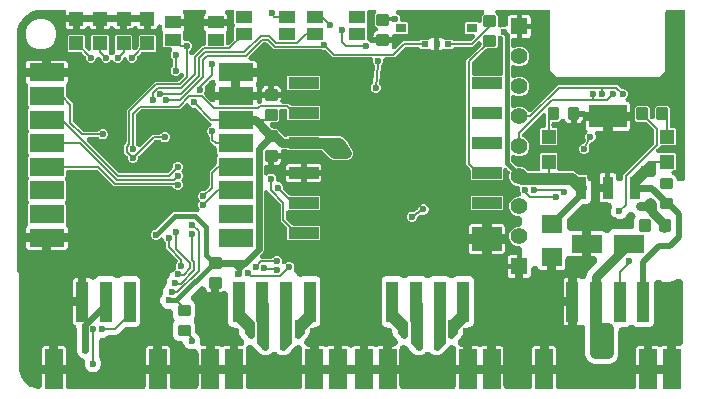
<source format=gbr>
G04 EAGLE Gerber RS-274X export*
G75*
%MOMM*%
%FSLAX34Y34*%
%LPD*%
%INBottom Copper*%
%IPPOS*%
%AMOC8*
5,1,8,0,0,1.08239X$1,22.5*%
G01*
%ADD10R,1.400000X1.050000*%
%ADD11C,0.350000*%
%ADD12R,0.889100X1.965100*%
%ADD13R,3.189100X1.965100*%
%ADD14R,1.800000X1.600000*%
%ADD15R,1.200000X1.200000*%
%ADD16R,3.000000X1.500000*%
%ADD17R,2.500000X1.000000*%
%ADD18R,2.500000X2.000000*%
%ADD19R,0.600000X0.510000*%
%ADD20R,0.900000X0.700000*%
%ADD21R,1.500000X3.400000*%
%ADD22R,1.000000X3.500000*%
%ADD23R,1.422400X1.422400*%
%ADD24C,1.422400*%
%ADD25R,2.600000X1.600000*%
%ADD26C,0.200000*%
%ADD27C,0.600000*%
%ADD28C,1.000000*%
%ADD29C,0.400000*%
%ADD30C,0.600000*%
%ADD31C,0.800000*%
%ADD32C,0.900000*%
%ADD33C,0.300000*%
%ADD34C,0.650000*%
%ADD35C,0.500000*%

G36*
X495687Y185580D02*
X495687Y185580D01*
X496021Y186160D01*
X496494Y186633D01*
X497074Y186967D01*
X497720Y187140D01*
X500278Y187140D01*
X500278Y182500D01*
X500281Y182470D01*
X500279Y182440D01*
X500301Y182271D01*
X500318Y182103D01*
X500327Y182074D01*
X500331Y182044D01*
X500386Y181883D01*
X500436Y181721D01*
X500450Y181694D01*
X500460Y181666D01*
X500546Y181520D01*
X500628Y181371D01*
X500647Y181347D01*
X500662Y181321D01*
X500776Y181195D01*
X500885Y181065D01*
X500909Y181046D01*
X500929Y181024D01*
X501065Y180923D01*
X501198Y180817D01*
X501225Y180803D01*
X501249Y180785D01*
X501403Y180713D01*
X501554Y180636D01*
X501583Y180628D01*
X501611Y180615D01*
X501776Y180575D01*
X501939Y180530D01*
X501969Y180527D01*
X501999Y180520D01*
X502277Y180501D01*
X502723Y180501D01*
X502753Y180504D01*
X502783Y180502D01*
X502951Y180524D01*
X503120Y180541D01*
X503149Y180550D01*
X503179Y180554D01*
X503339Y180609D01*
X503502Y180659D01*
X503528Y180673D01*
X503557Y180683D01*
X503703Y180769D01*
X503852Y180850D01*
X503875Y180870D01*
X503901Y180885D01*
X504028Y180998D01*
X504158Y181108D01*
X504176Y181132D01*
X504199Y181152D01*
X504300Y181288D01*
X504406Y181421D01*
X504419Y181448D01*
X504438Y181472D01*
X504510Y181625D01*
X504587Y181777D01*
X504595Y181806D01*
X504608Y181833D01*
X504648Y181999D01*
X504693Y182162D01*
X504695Y182192D01*
X504703Y182221D01*
X504722Y182500D01*
X504722Y187140D01*
X507280Y187140D01*
X507926Y186967D01*
X508506Y186633D01*
X508979Y186160D01*
X509313Y185580D01*
X509486Y184934D01*
X509486Y182500D01*
X509489Y182470D01*
X509487Y182440D01*
X509509Y182271D01*
X509526Y182103D01*
X509535Y182074D01*
X509539Y182044D01*
X509594Y181883D01*
X509644Y181721D01*
X509659Y181694D01*
X509669Y181666D01*
X509754Y181520D01*
X509836Y181371D01*
X509855Y181347D01*
X509871Y181321D01*
X509984Y181195D01*
X510093Y181065D01*
X510117Y181046D01*
X510137Y181024D01*
X510273Y180923D01*
X510406Y180817D01*
X510433Y180803D01*
X510458Y180785D01*
X510611Y180713D01*
X510762Y180636D01*
X510792Y180628D01*
X510819Y180615D01*
X510984Y180575D01*
X511147Y180530D01*
X511178Y180527D01*
X511207Y180520D01*
X511485Y180501D01*
X513515Y180501D01*
X513545Y180504D01*
X513575Y180502D01*
X513743Y180524D01*
X513912Y180541D01*
X513941Y180550D01*
X513971Y180554D01*
X514131Y180609D01*
X514294Y180659D01*
X514320Y180673D01*
X514349Y180683D01*
X514495Y180769D01*
X514644Y180850D01*
X514667Y180870D01*
X514693Y180885D01*
X514820Y180998D01*
X514949Y181108D01*
X514968Y181132D01*
X514991Y181152D01*
X515092Y181288D01*
X515197Y181421D01*
X515211Y181448D01*
X515229Y181472D01*
X515301Y181625D01*
X515378Y181777D01*
X515386Y181806D01*
X515399Y181833D01*
X515440Y181999D01*
X515485Y182162D01*
X515487Y182192D01*
X515494Y182221D01*
X515514Y182500D01*
X515514Y185772D01*
X541374Y211632D01*
X541402Y211667D01*
X541436Y211697D01*
X541528Y211821D01*
X541627Y211941D01*
X541648Y211982D01*
X541675Y212018D01*
X541741Y212158D01*
X541813Y212295D01*
X541826Y212338D01*
X541845Y212379D01*
X541882Y212530D01*
X541925Y212678D01*
X541929Y212723D01*
X541940Y212767D01*
X541959Y213046D01*
X541959Y223001D01*
X541958Y223013D01*
X541958Y223016D01*
X541956Y223035D01*
X541955Y223046D01*
X541957Y223092D01*
X541935Y223245D01*
X541919Y223399D01*
X541906Y223442D01*
X541899Y223487D01*
X541847Y223633D01*
X541801Y223780D01*
X541780Y223820D01*
X541764Y223863D01*
X541684Y223995D01*
X541610Y224131D01*
X541580Y224166D01*
X541557Y224204D01*
X541374Y224415D01*
X535645Y230144D01*
X535610Y230172D01*
X535580Y230206D01*
X535456Y230298D01*
X535336Y230397D01*
X535296Y230418D01*
X535259Y230445D01*
X535119Y230511D01*
X534982Y230583D01*
X534939Y230596D01*
X534898Y230615D01*
X534748Y230652D01*
X534599Y230695D01*
X534554Y230699D01*
X534510Y230710D01*
X534231Y230729D01*
X526999Y230729D01*
X525229Y232499D01*
X525229Y242501D01*
X526999Y244271D01*
X536001Y244271D01*
X537771Y242501D01*
X537771Y235269D01*
X537775Y235223D01*
X537773Y235178D01*
X537795Y235025D01*
X537811Y234871D01*
X537824Y234828D01*
X537831Y234783D01*
X537883Y234637D01*
X537929Y234490D01*
X537950Y234450D01*
X537966Y234407D01*
X538046Y234275D01*
X538120Y234139D01*
X538150Y234104D01*
X538173Y234066D01*
X538356Y233855D01*
X538816Y233395D01*
X538828Y233385D01*
X538838Y233374D01*
X538982Y233259D01*
X539126Y233142D01*
X539139Y233135D01*
X539151Y233126D01*
X539316Y233042D01*
X539479Y232956D01*
X539493Y232952D01*
X539507Y232945D01*
X539685Y232896D01*
X539862Y232844D01*
X539877Y232842D01*
X539892Y232838D01*
X540075Y232825D01*
X540260Y232810D01*
X540275Y232811D01*
X540290Y232810D01*
X540474Y232834D01*
X540657Y232856D01*
X540671Y232860D01*
X540686Y232862D01*
X540861Y232922D01*
X541037Y232979D01*
X541050Y232987D01*
X541064Y232992D01*
X541224Y233085D01*
X541384Y233176D01*
X541396Y233186D01*
X541409Y233194D01*
X541546Y233317D01*
X541686Y233438D01*
X541695Y233450D01*
X541706Y233460D01*
X541816Y233608D01*
X541929Y233755D01*
X541936Y233769D01*
X541945Y233781D01*
X542023Y233948D01*
X542105Y234114D01*
X542108Y234128D01*
X542115Y234142D01*
X542159Y234322D01*
X542205Y234500D01*
X542206Y234515D01*
X542210Y234530D01*
X542229Y234809D01*
X542229Y242501D01*
X543999Y244271D01*
X553001Y244271D01*
X554771Y242501D01*
X554771Y227270D01*
X554774Y227240D01*
X554772Y227210D01*
X554794Y227041D01*
X554811Y226873D01*
X554820Y226844D01*
X554824Y226814D01*
X554879Y226653D01*
X554929Y226491D01*
X554943Y226464D01*
X554953Y226436D01*
X555039Y226290D01*
X555120Y226141D01*
X555140Y226117D01*
X555155Y226091D01*
X555268Y225965D01*
X555378Y225835D01*
X555401Y225816D01*
X555422Y225794D01*
X555558Y225693D01*
X555691Y225587D01*
X555718Y225573D01*
X555742Y225555D01*
X555895Y225483D01*
X556047Y225406D01*
X556076Y225398D01*
X556103Y225385D01*
X556269Y225345D01*
X556432Y225300D01*
X556462Y225297D01*
X556491Y225290D01*
X556770Y225271D01*
X559026Y225271D01*
X559771Y224526D01*
X559771Y211474D01*
X559026Y210729D01*
X547722Y210729D01*
X547676Y210725D01*
X547631Y210727D01*
X547478Y210705D01*
X547324Y210689D01*
X547281Y210676D01*
X547236Y210669D01*
X547090Y210617D01*
X546943Y210571D01*
X546903Y210550D01*
X546860Y210534D01*
X546728Y210454D01*
X546592Y210380D01*
X546557Y210350D01*
X546519Y210327D01*
X546308Y210144D01*
X544585Y208421D01*
X543848Y207684D01*
X543838Y207672D01*
X543827Y207662D01*
X543712Y207517D01*
X543595Y207374D01*
X543588Y207361D01*
X543579Y207349D01*
X543495Y207184D01*
X543409Y207021D01*
X543405Y207007D01*
X543398Y206993D01*
X543349Y206816D01*
X543296Y206638D01*
X543295Y206623D01*
X543291Y206608D01*
X543278Y206425D01*
X543263Y206240D01*
X543264Y206225D01*
X543263Y206210D01*
X543287Y206027D01*
X543308Y205843D01*
X543313Y205829D01*
X543315Y205814D01*
X543375Y205640D01*
X543432Y205463D01*
X543440Y205450D01*
X543445Y205436D01*
X543538Y205277D01*
X543629Y205116D01*
X543639Y205104D01*
X543647Y205091D01*
X543770Y204954D01*
X543891Y204814D01*
X543903Y204805D01*
X543913Y204794D01*
X544061Y204684D01*
X544208Y204571D01*
X544222Y204564D01*
X544234Y204555D01*
X544400Y204477D01*
X544567Y204395D01*
X544581Y204392D01*
X544595Y204385D01*
X544774Y204341D01*
X544953Y204295D01*
X544968Y204294D01*
X544983Y204290D01*
X545262Y204271D01*
X559026Y204271D01*
X559771Y203526D01*
X559771Y190474D01*
X559026Y189729D01*
X558249Y189729D01*
X558242Y189729D01*
X558234Y189729D01*
X558044Y189709D01*
X557852Y189689D01*
X557845Y189687D01*
X557837Y189686D01*
X557655Y189628D01*
X557470Y189571D01*
X557464Y189568D01*
X557457Y189565D01*
X557290Y189473D01*
X557120Y189380D01*
X557114Y189375D01*
X557108Y189371D01*
X556963Y189247D01*
X556815Y189122D01*
X556810Y189116D01*
X556804Y189111D01*
X556687Y188961D01*
X556566Y188809D01*
X556563Y188802D01*
X556558Y188796D01*
X556473Y188625D01*
X556386Y188453D01*
X556384Y188446D01*
X556380Y188439D01*
X556330Y188253D01*
X556279Y188068D01*
X556278Y188061D01*
X556277Y188053D01*
X556264Y187861D01*
X556251Y187670D01*
X556252Y187662D01*
X556252Y187655D01*
X556278Y187465D01*
X556303Y187274D01*
X556305Y187267D01*
X556306Y187259D01*
X556371Y187077D01*
X556433Y186896D01*
X556436Y186889D01*
X556439Y186882D01*
X556538Y186717D01*
X556635Y186551D01*
X556640Y186546D01*
X556644Y186539D01*
X556774Y186396D01*
X556901Y186254D01*
X556907Y186249D01*
X556912Y186244D01*
X557069Y186129D01*
X557222Y186015D01*
X557228Y186012D01*
X557235Y186008D01*
X557484Y185883D01*
X558282Y185552D01*
X558985Y185083D01*
X559583Y184485D01*
X560052Y183782D01*
X560376Y183002D01*
X560553Y182110D01*
X560563Y182077D01*
X560568Y182044D01*
X560621Y181887D01*
X560670Y181728D01*
X560686Y181698D01*
X560697Y181666D01*
X560781Y181523D01*
X560860Y181377D01*
X560882Y181351D01*
X560899Y181321D01*
X561010Y181198D01*
X561116Y181070D01*
X561143Y181049D01*
X561166Y181024D01*
X561299Y180925D01*
X561428Y180821D01*
X561459Y180806D01*
X561486Y180785D01*
X561636Y180715D01*
X561784Y180639D01*
X561817Y180630D01*
X561847Y180615D01*
X562009Y180576D01*
X562168Y180531D01*
X562202Y180528D01*
X562235Y180520D01*
X562514Y180501D01*
X566000Y180501D01*
X566030Y180504D01*
X566060Y180502D01*
X566229Y180524D01*
X566397Y180541D01*
X566426Y180550D01*
X566456Y180554D01*
X566617Y180609D01*
X566779Y180659D01*
X566806Y180673D01*
X566834Y180683D01*
X566980Y180769D01*
X567129Y180850D01*
X567153Y180870D01*
X567179Y180885D01*
X567305Y180998D01*
X567435Y181108D01*
X567454Y181132D01*
X567476Y181152D01*
X567577Y181288D01*
X567683Y181421D01*
X567697Y181448D01*
X567715Y181472D01*
X567787Y181625D01*
X567864Y181777D01*
X567872Y181806D01*
X567885Y181833D01*
X567925Y181999D01*
X567970Y182162D01*
X567973Y182192D01*
X567980Y182221D01*
X567999Y182500D01*
X567999Y323500D01*
X567996Y323530D01*
X567998Y323560D01*
X567976Y323729D01*
X567959Y323897D01*
X567950Y323926D01*
X567946Y323956D01*
X567891Y324117D01*
X567841Y324279D01*
X567827Y324306D01*
X567817Y324334D01*
X567731Y324480D01*
X567650Y324629D01*
X567630Y324653D01*
X567615Y324679D01*
X567502Y324805D01*
X567392Y324935D01*
X567369Y324954D01*
X567348Y324976D01*
X567212Y325077D01*
X567079Y325183D01*
X567052Y325197D01*
X567028Y325215D01*
X566875Y325287D01*
X566723Y325364D01*
X566694Y325372D01*
X566667Y325385D01*
X566501Y325425D01*
X566338Y325470D01*
X566308Y325473D01*
X566279Y325480D01*
X566000Y325499D01*
X553250Y325499D01*
X553220Y325496D01*
X553190Y325498D01*
X553021Y325476D01*
X552853Y325459D01*
X552824Y325450D01*
X552794Y325446D01*
X552633Y325391D01*
X552471Y325341D01*
X552444Y325327D01*
X552416Y325317D01*
X552270Y325231D01*
X552121Y325150D01*
X552097Y325130D01*
X552071Y325115D01*
X551945Y325002D01*
X551815Y324892D01*
X551796Y324869D01*
X551774Y324848D01*
X551673Y324712D01*
X551567Y324579D01*
X551553Y324552D01*
X551535Y324528D01*
X551463Y324375D01*
X551386Y324223D01*
X551378Y324194D01*
X551365Y324167D01*
X551325Y324001D01*
X551280Y323838D01*
X551277Y323808D01*
X551270Y323779D01*
X551251Y323500D01*
X551251Y273921D01*
X545579Y268249D01*
X459171Y268249D01*
X453749Y273671D01*
X453749Y323500D01*
X453746Y323530D01*
X453748Y323560D01*
X453726Y323729D01*
X453709Y323897D01*
X453700Y323926D01*
X453696Y323956D01*
X453641Y324117D01*
X453591Y324279D01*
X453577Y324306D01*
X453567Y324334D01*
X453481Y324480D01*
X453400Y324629D01*
X453380Y324653D01*
X453365Y324679D01*
X453252Y324805D01*
X453142Y324935D01*
X453119Y324954D01*
X453098Y324976D01*
X452962Y325077D01*
X452829Y325183D01*
X452802Y325197D01*
X452778Y325215D01*
X452625Y325287D01*
X452473Y325364D01*
X452444Y325372D01*
X452417Y325385D01*
X452251Y325425D01*
X452088Y325470D01*
X452058Y325473D01*
X452029Y325480D01*
X451750Y325499D01*
X409099Y325499D01*
X409084Y325498D01*
X409069Y325499D01*
X408885Y325478D01*
X408702Y325459D01*
X408687Y325455D01*
X408672Y325453D01*
X408497Y325396D01*
X408320Y325341D01*
X408307Y325334D01*
X408293Y325329D01*
X408133Y325239D01*
X407970Y325150D01*
X407958Y325140D01*
X407945Y325132D01*
X407806Y325012D01*
X407664Y324892D01*
X407655Y324880D01*
X407644Y324870D01*
X407531Y324724D01*
X407416Y324579D01*
X407409Y324566D01*
X407400Y324554D01*
X407319Y324388D01*
X407235Y324223D01*
X407231Y324208D01*
X407225Y324195D01*
X407178Y324016D01*
X407129Y323838D01*
X407128Y323823D01*
X407124Y323808D01*
X407114Y323625D01*
X407101Y323440D01*
X407103Y323425D01*
X407102Y323410D01*
X407129Y323226D01*
X407153Y323044D01*
X407158Y323029D01*
X407160Y323014D01*
X407223Y322840D01*
X407282Y322666D01*
X407290Y322653D01*
X407295Y322639D01*
X407391Y322481D01*
X407484Y322321D01*
X407495Y322310D01*
X407502Y322297D01*
X407686Y322086D01*
X409271Y320501D01*
X409271Y312440D01*
X409273Y312418D01*
X409271Y312395D01*
X409293Y312219D01*
X409311Y312043D01*
X409317Y312021D01*
X409320Y311999D01*
X409376Y311830D01*
X409429Y311661D01*
X409440Y311641D01*
X409447Y311620D01*
X409535Y311467D01*
X409620Y311311D01*
X409635Y311293D01*
X409646Y311274D01*
X409763Y311141D01*
X409878Y311006D01*
X409896Y310991D01*
X409911Y310974D01*
X410051Y310868D01*
X410191Y310757D01*
X410211Y310747D01*
X410229Y310733D01*
X410388Y310657D01*
X410547Y310576D01*
X410569Y310570D01*
X410589Y310561D01*
X410761Y310517D01*
X410932Y310470D01*
X410954Y310468D01*
X410977Y310463D01*
X411154Y310454D01*
X411330Y310442D01*
X411353Y310445D01*
X411375Y310444D01*
X411551Y310471D01*
X411726Y310494D01*
X411748Y310501D01*
X411770Y310505D01*
X412035Y310593D01*
X413670Y311271D01*
X415493Y311271D01*
X415510Y311266D01*
X415686Y311254D01*
X415863Y311237D01*
X415885Y311240D01*
X415908Y311238D01*
X416084Y311261D01*
X416260Y311280D01*
X416282Y311287D01*
X416304Y311290D01*
X416472Y311347D01*
X416640Y311401D01*
X416660Y311412D01*
X416682Y311420D01*
X416835Y311509D01*
X416989Y311595D01*
X417007Y311610D01*
X417027Y311622D01*
X417158Y311739D01*
X417293Y311855D01*
X417307Y311873D01*
X417324Y311888D01*
X417429Y312030D01*
X417539Y312170D01*
X417549Y312190D01*
X417563Y312209D01*
X417638Y312369D01*
X417717Y312527D01*
X417723Y312549D01*
X417733Y312570D01*
X417775Y312742D01*
X417821Y312913D01*
X417822Y312936D01*
X417828Y312958D01*
X417847Y313236D01*
X417847Y318846D01*
X418020Y319493D01*
X418355Y320072D01*
X418828Y320545D01*
X419407Y320880D01*
X420054Y321053D01*
X425278Y321053D01*
X425278Y311623D01*
X425281Y311593D01*
X425279Y311562D01*
X425296Y311433D01*
X425278Y311177D01*
X425278Y301747D01*
X422388Y301747D01*
X422358Y301744D01*
X422328Y301746D01*
X422159Y301724D01*
X421991Y301707D01*
X421962Y301698D01*
X421932Y301694D01*
X421771Y301639D01*
X421609Y301589D01*
X421582Y301575D01*
X421554Y301565D01*
X421408Y301479D01*
X421259Y301398D01*
X421235Y301378D01*
X421209Y301363D01*
X421083Y301250D01*
X420953Y301140D01*
X420934Y301117D01*
X420912Y301096D01*
X420811Y300960D01*
X420705Y300827D01*
X420691Y300800D01*
X420673Y300776D01*
X420601Y300623D01*
X420524Y300471D01*
X420516Y300442D01*
X420503Y300415D01*
X420463Y300249D01*
X420418Y300086D01*
X420415Y300056D01*
X420408Y300027D01*
X420389Y299748D01*
X420389Y295120D01*
X420391Y295097D01*
X420389Y295075D01*
X420411Y294899D01*
X420429Y294722D01*
X420435Y294701D01*
X420438Y294678D01*
X420494Y294510D01*
X420547Y294341D01*
X420558Y294321D01*
X420565Y294299D01*
X420653Y294147D01*
X420738Y293990D01*
X420753Y293973D01*
X420764Y293953D01*
X420882Y293820D01*
X420996Y293685D01*
X421014Y293671D01*
X421029Y293654D01*
X421170Y293547D01*
X421309Y293437D01*
X421329Y293427D01*
X421347Y293413D01*
X421507Y293336D01*
X421665Y293256D01*
X421687Y293250D01*
X421707Y293240D01*
X421879Y293197D01*
X422050Y293149D01*
X422072Y293148D01*
X422095Y293142D01*
X422272Y293134D01*
X422448Y293122D01*
X422471Y293124D01*
X422494Y293123D01*
X422669Y293150D01*
X422844Y293173D01*
X422866Y293181D01*
X422888Y293184D01*
X423153Y293273D01*
X425833Y294383D01*
X429167Y294383D01*
X432248Y293107D01*
X434607Y290748D01*
X435883Y287667D01*
X435883Y284333D01*
X434607Y281252D01*
X432248Y278893D01*
X429167Y277617D01*
X425833Y277617D01*
X423153Y278727D01*
X423131Y278734D01*
X423111Y278744D01*
X422940Y278791D01*
X422771Y278842D01*
X422748Y278844D01*
X422726Y278851D01*
X422549Y278863D01*
X422373Y278879D01*
X422350Y278877D01*
X422328Y278878D01*
X422152Y278855D01*
X421976Y278836D01*
X421954Y278830D01*
X421932Y278827D01*
X421764Y278769D01*
X421595Y278715D01*
X421575Y278704D01*
X421554Y278697D01*
X421401Y278607D01*
X421246Y278521D01*
X421229Y278506D01*
X421209Y278495D01*
X421078Y278377D01*
X420943Y278261D01*
X420929Y278243D01*
X420912Y278228D01*
X420806Y278087D01*
X420697Y277947D01*
X420687Y277926D01*
X420673Y277908D01*
X420598Y277748D01*
X420519Y277589D01*
X420513Y277567D01*
X420503Y277547D01*
X420461Y277375D01*
X420415Y277203D01*
X420414Y277181D01*
X420408Y277159D01*
X420389Y276880D01*
X420389Y269720D01*
X420391Y269697D01*
X420389Y269675D01*
X420411Y269499D01*
X420429Y269322D01*
X420435Y269301D01*
X420438Y269278D01*
X420494Y269111D01*
X420547Y268941D01*
X420558Y268921D01*
X420565Y268899D01*
X420653Y268747D01*
X420738Y268590D01*
X420753Y268573D01*
X420764Y268553D01*
X420882Y268420D01*
X420996Y268285D01*
X421014Y268271D01*
X421029Y268254D01*
X421170Y268147D01*
X421309Y268037D01*
X421329Y268027D01*
X421347Y268013D01*
X421507Y267936D01*
X421665Y267856D01*
X421687Y267850D01*
X421707Y267840D01*
X421879Y267797D01*
X422050Y267749D01*
X422072Y267748D01*
X422095Y267742D01*
X422272Y267734D01*
X422448Y267722D01*
X422471Y267724D01*
X422494Y267723D01*
X422669Y267750D01*
X422844Y267773D01*
X422866Y267781D01*
X422888Y267784D01*
X423153Y267873D01*
X425833Y268983D01*
X429167Y268983D01*
X432248Y267707D01*
X434607Y265348D01*
X435883Y262267D01*
X435883Y258933D01*
X434607Y255852D01*
X432248Y253493D01*
X429167Y252217D01*
X425833Y252217D01*
X423153Y253327D01*
X423131Y253334D01*
X423111Y253344D01*
X422940Y253391D01*
X422771Y253442D01*
X422748Y253444D01*
X422726Y253451D01*
X422549Y253463D01*
X422373Y253479D01*
X422350Y253477D01*
X422328Y253478D01*
X422152Y253455D01*
X421976Y253436D01*
X421954Y253430D01*
X421932Y253427D01*
X421764Y253369D01*
X421595Y253315D01*
X421575Y253304D01*
X421554Y253297D01*
X421401Y253207D01*
X421246Y253121D01*
X421229Y253106D01*
X421209Y253095D01*
X421078Y252977D01*
X420943Y252861D01*
X420929Y252843D01*
X420912Y252828D01*
X420806Y252687D01*
X420697Y252547D01*
X420687Y252526D01*
X420673Y252508D01*
X420598Y252348D01*
X420519Y252189D01*
X420513Y252167D01*
X420503Y252147D01*
X420461Y251975D01*
X420415Y251803D01*
X420414Y251781D01*
X420408Y251759D01*
X420389Y251480D01*
X420389Y244320D01*
X420391Y244297D01*
X420389Y244275D01*
X420411Y244099D01*
X420429Y243922D01*
X420435Y243901D01*
X420438Y243878D01*
X420494Y243711D01*
X420547Y243541D01*
X420558Y243521D01*
X420565Y243499D01*
X420653Y243347D01*
X420738Y243190D01*
X420753Y243173D01*
X420764Y243153D01*
X420882Y243020D01*
X420996Y242885D01*
X421014Y242871D01*
X421029Y242854D01*
X421170Y242747D01*
X421309Y242637D01*
X421329Y242627D01*
X421347Y242613D01*
X421507Y242536D01*
X421665Y242456D01*
X421687Y242450D01*
X421707Y242440D01*
X421879Y242397D01*
X422050Y242349D01*
X422072Y242348D01*
X422095Y242342D01*
X422272Y242334D01*
X422448Y242322D01*
X422471Y242324D01*
X422494Y242323D01*
X422669Y242350D01*
X422844Y242373D01*
X422866Y242381D01*
X422888Y242384D01*
X423153Y242473D01*
X425833Y243583D01*
X429167Y243583D01*
X432248Y242307D01*
X434615Y239940D01*
X434686Y239815D01*
X434770Y239659D01*
X434784Y239642D01*
X434795Y239622D01*
X434912Y239488D01*
X435025Y239352D01*
X435042Y239338D01*
X435057Y239320D01*
X435198Y239212D01*
X435336Y239101D01*
X435356Y239091D01*
X435374Y239077D01*
X435533Y238999D01*
X435690Y238918D01*
X435712Y238911D01*
X435733Y238901D01*
X435904Y238857D01*
X436075Y238808D01*
X436097Y238806D01*
X436119Y238801D01*
X436295Y238791D01*
X436473Y238777D01*
X436496Y238780D01*
X436518Y238779D01*
X436693Y238804D01*
X436869Y238826D01*
X436891Y238833D01*
X436913Y238837D01*
X437081Y238897D01*
X437248Y238953D01*
X437268Y238964D01*
X437289Y238972D01*
X437441Y239064D01*
X437594Y239152D01*
X437611Y239167D01*
X437631Y239179D01*
X437841Y239362D01*
X460050Y261571D01*
X510671Y261571D01*
X513355Y258886D01*
X513390Y258858D01*
X513420Y258824D01*
X513544Y258732D01*
X513664Y258633D01*
X513704Y258612D01*
X513741Y258585D01*
X513881Y258519D01*
X514018Y258447D01*
X514061Y258434D01*
X514102Y258415D01*
X514253Y258378D01*
X514401Y258335D01*
X514446Y258331D01*
X514490Y258320D01*
X514769Y258301D01*
X515850Y258301D01*
X517419Y257651D01*
X518621Y256449D01*
X519271Y254880D01*
X519271Y253180D01*
X518621Y251611D01*
X517933Y250924D01*
X517836Y250805D01*
X517734Y250691D01*
X517710Y250651D01*
X517681Y250615D01*
X517609Y250479D01*
X517531Y250347D01*
X517516Y250303D01*
X517494Y250261D01*
X517451Y250114D01*
X517401Y249969D01*
X517395Y249923D01*
X517382Y249878D01*
X517369Y249725D01*
X517349Y249573D01*
X517352Y249527D01*
X517348Y249480D01*
X517366Y249328D01*
X517376Y249175D01*
X517389Y249129D01*
X517394Y249083D01*
X517441Y248938D01*
X517482Y248789D01*
X517503Y248748D01*
X517518Y248703D01*
X517593Y248570D01*
X517663Y248433D01*
X517692Y248397D01*
X517715Y248356D01*
X517815Y248240D01*
X517910Y248120D01*
X517946Y248090D01*
X517977Y248054D01*
X518098Y247961D01*
X518215Y247862D01*
X518256Y247839D01*
X518293Y247811D01*
X518431Y247744D01*
X518566Y247670D01*
X518621Y247651D01*
X518652Y247635D01*
X518707Y247621D01*
X518830Y247579D01*
X519426Y247419D01*
X520006Y247085D01*
X520479Y246612D01*
X520813Y246032D01*
X520986Y245386D01*
X520986Y239225D01*
X504500Y239225D01*
X504470Y239222D01*
X504440Y239224D01*
X504271Y239202D01*
X504103Y239185D01*
X504074Y239176D01*
X504044Y239172D01*
X503883Y239117D01*
X503721Y239067D01*
X503695Y239053D01*
X503666Y239043D01*
X503520Y238957D01*
X503371Y238876D01*
X503347Y238856D01*
X503321Y238841D01*
X503195Y238728D01*
X503065Y238618D01*
X503046Y238594D01*
X503024Y238574D01*
X502923Y238438D01*
X502817Y238305D01*
X502803Y238278D01*
X502785Y238254D01*
X502713Y238101D01*
X502636Y237949D01*
X502628Y237920D01*
X502615Y237892D01*
X502575Y237727D01*
X502530Y237564D01*
X502528Y237534D01*
X502520Y237504D01*
X502501Y237226D01*
X502501Y235225D01*
X502499Y235225D01*
X502499Y237226D01*
X502496Y237256D01*
X502498Y237286D01*
X502476Y237455D01*
X502459Y237623D01*
X502450Y237652D01*
X502446Y237682D01*
X502391Y237843D01*
X502341Y238005D01*
X502327Y238032D01*
X502317Y238060D01*
X502231Y238206D01*
X502150Y238355D01*
X502130Y238379D01*
X502115Y238405D01*
X502002Y238531D01*
X501892Y238661D01*
X501868Y238680D01*
X501848Y238702D01*
X501712Y238803D01*
X501579Y238909D01*
X501552Y238923D01*
X501528Y238941D01*
X501375Y239013D01*
X501223Y239090D01*
X501194Y239098D01*
X501166Y239111D01*
X501001Y239151D01*
X500838Y239196D01*
X500808Y239198D01*
X500778Y239206D01*
X500500Y239225D01*
X483588Y239225D01*
X483516Y239305D01*
X483407Y239435D01*
X483383Y239454D01*
X483363Y239476D01*
X483227Y239577D01*
X483094Y239683D01*
X483067Y239697D01*
X483042Y239715D01*
X482889Y239787D01*
X482738Y239864D01*
X482708Y239872D01*
X482681Y239885D01*
X482516Y239925D01*
X482353Y239970D01*
X482322Y239973D01*
X482293Y239980D01*
X482014Y239999D01*
X474000Y239999D01*
X473970Y239996D01*
X473940Y239998D01*
X473771Y239976D01*
X473603Y239959D01*
X473574Y239950D01*
X473544Y239946D01*
X473383Y239891D01*
X473221Y239841D01*
X473195Y239827D01*
X473166Y239817D01*
X473020Y239731D01*
X472871Y239650D01*
X472848Y239630D01*
X472821Y239615D01*
X472695Y239502D01*
X472565Y239392D01*
X472547Y239369D01*
X472524Y239348D01*
X472423Y239212D01*
X472317Y239079D01*
X472303Y239052D01*
X472285Y239028D01*
X472213Y238875D01*
X472188Y238824D01*
X472166Y238817D01*
X472020Y238731D01*
X471870Y238649D01*
X471847Y238630D01*
X471821Y238615D01*
X471695Y238501D01*
X471565Y238392D01*
X471546Y238368D01*
X471524Y238348D01*
X471423Y238212D01*
X471317Y238079D01*
X471303Y238052D01*
X471285Y238028D01*
X471213Y237874D01*
X471136Y237723D01*
X471128Y237694D01*
X471115Y237666D01*
X471075Y237501D01*
X471030Y237338D01*
X471027Y237308D01*
X471020Y237278D01*
X471001Y237000D01*
X471001Y229459D01*
X469827Y229459D01*
X468998Y229624D01*
X468218Y229948D01*
X467515Y230417D01*
X466917Y231015D01*
X466448Y231718D01*
X466287Y232106D01*
X466276Y232126D01*
X466269Y232147D01*
X466182Y232302D01*
X466098Y232457D01*
X466083Y232475D01*
X466072Y232495D01*
X465956Y232628D01*
X465843Y232765D01*
X465825Y232779D01*
X465810Y232796D01*
X465670Y232904D01*
X465532Y233015D01*
X465512Y233026D01*
X465493Y233040D01*
X465334Y233118D01*
X465177Y233199D01*
X465155Y233205D01*
X465135Y233215D01*
X464964Y233260D01*
X464793Y233308D01*
X464770Y233310D01*
X464748Y233316D01*
X464572Y233325D01*
X464395Y233339D01*
X464372Y233336D01*
X464349Y233338D01*
X464175Y233312D01*
X463998Y233290D01*
X463977Y233283D01*
X463954Y233280D01*
X463787Y233220D01*
X463619Y233164D01*
X463600Y233152D01*
X463578Y233145D01*
X463427Y233053D01*
X463273Y232964D01*
X463256Y232949D01*
X463237Y232937D01*
X463026Y232754D01*
X461001Y230729D01*
X456770Y230729D01*
X456740Y230726D01*
X456710Y230728D01*
X456541Y230706D01*
X456373Y230689D01*
X456344Y230680D01*
X456314Y230676D01*
X456153Y230621D01*
X455991Y230571D01*
X455964Y230557D01*
X455936Y230547D01*
X455790Y230461D01*
X455641Y230380D01*
X455617Y230360D01*
X455591Y230345D01*
X455465Y230232D01*
X455335Y230122D01*
X455316Y230099D01*
X455294Y230078D01*
X455193Y229942D01*
X455087Y229809D01*
X455073Y229782D01*
X455055Y229758D01*
X454983Y229605D01*
X454906Y229453D01*
X454898Y229424D01*
X454885Y229397D01*
X454845Y229231D01*
X454800Y229068D01*
X454797Y229038D01*
X454790Y229009D01*
X454771Y228730D01*
X454771Y227270D01*
X454774Y227240D01*
X454772Y227210D01*
X454794Y227041D01*
X454811Y226873D01*
X454820Y226844D01*
X454824Y226814D01*
X454879Y226653D01*
X454929Y226491D01*
X454943Y226464D01*
X454953Y226436D01*
X455039Y226290D01*
X455120Y226141D01*
X455140Y226117D01*
X455155Y226091D01*
X455268Y225965D01*
X455378Y225835D01*
X455401Y225816D01*
X455422Y225794D01*
X455558Y225693D01*
X455691Y225587D01*
X455718Y225573D01*
X455742Y225555D01*
X455895Y225483D01*
X456047Y225406D01*
X456076Y225398D01*
X456103Y225385D01*
X456269Y225345D01*
X456432Y225300D01*
X456462Y225297D01*
X456491Y225290D01*
X456770Y225271D01*
X459026Y225271D01*
X459771Y224526D01*
X459771Y211474D01*
X459026Y210729D01*
X445974Y210729D01*
X445229Y211474D01*
X445229Y224526D01*
X445974Y225271D01*
X448230Y225271D01*
X448260Y225274D01*
X448290Y225272D01*
X448459Y225294D01*
X448627Y225311D01*
X448656Y225320D01*
X448686Y225324D01*
X448847Y225379D01*
X449009Y225429D01*
X449036Y225443D01*
X449064Y225453D01*
X449210Y225539D01*
X449359Y225620D01*
X449383Y225640D01*
X449409Y225655D01*
X449535Y225768D01*
X449665Y225878D01*
X449684Y225901D01*
X449706Y225922D01*
X449807Y226058D01*
X449913Y226191D01*
X449927Y226218D01*
X449945Y226242D01*
X450017Y226395D01*
X450094Y226547D01*
X450102Y226576D01*
X450115Y226603D01*
X450155Y226768D01*
X450200Y226932D01*
X450203Y226962D01*
X450210Y226991D01*
X450229Y227270D01*
X450229Y235876D01*
X450228Y235892D01*
X450229Y235907D01*
X450208Y236090D01*
X450189Y236274D01*
X450185Y236288D01*
X450183Y236303D01*
X450126Y236479D01*
X450071Y236655D01*
X450064Y236669D01*
X450059Y236683D01*
X449969Y236843D01*
X449880Y237006D01*
X449870Y237018D01*
X449862Y237031D01*
X449741Y237170D01*
X449622Y237311D01*
X449610Y237321D01*
X449600Y237332D01*
X449454Y237445D01*
X449309Y237559D01*
X449296Y237566D01*
X449284Y237576D01*
X449118Y237657D01*
X448953Y237740D01*
X448939Y237744D01*
X448925Y237751D01*
X448746Y237798D01*
X448568Y237847D01*
X448553Y237848D01*
X448538Y237852D01*
X448355Y237862D01*
X448170Y237875D01*
X448155Y237873D01*
X448140Y237874D01*
X447957Y237847D01*
X447774Y237823D01*
X447759Y237818D01*
X447744Y237816D01*
X447570Y237753D01*
X447396Y237693D01*
X447383Y237686D01*
X447369Y237681D01*
X447211Y237585D01*
X447051Y237491D01*
X447040Y237481D01*
X447027Y237473D01*
X446816Y237290D01*
X430356Y220830D01*
X430328Y220795D01*
X430294Y220765D01*
X430202Y220641D01*
X430103Y220521D01*
X430082Y220481D01*
X430055Y220444D01*
X429989Y220304D01*
X429917Y220168D01*
X429904Y220124D01*
X429885Y220083D01*
X429848Y219933D01*
X429805Y219784D01*
X429801Y219739D01*
X429790Y219695D01*
X429771Y219416D01*
X429771Y219269D01*
X429775Y219231D01*
X429772Y219193D01*
X429794Y219033D01*
X429811Y218871D01*
X429822Y218835D01*
X429827Y218798D01*
X429881Y218645D01*
X429929Y218490D01*
X429947Y218456D01*
X429959Y218421D01*
X430042Y218282D01*
X430120Y218139D01*
X430145Y218110D01*
X430164Y218078D01*
X430273Y217958D01*
X430378Y217834D01*
X430407Y217810D01*
X430433Y217782D01*
X430564Y217686D01*
X430691Y217586D01*
X430725Y217569D01*
X430755Y217546D01*
X431005Y217422D01*
X432248Y216907D01*
X434607Y214548D01*
X435883Y211467D01*
X435883Y208133D01*
X434607Y205052D01*
X432248Y202693D01*
X429167Y201417D01*
X425833Y201417D01*
X423153Y202527D01*
X423131Y202534D01*
X423111Y202544D01*
X422940Y202591D01*
X422771Y202642D01*
X422748Y202644D01*
X422726Y202651D01*
X422549Y202663D01*
X422373Y202679D01*
X422350Y202677D01*
X422328Y202678D01*
X422152Y202655D01*
X421976Y202636D01*
X421954Y202630D01*
X421932Y202627D01*
X421764Y202569D01*
X421595Y202515D01*
X421575Y202504D01*
X421554Y202497D01*
X421401Y202407D01*
X421246Y202321D01*
X421229Y202306D01*
X421209Y202295D01*
X421078Y202177D01*
X420943Y202061D01*
X420929Y202043D01*
X420912Y202028D01*
X420806Y201887D01*
X420697Y201747D01*
X420687Y201726D01*
X420673Y201708D01*
X420598Y201548D01*
X420519Y201389D01*
X420513Y201367D01*
X420503Y201347D01*
X420461Y201175D01*
X420415Y201003D01*
X420414Y200981D01*
X420408Y200959D01*
X420389Y200680D01*
X420389Y197949D01*
X420393Y197903D01*
X420391Y197858D01*
X420413Y197705D01*
X420429Y197551D01*
X420442Y197508D01*
X420449Y197463D01*
X420501Y197317D01*
X420547Y197170D01*
X420568Y197130D01*
X420584Y197087D01*
X420664Y196955D01*
X420738Y196819D01*
X420768Y196784D01*
X420791Y196746D01*
X420974Y196535D01*
X424141Y193368D01*
X424176Y193340D01*
X424206Y193306D01*
X424330Y193214D01*
X424450Y193115D01*
X424490Y193094D01*
X424527Y193067D01*
X424667Y193001D01*
X424803Y192929D01*
X424847Y192916D01*
X424888Y192897D01*
X425038Y192860D01*
X425187Y192817D01*
X425232Y192813D01*
X425276Y192802D01*
X425555Y192783D01*
X429167Y192783D01*
X432248Y191507D01*
X434499Y189256D01*
X434534Y189228D01*
X434564Y189194D01*
X434688Y189102D01*
X434808Y189003D01*
X434848Y188982D01*
X434884Y188955D01*
X435024Y188889D01*
X435161Y188817D01*
X435205Y188804D01*
X435246Y188785D01*
X435396Y188748D01*
X435545Y188705D01*
X435590Y188701D01*
X435634Y188690D01*
X435912Y188671D01*
X443230Y188671D01*
X443260Y188674D01*
X443290Y188672D01*
X443459Y188694D01*
X443627Y188711D01*
X443656Y188720D01*
X443686Y188724D01*
X443847Y188779D01*
X444009Y188829D01*
X444036Y188843D01*
X444064Y188853D01*
X444210Y188939D01*
X444359Y189020D01*
X444383Y189040D01*
X444409Y189055D01*
X444535Y189168D01*
X444665Y189278D01*
X444684Y189301D01*
X444706Y189322D01*
X444807Y189458D01*
X444913Y189591D01*
X444927Y189618D01*
X444945Y189642D01*
X445017Y189795D01*
X445094Y189947D01*
X445102Y189976D01*
X445115Y190003D01*
X445155Y190169D01*
X445200Y190332D01*
X445203Y190362D01*
X445210Y190391D01*
X445229Y190670D01*
X445229Y203526D01*
X445974Y204271D01*
X459026Y204271D01*
X459771Y203526D01*
X459771Y190670D01*
X459774Y190640D01*
X459772Y190610D01*
X459794Y190441D01*
X459811Y190273D01*
X459820Y190244D01*
X459824Y190214D01*
X459879Y190053D01*
X459929Y189891D01*
X459943Y189864D01*
X459953Y189836D01*
X460039Y189690D01*
X460120Y189541D01*
X460140Y189517D01*
X460155Y189491D01*
X460268Y189365D01*
X460378Y189235D01*
X460401Y189216D01*
X460422Y189194D01*
X460558Y189093D01*
X460691Y188987D01*
X460718Y188973D01*
X460742Y188955D01*
X460895Y188883D01*
X461047Y188806D01*
X461076Y188798D01*
X461103Y188785D01*
X461269Y188745D01*
X461432Y188700D01*
X461462Y188697D01*
X461491Y188690D01*
X461770Y188671D01*
X473121Y188671D01*
X475426Y187716D01*
X476686Y186456D01*
X476722Y186427D01*
X476752Y186393D01*
X476876Y186301D01*
X476996Y186203D01*
X477036Y186182D01*
X477072Y186155D01*
X477212Y186089D01*
X477349Y186017D01*
X477392Y186004D01*
X477434Y185985D01*
X477584Y185948D01*
X477732Y185904D01*
X477777Y185901D01*
X477822Y185890D01*
X478100Y185870D01*
X484472Y185870D01*
X485216Y185126D01*
X485216Y182500D01*
X485219Y182470D01*
X485217Y182440D01*
X485239Y182271D01*
X485256Y182103D01*
X485265Y182074D01*
X485269Y182044D01*
X485324Y181883D01*
X485374Y181721D01*
X485389Y181694D01*
X485399Y181666D01*
X485484Y181520D01*
X485566Y181371D01*
X485585Y181347D01*
X485601Y181321D01*
X485714Y181195D01*
X485823Y181065D01*
X485847Y181046D01*
X485867Y181024D01*
X486003Y180923D01*
X486136Y180817D01*
X486163Y180803D01*
X486188Y180785D01*
X486341Y180713D01*
X486492Y180636D01*
X486522Y180628D01*
X486549Y180615D01*
X486714Y180575D01*
X486877Y180530D01*
X486908Y180527D01*
X486937Y180520D01*
X487215Y180501D01*
X487946Y180501D01*
X487946Y178599D01*
X487963Y178382D01*
X487973Y178164D01*
X487983Y178118D01*
X487986Y178072D01*
X488035Y177860D01*
X488079Y177646D01*
X488096Y177595D01*
X488105Y177557D01*
X488140Y177468D01*
X488213Y177260D01*
X488501Y176564D01*
X488501Y172984D01*
X488213Y172288D01*
X488145Y172081D01*
X488071Y171876D01*
X488062Y171830D01*
X488048Y171786D01*
X488012Y171571D01*
X487970Y171357D01*
X487967Y171303D01*
X487960Y171264D01*
X487959Y171168D01*
X487946Y170949D01*
X487946Y164153D01*
X487337Y162682D01*
X486212Y161557D01*
X484741Y160948D01*
X482298Y160948D01*
X482187Y160939D01*
X482075Y160941D01*
X481923Y160919D01*
X481771Y160908D01*
X481662Y160883D01*
X481552Y160867D01*
X481405Y160823D01*
X481255Y160789D01*
X481152Y160748D01*
X481045Y160716D01*
X480906Y160650D01*
X480764Y160594D01*
X480668Y160537D01*
X480567Y160490D01*
X480440Y160404D01*
X480308Y160327D01*
X480221Y160257D01*
X480129Y160194D01*
X479972Y160055D01*
X479897Y159994D01*
X479868Y159962D01*
X479823Y159923D01*
X469026Y149125D01*
X468953Y149041D01*
X468873Y148963D01*
X468781Y148840D01*
X468681Y148724D01*
X468622Y148630D01*
X468555Y148541D01*
X468482Y148406D01*
X468401Y148276D01*
X468357Y148174D01*
X468304Y148075D01*
X468252Y147931D01*
X468191Y147790D01*
X468163Y147683D01*
X468126Y147578D01*
X468096Y147427D01*
X468058Y147279D01*
X468046Y147168D01*
X468025Y147059D01*
X468012Y146849D01*
X468002Y146753D01*
X468004Y146710D01*
X468001Y146651D01*
X468001Y141540D01*
X468013Y141378D01*
X468016Y141216D01*
X468033Y141115D01*
X468041Y141013D01*
X468077Y140855D01*
X468104Y140694D01*
X468137Y140597D01*
X468160Y140498D01*
X468219Y140347D01*
X468271Y140192D01*
X468317Y140101D01*
X468355Y140006D01*
X468437Y139866D01*
X468510Y139721D01*
X468570Y139638D01*
X468622Y139550D01*
X468724Y139423D01*
X468819Y139292D01*
X468890Y139219D01*
X468954Y139139D01*
X469075Y139029D01*
X469188Y138913D01*
X469270Y138852D01*
X469345Y138783D01*
X469480Y138693D01*
X469610Y138595D01*
X469700Y138546D01*
X469785Y138490D01*
X469932Y138421D01*
X470075Y138344D01*
X470172Y138309D01*
X470264Y138266D01*
X470420Y138220D01*
X470573Y138166D01*
X470674Y138146D01*
X470772Y138117D01*
X470932Y138096D01*
X471092Y138065D01*
X471218Y138057D01*
X471296Y138047D01*
X471375Y138048D01*
X471500Y138041D01*
X480501Y138041D01*
X480501Y128000D01*
X480513Y127838D01*
X480516Y127676D01*
X480533Y127575D01*
X480540Y127485D01*
X480525Y127408D01*
X480517Y127282D01*
X480507Y127204D01*
X480508Y127125D01*
X480501Y127000D01*
X480501Y116959D01*
X471250Y116959D01*
X470723Y117064D01*
X470483Y117093D01*
X470244Y117125D01*
X470221Y117125D01*
X470198Y117128D01*
X469957Y117120D01*
X469716Y117116D01*
X469693Y117112D01*
X469669Y117112D01*
X469433Y117068D01*
X469194Y117028D01*
X469172Y117020D01*
X469149Y117016D01*
X468923Y116938D01*
X468692Y116862D01*
X468672Y116851D01*
X468650Y116843D01*
X468436Y116731D01*
X468221Y116622D01*
X468202Y116608D01*
X468182Y116597D01*
X467987Y116454D01*
X467792Y116313D01*
X467775Y116297D01*
X467756Y116283D01*
X467586Y116113D01*
X467413Y115944D01*
X467399Y115925D01*
X467383Y115909D01*
X467241Y115715D01*
X467095Y115522D01*
X467084Y115501D01*
X467070Y115483D01*
X466959Y115270D01*
X466844Y115057D01*
X466836Y115035D01*
X466825Y115014D01*
X466747Y114787D01*
X466666Y114559D01*
X466661Y114536D01*
X466654Y114514D01*
X466611Y114278D01*
X466565Y114040D01*
X466563Y114013D01*
X466559Y113994D01*
X466557Y113915D01*
X466541Y113632D01*
X466541Y107750D01*
X466443Y107259D01*
X466252Y106796D01*
X465974Y106380D01*
X465620Y106026D01*
X465204Y105748D01*
X464741Y105557D01*
X464250Y105459D01*
X458999Y105459D01*
X458999Y115500D01*
X458987Y115662D01*
X458984Y115824D01*
X458967Y115925D01*
X458959Y116027D01*
X458923Y116185D01*
X458896Y116345D01*
X458863Y116443D01*
X458840Y116542D01*
X458781Y116693D01*
X458729Y116847D01*
X458683Y116938D01*
X458645Y117034D01*
X458563Y117174D01*
X458490Y117318D01*
X458430Y117401D01*
X458378Y117490D01*
X458276Y117616D01*
X458181Y117748D01*
X458110Y117821D01*
X458046Y117901D01*
X457925Y118010D01*
X457812Y118126D01*
X457730Y118188D01*
X457655Y118257D01*
X457520Y118347D01*
X457390Y118445D01*
X457300Y118493D01*
X457215Y118550D01*
X457068Y118619D01*
X456925Y118696D01*
X456828Y118730D01*
X456736Y118774D01*
X456580Y118819D01*
X456427Y118874D01*
X456326Y118894D01*
X456228Y118922D01*
X456068Y118944D01*
X455908Y118975D01*
X455782Y118983D01*
X455704Y118993D01*
X455625Y118992D01*
X455500Y118999D01*
X454500Y118999D01*
X454338Y118987D01*
X454176Y118984D01*
X454075Y118967D01*
X453973Y118959D01*
X453815Y118923D01*
X453654Y118895D01*
X453557Y118863D01*
X453458Y118840D01*
X453307Y118780D01*
X453152Y118729D01*
X453061Y118683D01*
X452966Y118645D01*
X452826Y118563D01*
X452681Y118489D01*
X452598Y118430D01*
X452510Y118378D01*
X452383Y118276D01*
X452252Y118181D01*
X452179Y118110D01*
X452099Y118045D01*
X451989Y117925D01*
X451873Y117812D01*
X451812Y117730D01*
X451743Y117655D01*
X451653Y117519D01*
X451555Y117390D01*
X451506Y117300D01*
X451450Y117215D01*
X451381Y117067D01*
X451304Y116924D01*
X451269Y116828D01*
X451226Y116735D01*
X451180Y116580D01*
X451126Y116427D01*
X451106Y116326D01*
X451077Y116228D01*
X451056Y116067D01*
X451025Y115908D01*
X451017Y115782D01*
X451007Y115704D01*
X451008Y115625D01*
X451001Y115500D01*
X451001Y105459D01*
X445750Y105459D01*
X445259Y105557D01*
X444796Y105748D01*
X444380Y106026D01*
X444027Y106380D01*
X443562Y107076D01*
X443544Y107098D01*
X443530Y107122D01*
X443381Y107306D01*
X443235Y107492D01*
X443215Y107511D01*
X443198Y107533D01*
X443022Y107693D01*
X442850Y107855D01*
X442827Y107871D01*
X442807Y107889D01*
X442610Y108021D01*
X442415Y108155D01*
X442390Y108167D01*
X442367Y108183D01*
X442152Y108283D01*
X441940Y108386D01*
X441913Y108394D01*
X441888Y108406D01*
X441660Y108473D01*
X441435Y108543D01*
X441407Y108547D01*
X441380Y108555D01*
X441146Y108586D01*
X440912Y108622D01*
X440884Y108622D01*
X440856Y108625D01*
X440620Y108621D01*
X440383Y108621D01*
X440356Y108617D01*
X440328Y108616D01*
X440094Y108577D01*
X439861Y108541D01*
X439834Y108532D01*
X439806Y108528D01*
X439581Y108453D01*
X439356Y108383D01*
X439331Y108370D01*
X439304Y108362D01*
X439094Y108254D01*
X438881Y108150D01*
X438858Y108134D01*
X438833Y108122D01*
X438642Y107985D01*
X438447Y107849D01*
X438426Y107830D01*
X438404Y107814D01*
X438235Y107649D01*
X438062Y107486D01*
X438045Y107464D01*
X438025Y107444D01*
X437883Y107256D01*
X437737Y107069D01*
X437724Y107044D01*
X437707Y107022D01*
X437594Y106814D01*
X437479Y106608D01*
X437469Y106582D01*
X437456Y106557D01*
X437376Y106334D01*
X437293Y106113D01*
X437287Y106085D01*
X437278Y106059D01*
X437232Y105827D01*
X437184Y105595D01*
X437182Y105568D01*
X437177Y105540D01*
X437153Y105132D01*
X437153Y100838D01*
X437055Y100347D01*
X436864Y99884D01*
X436586Y99468D01*
X436232Y99114D01*
X435816Y98836D01*
X435353Y98645D01*
X434862Y98547D01*
X430999Y98547D01*
X430999Y108200D01*
X430987Y108362D01*
X430984Y108524D01*
X430967Y108625D01*
X430959Y108727D01*
X430923Y108885D01*
X430896Y109045D01*
X430863Y109143D01*
X430841Y109242D01*
X430781Y109393D01*
X430730Y109547D01*
X430683Y109638D01*
X430645Y109733D01*
X430563Y109874D01*
X430490Y110018D01*
X430430Y110101D01*
X430378Y110190D01*
X430276Y110316D01*
X430182Y110448D01*
X430110Y110521D01*
X430046Y110601D01*
X429925Y110710D01*
X429812Y110826D01*
X429731Y110888D01*
X429655Y110957D01*
X429520Y111047D01*
X429499Y111062D01*
X429499Y123218D01*
X429496Y123248D01*
X429498Y123278D01*
X429476Y123447D01*
X429459Y123615D01*
X429450Y123644D01*
X429446Y123674D01*
X429391Y123835D01*
X429341Y123997D01*
X429327Y124024D01*
X429317Y124052D01*
X429231Y124198D01*
X429150Y124347D01*
X429130Y124371D01*
X429115Y124397D01*
X429002Y124523D01*
X428892Y124653D01*
X428869Y124672D01*
X428848Y124694D01*
X428712Y124795D01*
X428579Y124901D01*
X428552Y124915D01*
X428528Y124933D01*
X428375Y125005D01*
X428223Y125082D01*
X428194Y125090D01*
X428167Y125103D01*
X428001Y125143D01*
X427838Y125188D01*
X427808Y125191D01*
X427779Y125198D01*
X427500Y125217D01*
X425833Y125217D01*
X422752Y126493D01*
X420393Y128852D01*
X419117Y131933D01*
X419117Y135267D01*
X420393Y138348D01*
X422752Y140707D01*
X425833Y141983D01*
X427500Y141983D01*
X427530Y141986D01*
X427560Y141984D01*
X427729Y142006D01*
X427897Y142023D01*
X427926Y142032D01*
X427956Y142036D01*
X428117Y142091D01*
X428279Y142141D01*
X428306Y142155D01*
X428334Y142165D01*
X428480Y142251D01*
X428629Y142332D01*
X428653Y142352D01*
X428679Y142367D01*
X428805Y142480D01*
X428935Y142590D01*
X428954Y142613D01*
X428976Y142634D01*
X429077Y142770D01*
X429183Y142903D01*
X429197Y142930D01*
X429215Y142954D01*
X429287Y143107D01*
X429364Y143259D01*
X429372Y143288D01*
X429385Y143315D01*
X429425Y143481D01*
X429470Y143644D01*
X429473Y143674D01*
X429480Y143703D01*
X429499Y143982D01*
X429499Y148618D01*
X429496Y148648D01*
X429498Y148678D01*
X429476Y148847D01*
X429459Y149015D01*
X429450Y149044D01*
X429446Y149074D01*
X429391Y149235D01*
X429341Y149397D01*
X429327Y149424D01*
X429317Y149452D01*
X429231Y149598D01*
X429150Y149747D01*
X429130Y149771D01*
X429115Y149797D01*
X429002Y149923D01*
X428892Y150053D01*
X428869Y150072D01*
X428848Y150094D01*
X428712Y150195D01*
X428579Y150301D01*
X428552Y150315D01*
X428528Y150333D01*
X428375Y150405D01*
X428223Y150482D01*
X428194Y150490D01*
X428167Y150503D01*
X428001Y150543D01*
X427838Y150588D01*
X427808Y150591D01*
X427779Y150598D01*
X427500Y150617D01*
X425833Y150617D01*
X422752Y151893D01*
X420393Y154252D01*
X419117Y157333D01*
X419117Y160667D01*
X420393Y163748D01*
X422752Y166107D01*
X425833Y167383D01*
X427005Y167383D01*
X427027Y167385D01*
X427050Y167383D01*
X427226Y167405D01*
X427402Y167423D01*
X427424Y167429D01*
X427447Y167432D01*
X427614Y167488D01*
X427784Y167541D01*
X427804Y167552D01*
X427825Y167559D01*
X427978Y167647D01*
X428134Y167732D01*
X428152Y167747D01*
X428171Y167758D01*
X428304Y167876D01*
X428440Y167990D01*
X428454Y168008D01*
X428471Y168023D01*
X428578Y168164D01*
X428688Y168303D01*
X428698Y168323D01*
X428712Y168341D01*
X428788Y168501D01*
X428869Y168659D01*
X428875Y168681D01*
X428885Y168701D01*
X428928Y168873D01*
X428975Y169044D01*
X428977Y169066D01*
X428983Y169089D01*
X428991Y169266D01*
X429003Y169442D01*
X429000Y169465D01*
X429001Y169488D01*
X428974Y169663D01*
X428951Y169838D01*
X428944Y169860D01*
X428941Y169882D01*
X428852Y170147D01*
X428229Y171650D01*
X428229Y173379D01*
X428253Y173465D01*
X428304Y173635D01*
X428307Y173658D01*
X428313Y173680D01*
X428325Y173856D01*
X428341Y174033D01*
X428339Y174056D01*
X428341Y174078D01*
X428318Y174254D01*
X428299Y174430D01*
X428292Y174452D01*
X428289Y174474D01*
X428231Y174642D01*
X428178Y174811D01*
X428167Y174831D01*
X428159Y174852D01*
X428069Y175005D01*
X427983Y175160D01*
X427969Y175177D01*
X427957Y175197D01*
X427839Y175328D01*
X427724Y175463D01*
X427706Y175477D01*
X427690Y175494D01*
X427549Y175600D01*
X427409Y175709D01*
X427388Y175719D01*
X427370Y175733D01*
X427210Y175808D01*
X427051Y175887D01*
X427029Y175893D01*
X427009Y175903D01*
X426837Y175945D01*
X426666Y175991D01*
X426643Y175992D01*
X426621Y175998D01*
X426342Y176017D01*
X425833Y176017D01*
X422752Y177293D01*
X420393Y179652D01*
X419117Y182733D01*
X419117Y186067D01*
X419506Y187007D01*
X419517Y187043D01*
X419534Y187077D01*
X419575Y187233D01*
X419621Y187389D01*
X419625Y187427D01*
X419635Y187463D01*
X419643Y187625D01*
X419658Y187787D01*
X419654Y187824D01*
X419656Y187862D01*
X419633Y188022D01*
X419616Y188184D01*
X419604Y188220D01*
X419599Y188257D01*
X419544Y188410D01*
X419495Y188564D01*
X419476Y188598D01*
X419463Y188633D01*
X419379Y188772D01*
X419300Y188913D01*
X419276Y188942D01*
X419256Y188975D01*
X419073Y189185D01*
X417184Y191074D01*
X417172Y191084D01*
X417162Y191096D01*
X417017Y191211D01*
X416874Y191327D01*
X416861Y191334D01*
X416849Y191344D01*
X416684Y191428D01*
X416521Y191514D01*
X416507Y191518D01*
X416493Y191525D01*
X416315Y191574D01*
X416138Y191626D01*
X416123Y191627D01*
X416108Y191631D01*
X415924Y191644D01*
X415740Y191660D01*
X415725Y191658D01*
X415710Y191659D01*
X415527Y191635D01*
X415343Y191614D01*
X415329Y191609D01*
X415314Y191607D01*
X415139Y191547D01*
X414963Y191490D01*
X414950Y191483D01*
X414936Y191478D01*
X414776Y191384D01*
X414616Y191293D01*
X414604Y191283D01*
X414591Y191276D01*
X414453Y191152D01*
X414314Y191031D01*
X414305Y191019D01*
X414294Y191009D01*
X414183Y190861D01*
X414071Y190714D01*
X414064Y190701D01*
X414055Y190689D01*
X413976Y190521D01*
X413895Y190356D01*
X413892Y190341D01*
X413885Y190327D01*
X413841Y190147D01*
X413795Y189969D01*
X413794Y189954D01*
X413790Y189939D01*
X413771Y189661D01*
X413771Y181774D01*
X413026Y181029D01*
X386974Y181029D01*
X386229Y181774D01*
X386229Y189731D01*
X386225Y189777D01*
X386227Y189822D01*
X386205Y189975D01*
X386189Y190129D01*
X386176Y190172D01*
X386169Y190217D01*
X386117Y190362D01*
X386071Y190510D01*
X386049Y190550D01*
X386034Y190593D01*
X385954Y190725D01*
X385880Y190861D01*
X385850Y190896D01*
X385827Y190934D01*
X385644Y191145D01*
X384645Y192144D01*
X382729Y194059D01*
X382729Y280267D01*
X382726Y280299D01*
X382728Y280330D01*
X382707Y280490D01*
X382729Y282002D01*
X382728Y282013D01*
X382729Y282031D01*
X382729Y282960D01*
X383395Y283607D01*
X383403Y283616D01*
X383416Y283627D01*
X384441Y284652D01*
X384447Y284656D01*
X384661Y284836D01*
X395123Y295000D01*
X395162Y295045D01*
X395206Y295085D01*
X395290Y295198D01*
X395380Y295305D01*
X395409Y295358D01*
X395445Y295406D01*
X395504Y295532D01*
X395572Y295656D01*
X395589Y295713D01*
X395615Y295767D01*
X395648Y295903D01*
X395690Y296037D01*
X395696Y296097D01*
X395710Y296155D01*
X395729Y296434D01*
X395729Y296876D01*
X395728Y296892D01*
X395729Y296907D01*
X395708Y297091D01*
X395689Y297274D01*
X395685Y297288D01*
X395683Y297303D01*
X395626Y297479D01*
X395571Y297655D01*
X395564Y297669D01*
X395559Y297683D01*
X395469Y297843D01*
X395380Y298006D01*
X395370Y298018D01*
X395362Y298031D01*
X395242Y298170D01*
X395122Y298311D01*
X395110Y298321D01*
X395100Y298332D01*
X394954Y298444D01*
X394809Y298559D01*
X394796Y298566D01*
X394784Y298576D01*
X394618Y298656D01*
X394453Y298740D01*
X394438Y298744D01*
X394425Y298751D01*
X394246Y298798D01*
X394068Y298847D01*
X394053Y298848D01*
X394038Y298852D01*
X393855Y298862D01*
X393670Y298875D01*
X393655Y298873D01*
X393640Y298874D01*
X393457Y298847D01*
X393274Y298823D01*
X393259Y298818D01*
X393244Y298816D01*
X393070Y298753D01*
X392896Y298693D01*
X392883Y298686D01*
X392869Y298681D01*
X392711Y298585D01*
X392551Y298491D01*
X392540Y298481D01*
X392527Y298473D01*
X392316Y298290D01*
X390171Y296145D01*
X388255Y294229D01*
X373404Y294229D01*
X373359Y294225D01*
X373314Y294227D01*
X373161Y294205D01*
X373007Y294189D01*
X372964Y294176D01*
X372919Y294169D01*
X372773Y294117D01*
X372625Y294071D01*
X372586Y294050D01*
X372543Y294034D01*
X372411Y293954D01*
X372275Y293880D01*
X372240Y293850D01*
X372202Y293827D01*
X371991Y293644D01*
X371026Y292679D01*
X363501Y292679D01*
X363455Y292675D01*
X363410Y292677D01*
X363257Y292655D01*
X363103Y292639D01*
X363060Y292626D01*
X363015Y292619D01*
X362869Y292567D01*
X362722Y292521D01*
X362682Y292500D01*
X362639Y292484D01*
X362507Y292404D01*
X362371Y292330D01*
X362336Y292300D01*
X362298Y292277D01*
X362087Y292094D01*
X362060Y292067D01*
X361481Y291732D01*
X360834Y291559D01*
X359499Y291559D01*
X359499Y296650D01*
X359499Y301741D01*
X360834Y301741D01*
X361481Y301568D01*
X362060Y301233D01*
X362387Y300906D01*
X362422Y300878D01*
X362452Y300844D01*
X362576Y300752D01*
X362696Y300653D01*
X362736Y300632D01*
X362773Y300605D01*
X362912Y300539D01*
X363049Y300467D01*
X363093Y300454D01*
X363134Y300435D01*
X363284Y300398D01*
X363433Y300355D01*
X363478Y300351D01*
X363522Y300340D01*
X363801Y300321D01*
X371026Y300321D01*
X371991Y299356D01*
X372026Y299328D01*
X372056Y299294D01*
X372180Y299202D01*
X372300Y299103D01*
X372340Y299082D01*
X372377Y299055D01*
X372516Y298989D01*
X372653Y298917D01*
X372697Y298904D01*
X372738Y298885D01*
X372888Y298848D01*
X373037Y298805D01*
X373082Y298801D01*
X373126Y298790D01*
X373404Y298771D01*
X385546Y298771D01*
X385591Y298775D01*
X385637Y298773D01*
X385790Y298795D01*
X385944Y298811D01*
X385987Y298824D01*
X386032Y298831D01*
X386177Y298883D01*
X386325Y298929D01*
X386365Y298951D01*
X386408Y298966D01*
X386540Y299046D01*
X386676Y299120D01*
X386710Y299150D01*
X386749Y299173D01*
X386960Y299356D01*
X389420Y301816D01*
X389430Y301828D01*
X389441Y301838D01*
X389555Y301982D01*
X389673Y302126D01*
X389680Y302139D01*
X389689Y302151D01*
X389773Y302315D01*
X389859Y302479D01*
X389863Y302493D01*
X389870Y302507D01*
X389919Y302684D01*
X389971Y302862D01*
X389973Y302877D01*
X389977Y302892D01*
X389990Y303075D01*
X390005Y303260D01*
X390004Y303275D01*
X390005Y303290D01*
X389981Y303474D01*
X389959Y303657D01*
X389955Y303671D01*
X389953Y303686D01*
X389893Y303862D01*
X389836Y304037D01*
X389828Y304050D01*
X389823Y304064D01*
X389730Y304223D01*
X389639Y304384D01*
X389629Y304396D01*
X389621Y304409D01*
X389498Y304546D01*
X389377Y304686D01*
X389365Y304695D01*
X389355Y304706D01*
X389207Y304816D01*
X389060Y304929D01*
X389046Y304936D01*
X389034Y304945D01*
X388867Y305023D01*
X388701Y305105D01*
X388687Y305108D01*
X388673Y305115D01*
X388493Y305159D01*
X388315Y305205D01*
X388300Y305206D01*
X388285Y305210D01*
X388006Y305229D01*
X382474Y305229D01*
X381729Y305974D01*
X381729Y314026D01*
X382474Y314771D01*
X392573Y314771D01*
X392625Y314728D01*
X392639Y314721D01*
X392651Y314711D01*
X392816Y314627D01*
X392979Y314542D01*
X392993Y314537D01*
X393007Y314531D01*
X393185Y314481D01*
X393362Y314429D01*
X393377Y314428D01*
X393392Y314424D01*
X393576Y314411D01*
X393760Y314395D01*
X393775Y314397D01*
X393790Y314396D01*
X393973Y314420D01*
X394157Y314441D01*
X394171Y314446D01*
X394186Y314448D01*
X394361Y314508D01*
X394537Y314565D01*
X394550Y314573D01*
X394564Y314578D01*
X394724Y314671D01*
X394884Y314762D01*
X394896Y314772D01*
X394909Y314780D01*
X395046Y314902D01*
X395186Y315024D01*
X395195Y315036D01*
X395206Y315046D01*
X395316Y315194D01*
X395429Y315341D01*
X395436Y315354D01*
X395445Y315367D01*
X395523Y315534D01*
X395605Y315699D01*
X395608Y315714D01*
X395615Y315728D01*
X395659Y315907D01*
X395705Y316086D01*
X395706Y316101D01*
X395710Y316116D01*
X395729Y316394D01*
X395729Y320501D01*
X397314Y322086D01*
X397324Y322098D01*
X397336Y322108D01*
X397450Y322252D01*
X397567Y322396D01*
X397574Y322409D01*
X397584Y322421D01*
X397667Y322585D01*
X397753Y322749D01*
X397758Y322763D01*
X397765Y322777D01*
X397814Y322954D01*
X397866Y323132D01*
X397867Y323147D01*
X397871Y323162D01*
X397884Y323345D01*
X397900Y323530D01*
X397898Y323545D01*
X397899Y323560D01*
X397875Y323743D01*
X397854Y323927D01*
X397849Y323941D01*
X397847Y323956D01*
X397787Y324131D01*
X397730Y324307D01*
X397723Y324320D01*
X397718Y324334D01*
X397624Y324493D01*
X397533Y324654D01*
X397523Y324666D01*
X397516Y324679D01*
X397393Y324816D01*
X397271Y324956D01*
X397259Y324965D01*
X397249Y324976D01*
X397101Y325086D01*
X396954Y325199D01*
X396941Y325206D01*
X396929Y325215D01*
X396761Y325293D01*
X396596Y325375D01*
X396581Y325378D01*
X396567Y325385D01*
X396387Y325429D01*
X396209Y325475D01*
X396194Y325476D01*
X396179Y325480D01*
X395901Y325499D01*
X325051Y325499D01*
X325043Y325499D01*
X325036Y325499D01*
X324845Y325479D01*
X324653Y325459D01*
X324646Y325457D01*
X324638Y325456D01*
X324457Y325399D01*
X324272Y325341D01*
X324265Y325338D01*
X324258Y325335D01*
X324092Y325243D01*
X323921Y325150D01*
X323915Y325145D01*
X323909Y325141D01*
X323763Y325017D01*
X323616Y324892D01*
X323611Y324886D01*
X323605Y324881D01*
X323487Y324730D01*
X323368Y324579D01*
X323364Y324572D01*
X323360Y324566D01*
X323274Y324394D01*
X323187Y324223D01*
X323185Y324216D01*
X323181Y324209D01*
X323131Y324023D01*
X323080Y323838D01*
X323080Y323831D01*
X323078Y323823D01*
X323066Y323633D01*
X323052Y323440D01*
X323053Y323432D01*
X323053Y323425D01*
X323079Y323234D01*
X323104Y323044D01*
X323107Y323037D01*
X323108Y323029D01*
X323172Y322846D01*
X323234Y322666D01*
X323238Y322659D01*
X323240Y322652D01*
X323339Y322487D01*
X323436Y322321D01*
X323441Y322316D01*
X323445Y322309D01*
X323575Y322166D01*
X323702Y322024D01*
X323709Y322019D01*
X323714Y322014D01*
X323871Y321899D01*
X324023Y321785D01*
X324030Y321782D01*
X324036Y321778D01*
X324286Y321653D01*
X324919Y321391D01*
X326121Y320189D01*
X326771Y318620D01*
X326771Y316770D01*
X326774Y316740D01*
X326772Y316710D01*
X326794Y316541D01*
X326811Y316373D01*
X326820Y316344D01*
X326824Y316314D01*
X326879Y316153D01*
X326929Y315991D01*
X326943Y315964D01*
X326953Y315936D01*
X327039Y315790D01*
X327120Y315641D01*
X327140Y315617D01*
X327155Y315591D01*
X327268Y315465D01*
X327378Y315335D01*
X327401Y315316D01*
X327422Y315294D01*
X327558Y315193D01*
X327691Y315087D01*
X327718Y315073D01*
X327742Y315055D01*
X327895Y314983D01*
X328047Y314906D01*
X328076Y314898D01*
X328103Y314885D01*
X328269Y314845D01*
X328432Y314800D01*
X328462Y314797D01*
X328491Y314790D01*
X328770Y314771D01*
X332526Y314771D01*
X333271Y314026D01*
X333271Y305974D01*
X332526Y305229D01*
X322040Y305229D01*
X322010Y305226D01*
X321980Y305228D01*
X321811Y305206D01*
X321643Y305189D01*
X321614Y305180D01*
X321584Y305176D01*
X321423Y305121D01*
X321261Y305071D01*
X321234Y305057D01*
X321206Y305047D01*
X321060Y304961D01*
X320911Y304880D01*
X320887Y304860D01*
X320861Y304845D01*
X320735Y304732D01*
X320605Y304622D01*
X320586Y304599D01*
X320564Y304578D01*
X320463Y304442D01*
X320357Y304309D01*
X320343Y304282D01*
X320325Y304258D01*
X320253Y304104D01*
X320176Y303953D01*
X320168Y303924D01*
X320155Y303897D01*
X320115Y303731D01*
X320070Y303568D01*
X320067Y303538D01*
X320060Y303509D01*
X320041Y303230D01*
X320041Y302499D01*
X312500Y302499D01*
X312470Y302496D01*
X312440Y302498D01*
X312271Y302476D01*
X312103Y302459D01*
X312074Y302450D01*
X312044Y302446D01*
X311991Y302428D01*
X311838Y302470D01*
X311808Y302473D01*
X311778Y302480D01*
X311500Y302499D01*
X303959Y302499D01*
X303959Y303673D01*
X304124Y304502D01*
X304448Y305282D01*
X304917Y305985D01*
X305515Y306583D01*
X306218Y307052D01*
X306606Y307213D01*
X306626Y307224D01*
X306647Y307231D01*
X306802Y307318D01*
X306957Y307402D01*
X306975Y307417D01*
X306995Y307428D01*
X307128Y307544D01*
X307265Y307657D01*
X307279Y307675D01*
X307296Y307690D01*
X307404Y307830D01*
X307515Y307968D01*
X307526Y307988D01*
X307540Y308007D01*
X307618Y308166D01*
X307699Y308323D01*
X307705Y308345D01*
X307715Y308365D01*
X307760Y308536D01*
X307808Y308707D01*
X307810Y308730D01*
X307816Y308752D01*
X307825Y308928D01*
X307839Y309105D01*
X307836Y309128D01*
X307838Y309151D01*
X307812Y309325D01*
X307790Y309502D01*
X307783Y309523D01*
X307780Y309546D01*
X307720Y309713D01*
X307664Y309881D01*
X307652Y309900D01*
X307645Y309922D01*
X307553Y310073D01*
X307464Y310227D01*
X307449Y310244D01*
X307437Y310263D01*
X307254Y310474D01*
X305229Y312499D01*
X305229Y321501D01*
X305814Y322086D01*
X305824Y322098D01*
X305836Y322108D01*
X305951Y322253D01*
X306067Y322396D01*
X306074Y322409D01*
X306084Y322421D01*
X306167Y322586D01*
X306253Y322749D01*
X306258Y322763D01*
X306265Y322777D01*
X306314Y322954D01*
X306366Y323132D01*
X306367Y323147D01*
X306371Y323162D01*
X306384Y323345D01*
X306400Y323530D01*
X306398Y323545D01*
X306399Y323560D01*
X306375Y323743D01*
X306354Y323927D01*
X306349Y323941D01*
X306347Y323956D01*
X306287Y324132D01*
X306230Y324307D01*
X306223Y324320D01*
X306218Y324334D01*
X306124Y324494D01*
X306033Y324654D01*
X306023Y324666D01*
X306016Y324679D01*
X305892Y324817D01*
X305771Y324956D01*
X305759Y324965D01*
X305749Y324976D01*
X305601Y325087D01*
X305454Y325199D01*
X305441Y325206D01*
X305429Y325215D01*
X305261Y325293D01*
X305096Y325375D01*
X305081Y325378D01*
X305067Y325385D01*
X304888Y325429D01*
X304709Y325475D01*
X304694Y325476D01*
X304679Y325480D01*
X304401Y325499D01*
X300770Y325499D01*
X300740Y325496D01*
X300710Y325498D01*
X300541Y325476D01*
X300373Y325459D01*
X300344Y325450D01*
X300314Y325446D01*
X300153Y325391D01*
X299991Y325341D01*
X299964Y325327D01*
X299936Y325317D01*
X299790Y325231D01*
X299641Y325150D01*
X299617Y325130D01*
X299591Y325115D01*
X299465Y325002D01*
X299335Y324892D01*
X299316Y324869D01*
X299294Y324848D01*
X299193Y324712D01*
X299087Y324579D01*
X299073Y324552D01*
X299055Y324528D01*
X298983Y324375D01*
X298906Y324223D01*
X298898Y324194D01*
X298885Y324167D01*
X298845Y324001D01*
X298800Y323838D01*
X298797Y323808D01*
X298790Y323779D01*
X298771Y323500D01*
X298771Y313974D01*
X298711Y313914D01*
X298692Y313890D01*
X298669Y313870D01*
X298565Y313736D01*
X298458Y313605D01*
X298444Y313578D01*
X298425Y313554D01*
X298351Y313401D01*
X298272Y313251D01*
X298263Y313222D01*
X298250Y313195D01*
X298207Y313031D01*
X298159Y312868D01*
X298157Y312838D01*
X298149Y312808D01*
X298140Y312640D01*
X298125Y312470D01*
X298129Y312440D01*
X298127Y312410D01*
X298152Y312242D01*
X298171Y312073D01*
X298181Y312044D01*
X298185Y312014D01*
X298243Y311854D01*
X298295Y311693D01*
X298310Y311667D01*
X298320Y311639D01*
X298408Y311493D01*
X298492Y311346D01*
X298512Y311323D01*
X298528Y311297D01*
X298711Y311086D01*
X298771Y311026D01*
X298771Y300544D01*
X298775Y300506D01*
X298772Y300469D01*
X298794Y300308D01*
X298811Y300147D01*
X298822Y300110D01*
X298827Y300073D01*
X298881Y299920D01*
X298929Y299765D01*
X298947Y299732D01*
X298959Y299696D01*
X299042Y299557D01*
X299120Y299414D01*
X299145Y299385D01*
X299164Y299353D01*
X299273Y299233D01*
X299378Y299109D01*
X299407Y299086D01*
X299433Y299058D01*
X299563Y298962D01*
X299691Y298861D01*
X299725Y298844D01*
X299755Y298821D01*
X300005Y298697D01*
X300189Y298621D01*
X300723Y298086D01*
X300759Y298058D01*
X300789Y298024D01*
X300913Y297931D01*
X301033Y297833D01*
X301073Y297812D01*
X301109Y297785D01*
X301249Y297719D01*
X301386Y297647D01*
X301430Y297634D01*
X301471Y297615D01*
X301621Y297578D01*
X301769Y297535D01*
X301815Y297531D01*
X301859Y297520D01*
X302137Y297501D01*
X311500Y297501D01*
X311530Y297504D01*
X311560Y297502D01*
X311729Y297524D01*
X311897Y297541D01*
X311926Y297550D01*
X311956Y297553D01*
X312009Y297572D01*
X312162Y297530D01*
X312192Y297527D01*
X312222Y297520D01*
X312500Y297501D01*
X320041Y297501D01*
X320041Y296327D01*
X319876Y295498D01*
X319542Y294693D01*
X319540Y294686D01*
X319536Y294679D01*
X319483Y294496D01*
X319427Y294311D01*
X319426Y294303D01*
X319424Y294296D01*
X319408Y294103D01*
X319390Y293913D01*
X319391Y293905D01*
X319390Y293898D01*
X319412Y293705D01*
X319433Y293516D01*
X319435Y293508D01*
X319436Y293501D01*
X319495Y293320D01*
X319554Y293135D01*
X319558Y293128D01*
X319560Y293121D01*
X319655Y292954D01*
X319748Y292786D01*
X319753Y292780D01*
X319757Y292774D01*
X319882Y292630D01*
X320008Y292483D01*
X320014Y292478D01*
X320019Y292472D01*
X320170Y292356D01*
X320323Y292237D01*
X320330Y292233D01*
X320336Y292229D01*
X320508Y292145D01*
X320680Y292059D01*
X320688Y292057D01*
X320694Y292053D01*
X320879Y292005D01*
X321066Y291955D01*
X321074Y291955D01*
X321081Y291953D01*
X321270Y291942D01*
X321465Y291930D01*
X321472Y291931D01*
X321480Y291931D01*
X321670Y291959D01*
X321860Y291985D01*
X321867Y291987D01*
X321875Y291989D01*
X322057Y292054D01*
X322237Y292117D01*
X322244Y292121D01*
X322251Y292124D01*
X322415Y292224D01*
X322580Y292322D01*
X322586Y292327D01*
X322592Y292331D01*
X322803Y292514D01*
X329059Y298771D01*
X341596Y298771D01*
X341641Y298775D01*
X341686Y298773D01*
X341839Y298795D01*
X341993Y298811D01*
X342036Y298824D01*
X342081Y298831D01*
X342227Y298883D01*
X342375Y298929D01*
X342414Y298950D01*
X342457Y298966D01*
X342589Y299046D01*
X342725Y299120D01*
X342760Y299150D01*
X342798Y299173D01*
X343009Y299356D01*
X343974Y300321D01*
X351199Y300321D01*
X351245Y300325D01*
X351290Y300323D01*
X351443Y300345D01*
X351597Y300361D01*
X351640Y300374D01*
X351685Y300381D01*
X351831Y300433D01*
X351978Y300479D01*
X352018Y300500D01*
X352061Y300516D01*
X352193Y300596D01*
X352329Y300670D01*
X352364Y300700D01*
X352402Y300723D01*
X352613Y300906D01*
X352940Y301233D01*
X353519Y301568D01*
X354166Y301741D01*
X355501Y301741D01*
X355501Y296650D01*
X355501Y291559D01*
X354166Y291559D01*
X353519Y291732D01*
X352940Y292067D01*
X352913Y292094D01*
X352878Y292122D01*
X352848Y292156D01*
X352724Y292248D01*
X352604Y292347D01*
X352564Y292368D01*
X352527Y292395D01*
X352388Y292461D01*
X352251Y292533D01*
X352207Y292546D01*
X352166Y292565D01*
X352016Y292602D01*
X351867Y292645D01*
X351822Y292649D01*
X351778Y292660D01*
X351499Y292679D01*
X343974Y292679D01*
X343009Y293644D01*
X342974Y293672D01*
X342944Y293706D01*
X342820Y293798D01*
X342700Y293897D01*
X342660Y293918D01*
X342623Y293945D01*
X342484Y294011D01*
X342347Y294083D01*
X342303Y294096D01*
X342262Y294115D01*
X342112Y294152D01*
X341963Y294195D01*
X341918Y294199D01*
X341874Y294210D01*
X341596Y294229D01*
X331769Y294229D01*
X331723Y294225D01*
X331678Y294227D01*
X331525Y294205D01*
X331371Y294189D01*
X331328Y294176D01*
X331283Y294169D01*
X331137Y294117D01*
X330990Y294071D01*
X330950Y294050D01*
X330907Y294034D01*
X330775Y293954D01*
X330639Y293880D01*
X330604Y293850D01*
X330566Y293827D01*
X330355Y293644D01*
X321941Y285229D01*
X314312Y285229D01*
X314282Y285226D01*
X314252Y285228D01*
X314083Y285206D01*
X313914Y285189D01*
X313886Y285180D01*
X313856Y285176D01*
X313695Y285121D01*
X313533Y285071D01*
X313506Y285057D01*
X313478Y285047D01*
X313332Y284961D01*
X313182Y284880D01*
X313159Y284860D01*
X313133Y284845D01*
X313007Y284732D01*
X312877Y284622D01*
X312858Y284599D01*
X312836Y284578D01*
X312735Y284442D01*
X312629Y284309D01*
X312615Y284282D01*
X312597Y284258D01*
X312525Y284105D01*
X312448Y283953D01*
X312440Y283924D01*
X312427Y283897D01*
X312387Y283731D01*
X312341Y283568D01*
X312339Y283538D01*
X312332Y283509D01*
X312313Y283230D01*
X312313Y281150D01*
X311663Y279581D01*
X310669Y278587D01*
X310583Y278482D01*
X310490Y278382D01*
X310457Y278328D01*
X310416Y278278D01*
X310353Y278158D01*
X310282Y278041D01*
X310260Y277981D01*
X310230Y277925D01*
X310192Y277794D01*
X310145Y277666D01*
X310131Y277585D01*
X310118Y277542D01*
X310113Y277490D01*
X310095Y277391D01*
X308574Y263488D01*
X308572Y263334D01*
X308564Y263180D01*
X308570Y263135D01*
X308570Y263089D01*
X308599Y262937D01*
X308622Y262785D01*
X308637Y262742D01*
X308646Y262697D01*
X308705Y262554D01*
X308757Y262409D01*
X308781Y262370D01*
X308798Y262327D01*
X308884Y262199D01*
X308964Y262068D01*
X309001Y262025D01*
X309021Y261996D01*
X309061Y261956D01*
X309147Y261857D01*
X309435Y261569D01*
X310085Y260000D01*
X310085Y258300D01*
X309435Y256731D01*
X308234Y255529D01*
X306664Y254879D01*
X304965Y254879D01*
X303395Y255529D01*
X302194Y256731D01*
X301544Y258300D01*
X301544Y260000D01*
X302194Y261569D01*
X303495Y262870D01*
X303581Y262975D01*
X303674Y263075D01*
X303707Y263130D01*
X303747Y263179D01*
X303811Y263300D01*
X303882Y263416D01*
X303904Y263476D01*
X303934Y263532D01*
X303972Y263663D01*
X304019Y263791D01*
X304033Y263872D01*
X304046Y263916D01*
X304050Y263967D01*
X304068Y264066D01*
X305529Y277415D01*
X305531Y277569D01*
X305539Y277723D01*
X305533Y277769D01*
X305533Y277815D01*
X305504Y277966D01*
X305481Y278118D01*
X305466Y278162D01*
X305457Y278207D01*
X305398Y278349D01*
X305346Y278494D01*
X305322Y278534D01*
X305305Y278576D01*
X305219Y278704D01*
X305139Y278836D01*
X305101Y278879D01*
X305082Y278908D01*
X305042Y278947D01*
X304956Y279046D01*
X304421Y279581D01*
X303771Y281150D01*
X303771Y283230D01*
X303768Y283260D01*
X303770Y283290D01*
X303748Y283459D01*
X303731Y283627D01*
X303722Y283656D01*
X303718Y283686D01*
X303664Y283846D01*
X303613Y284009D01*
X303599Y284036D01*
X303589Y284064D01*
X303503Y284210D01*
X303422Y284359D01*
X303402Y284383D01*
X303387Y284409D01*
X303274Y284535D01*
X303164Y284665D01*
X303140Y284684D01*
X303120Y284706D01*
X302984Y284807D01*
X302851Y284913D01*
X302824Y284927D01*
X302800Y284945D01*
X302647Y285017D01*
X302495Y285094D01*
X302466Y285102D01*
X302438Y285115D01*
X302273Y285155D01*
X302110Y285200D01*
X302080Y285203D01*
X302050Y285210D01*
X301772Y285229D01*
X269789Y285229D01*
X264145Y290874D01*
X264110Y290902D01*
X264080Y290936D01*
X263956Y291028D01*
X263836Y291127D01*
X263796Y291148D01*
X263759Y291175D01*
X263619Y291241D01*
X263482Y291313D01*
X263439Y291326D01*
X263398Y291345D01*
X263247Y291382D01*
X263099Y291425D01*
X263054Y291429D01*
X263010Y291440D01*
X262731Y291459D01*
X261650Y291459D01*
X260811Y291807D01*
X260760Y291822D01*
X260712Y291845D01*
X260569Y291880D01*
X260428Y291922D01*
X260376Y291927D01*
X260324Y291940D01*
X260046Y291959D01*
X219512Y291959D01*
X214058Y297414D01*
X214023Y297442D01*
X213993Y297476D01*
X213869Y297568D01*
X213749Y297667D01*
X213708Y297688D01*
X213672Y297715D01*
X213532Y297781D01*
X213395Y297853D01*
X213352Y297866D01*
X213311Y297885D01*
X213160Y297922D01*
X213012Y297965D01*
X212967Y297969D01*
X212923Y297980D01*
X212644Y297999D01*
X211663Y297999D01*
X211618Y297995D01*
X211573Y297997D01*
X211420Y297975D01*
X211266Y297959D01*
X211222Y297946D01*
X211178Y297939D01*
X211032Y297887D01*
X210884Y297841D01*
X210844Y297820D01*
X210802Y297804D01*
X210670Y297724D01*
X210534Y297650D01*
X210499Y297620D01*
X210460Y297597D01*
X210250Y297414D01*
X198789Y285954D01*
X198780Y285942D01*
X198768Y285932D01*
X198654Y285787D01*
X198537Y285644D01*
X198530Y285631D01*
X198520Y285619D01*
X198437Y285455D01*
X198350Y285291D01*
X198346Y285277D01*
X198339Y285263D01*
X198290Y285085D01*
X198238Y284908D01*
X198237Y284893D01*
X198233Y284878D01*
X198220Y284695D01*
X198204Y284510D01*
X198206Y284495D01*
X198205Y284480D01*
X198229Y284296D01*
X198250Y284113D01*
X198255Y284099D01*
X198257Y284084D01*
X198317Y283908D01*
X198374Y283733D01*
X198381Y283720D01*
X198386Y283706D01*
X198480Y283546D01*
X198571Y283386D01*
X198581Y283374D01*
X198588Y283361D01*
X198711Y283224D01*
X198833Y283084D01*
X198845Y283075D01*
X198855Y283064D01*
X199003Y282954D01*
X199149Y282841D01*
X199163Y282834D01*
X199175Y282825D01*
X199342Y282747D01*
X199508Y282665D01*
X199523Y282662D01*
X199537Y282655D01*
X199716Y282611D01*
X199895Y282565D01*
X199910Y282564D01*
X199925Y282560D01*
X200203Y282541D01*
X202834Y282541D01*
X203481Y282368D01*
X204060Y282033D01*
X204533Y281560D01*
X204868Y280981D01*
X205041Y280334D01*
X205041Y276249D01*
X189250Y276249D01*
X189220Y276246D01*
X189190Y276248D01*
X189021Y276226D01*
X188853Y276209D01*
X188824Y276200D01*
X188794Y276196D01*
X188633Y276141D01*
X188471Y276091D01*
X188445Y276077D01*
X188416Y276067D01*
X188270Y275981D01*
X188121Y275900D01*
X188098Y275880D01*
X188071Y275865D01*
X187945Y275752D01*
X187815Y275642D01*
X187797Y275619D01*
X187774Y275598D01*
X187673Y275462D01*
X187567Y275329D01*
X187553Y275302D01*
X187535Y275278D01*
X187463Y275125D01*
X187386Y274973D01*
X187378Y274944D01*
X187365Y274917D01*
X187325Y274751D01*
X187280Y274588D01*
X187278Y274558D01*
X187270Y274529D01*
X187251Y274250D01*
X187251Y272749D01*
X185750Y272749D01*
X185720Y272746D01*
X185690Y272748D01*
X185521Y272726D01*
X185353Y272709D01*
X185324Y272700D01*
X185294Y272696D01*
X185133Y272641D01*
X184971Y272591D01*
X184944Y272577D01*
X184916Y272567D01*
X184770Y272481D01*
X184620Y272399D01*
X184597Y272380D01*
X184571Y272365D01*
X184445Y272251D01*
X184315Y272142D01*
X184296Y272118D01*
X184274Y272098D01*
X184173Y271962D01*
X184067Y271829D01*
X184053Y271802D01*
X184035Y271778D01*
X183963Y271624D01*
X183886Y271473D01*
X183878Y271444D01*
X183865Y271416D01*
X183825Y271251D01*
X183780Y271088D01*
X183777Y271058D01*
X183770Y271028D01*
X183751Y270750D01*
X183751Y256249D01*
X169959Y256249D01*
X169959Y260334D01*
X170132Y260981D01*
X170432Y261500D01*
X170476Y261598D01*
X170529Y261691D01*
X170558Y261779D01*
X170597Y261864D01*
X170620Y261969D01*
X170654Y262071D01*
X170664Y262163D01*
X170685Y262254D01*
X170688Y262361D01*
X170700Y262467D01*
X170692Y262560D01*
X170694Y262653D01*
X170676Y262759D01*
X170667Y262865D01*
X170641Y262955D01*
X170624Y263047D01*
X170585Y263146D01*
X170555Y263249D01*
X170498Y263365D01*
X170477Y263418D01*
X170458Y263447D01*
X170432Y263500D01*
X170132Y264019D01*
X169920Y264812D01*
X169919Y264819D01*
X169915Y264833D01*
X169913Y264848D01*
X169897Y264897D01*
X169891Y264920D01*
X169882Y264945D01*
X169856Y265023D01*
X169801Y265200D01*
X169794Y265214D01*
X169789Y265228D01*
X169699Y265388D01*
X169610Y265551D01*
X169600Y265563D01*
X169592Y265576D01*
X169471Y265715D01*
X169352Y265856D01*
X169340Y265866D01*
X169330Y265877D01*
X169184Y265990D01*
X169039Y266104D01*
X169026Y266111D01*
X169014Y266120D01*
X168848Y266202D01*
X168683Y266285D01*
X168669Y266289D01*
X168655Y266296D01*
X168476Y266343D01*
X168298Y266392D01*
X168283Y266393D01*
X168268Y266397D01*
X168085Y266407D01*
X167900Y266420D01*
X167885Y266418D01*
X167870Y266419D01*
X167687Y266392D01*
X167504Y266368D01*
X167489Y266363D01*
X167474Y266361D01*
X167300Y266298D01*
X167126Y266238D01*
X167113Y266231D01*
X167099Y266225D01*
X166941Y266130D01*
X166781Y266036D01*
X166770Y266026D01*
X166757Y266018D01*
X166546Y265835D01*
X161893Y261182D01*
X161869Y261152D01*
X161840Y261127D01*
X161743Y260998D01*
X161640Y260872D01*
X161622Y260839D01*
X161600Y260809D01*
X161529Y260662D01*
X161454Y260519D01*
X161443Y260483D01*
X161427Y260449D01*
X161387Y260291D01*
X161341Y260136D01*
X161338Y260098D01*
X161329Y260061D01*
X161321Y259899D01*
X161307Y259738D01*
X161312Y259700D01*
X161310Y259662D01*
X161335Y259502D01*
X161353Y259341D01*
X161365Y259305D01*
X161371Y259268D01*
X161459Y259003D01*
X161618Y258619D01*
X161618Y256920D01*
X160862Y255095D01*
X160851Y255059D01*
X160834Y255025D01*
X160794Y254868D01*
X160747Y254712D01*
X160743Y254675D01*
X160734Y254638D01*
X160725Y254476D01*
X160710Y254315D01*
X160714Y254277D01*
X160712Y254239D01*
X160735Y254079D01*
X160753Y253917D01*
X160764Y253881D01*
X160770Y253844D01*
X160825Y253691D01*
X160874Y253537D01*
X160892Y253504D01*
X160905Y253468D01*
X160989Y253330D01*
X161068Y253188D01*
X161093Y253159D01*
X161112Y253127D01*
X161295Y252916D01*
X166546Y247665D01*
X166558Y247655D01*
X166568Y247644D01*
X166712Y247529D01*
X166856Y247412D01*
X166869Y247405D01*
X166881Y247396D01*
X167046Y247312D01*
X167209Y247226D01*
X167223Y247222D01*
X167237Y247215D01*
X167415Y247166D01*
X167592Y247114D01*
X167607Y247112D01*
X167622Y247108D01*
X167805Y247095D01*
X167990Y247080D01*
X168005Y247081D01*
X168020Y247080D01*
X168204Y247104D01*
X168387Y247126D01*
X168401Y247130D01*
X168416Y247132D01*
X168591Y247192D01*
X168767Y247249D01*
X168780Y247257D01*
X168794Y247262D01*
X168954Y247355D01*
X169114Y247446D01*
X169126Y247456D01*
X169139Y247464D01*
X169276Y247587D01*
X169416Y247708D01*
X169425Y247720D01*
X169436Y247730D01*
X169546Y247878D01*
X169659Y248025D01*
X169666Y248039D01*
X169675Y248051D01*
X169753Y248218D01*
X169835Y248384D01*
X169838Y248398D01*
X169845Y248412D01*
X169889Y248592D01*
X169930Y248751D01*
X185750Y248751D01*
X185780Y248754D01*
X185810Y248752D01*
X185979Y248774D01*
X186147Y248791D01*
X186176Y248800D01*
X186206Y248803D01*
X186367Y248858D01*
X186529Y248909D01*
X186555Y248923D01*
X186584Y248933D01*
X186730Y249019D01*
X186879Y249100D01*
X186902Y249120D01*
X186929Y249135D01*
X187055Y249248D01*
X187185Y249358D01*
X187203Y249381D01*
X187226Y249402D01*
X187327Y249538D01*
X187433Y249671D01*
X187447Y249698D01*
X187465Y249722D01*
X187501Y249800D01*
X187519Y249770D01*
X187601Y249620D01*
X187620Y249597D01*
X187635Y249571D01*
X187749Y249445D01*
X187858Y249315D01*
X187882Y249296D01*
X187902Y249274D01*
X188038Y249173D01*
X188171Y249067D01*
X188198Y249053D01*
X188222Y249035D01*
X188376Y248963D01*
X188527Y248886D01*
X188556Y248878D01*
X188584Y248865D01*
X188749Y248825D01*
X188912Y248780D01*
X188942Y248777D01*
X188972Y248770D01*
X189250Y248751D01*
X205041Y248751D01*
X205041Y248040D01*
X205044Y248010D01*
X205042Y247980D01*
X205064Y247811D01*
X205081Y247643D01*
X205090Y247614D01*
X205094Y247584D01*
X205149Y247423D01*
X205199Y247261D01*
X205213Y247234D01*
X205223Y247206D01*
X205309Y247060D01*
X205390Y246911D01*
X205410Y246887D01*
X205425Y246861D01*
X205538Y246735D01*
X205648Y246605D01*
X205671Y246586D01*
X205692Y246564D01*
X205828Y246463D01*
X205961Y246357D01*
X205988Y246343D01*
X206012Y246325D01*
X206165Y246253D01*
X206317Y246176D01*
X206346Y246168D01*
X206373Y246155D01*
X206539Y246115D01*
X206702Y246070D01*
X206732Y246067D01*
X206761Y246060D01*
X207040Y246041D01*
X207857Y246041D01*
X207880Y246043D01*
X207903Y246041D01*
X208079Y246063D01*
X208255Y246081D01*
X208276Y246087D01*
X208299Y246090D01*
X208467Y246146D01*
X208636Y246199D01*
X208656Y246210D01*
X208678Y246217D01*
X208830Y246305D01*
X208987Y246390D01*
X209004Y246405D01*
X209024Y246416D01*
X209157Y246534D01*
X209292Y246648D01*
X209306Y246666D01*
X209323Y246681D01*
X209430Y246822D01*
X209540Y246961D01*
X209550Y246981D01*
X209564Y246999D01*
X209641Y247159D01*
X209721Y247317D01*
X209727Y247339D01*
X209737Y247359D01*
X209780Y247531D01*
X209828Y247702D01*
X209829Y247725D01*
X209835Y247747D01*
X209843Y247924D01*
X209856Y248100D01*
X209853Y248123D01*
X209854Y248146D01*
X209827Y248321D01*
X209804Y248496D01*
X209796Y248518D01*
X209793Y248540D01*
X209704Y248805D01*
X209624Y248998D01*
X209459Y249827D01*
X209459Y251001D01*
X217000Y251001D01*
X217030Y251004D01*
X217060Y251002D01*
X217229Y251024D01*
X217397Y251041D01*
X217426Y251050D01*
X217456Y251053D01*
X217509Y251072D01*
X217662Y251030D01*
X217692Y251027D01*
X217722Y251020D01*
X218000Y251001D01*
X225541Y251001D01*
X225541Y249827D01*
X225376Y248998D01*
X225296Y248805D01*
X225289Y248783D01*
X225279Y248763D01*
X225232Y248593D01*
X225181Y248423D01*
X225178Y248400D01*
X225172Y248378D01*
X225160Y248202D01*
X225144Y248025D01*
X225146Y248002D01*
X225144Y247980D01*
X225168Y247804D01*
X225186Y247628D01*
X225193Y247606D01*
X225196Y247584D01*
X225254Y247416D01*
X225307Y247247D01*
X225318Y247227D01*
X225326Y247206D01*
X225416Y247052D01*
X225502Y246898D01*
X225516Y246881D01*
X225528Y246861D01*
X225646Y246729D01*
X225761Y246595D01*
X225779Y246581D01*
X225795Y246564D01*
X225936Y246458D01*
X226076Y246349D01*
X226097Y246339D01*
X226115Y246325D01*
X226275Y246250D01*
X226434Y246171D01*
X226456Y246165D01*
X226476Y246155D01*
X226648Y246113D01*
X226819Y246067D01*
X226842Y246066D01*
X226864Y246060D01*
X227143Y246041D01*
X232171Y246041D01*
X233255Y244956D01*
X233290Y244928D01*
X233320Y244894D01*
X233444Y244802D01*
X233564Y244703D01*
X233604Y244682D01*
X233641Y244655D01*
X233781Y244589D01*
X233918Y244517D01*
X233961Y244504D01*
X234002Y244485D01*
X234153Y244448D01*
X234301Y244405D01*
X234346Y244401D01*
X234390Y244390D01*
X234669Y244371D01*
X258026Y244371D01*
X258771Y243626D01*
X258771Y232574D01*
X258026Y231829D01*
X231974Y231829D01*
X231229Y232574D01*
X231229Y239500D01*
X231226Y239530D01*
X231228Y239560D01*
X231206Y239729D01*
X231189Y239897D01*
X231180Y239926D01*
X231176Y239956D01*
X231121Y240117D01*
X231071Y240279D01*
X231057Y240306D01*
X231047Y240334D01*
X230961Y240480D01*
X230880Y240629D01*
X230860Y240653D01*
X230845Y240679D01*
X230732Y240805D01*
X230622Y240935D01*
X230599Y240954D01*
X230578Y240976D01*
X230442Y241077D01*
X230309Y241183D01*
X230282Y241197D01*
X230258Y241215D01*
X230105Y241287D01*
X229953Y241364D01*
X229924Y241372D01*
X229897Y241385D01*
X229731Y241425D01*
X229568Y241470D01*
X229538Y241473D01*
X229509Y241480D01*
X229230Y241499D01*
X226270Y241499D01*
X226240Y241496D01*
X226210Y241498D01*
X226041Y241476D01*
X225873Y241459D01*
X225844Y241450D01*
X225814Y241446D01*
X225653Y241391D01*
X225491Y241341D01*
X225464Y241327D01*
X225436Y241317D01*
X225290Y241231D01*
X225141Y241150D01*
X225117Y241130D01*
X225091Y241115D01*
X224965Y241002D01*
X224835Y240892D01*
X224816Y240869D01*
X224794Y240848D01*
X224693Y240712D01*
X224587Y240579D01*
X224573Y240552D01*
X224555Y240528D01*
X224483Y240375D01*
X224406Y240223D01*
X224398Y240194D01*
X224385Y240167D01*
X224345Y240001D01*
X224300Y239838D01*
X224297Y239808D01*
X224290Y239779D01*
X224271Y239500D01*
X224271Y231999D01*
X222501Y230229D01*
X218051Y230229D01*
X218036Y230228D01*
X218021Y230229D01*
X217837Y230208D01*
X217654Y230189D01*
X217639Y230185D01*
X217624Y230183D01*
X217449Y230126D01*
X217272Y230071D01*
X217259Y230064D01*
X217245Y230059D01*
X217084Y229969D01*
X216922Y229880D01*
X216910Y229870D01*
X216897Y229862D01*
X216758Y229741D01*
X216616Y229622D01*
X216607Y229610D01*
X216596Y229600D01*
X216482Y229453D01*
X216368Y229309D01*
X216361Y229296D01*
X216352Y229284D01*
X216271Y229118D01*
X216187Y228953D01*
X216183Y228938D01*
X216177Y228925D01*
X216130Y228746D01*
X216081Y228568D01*
X216080Y228553D01*
X216076Y228538D01*
X216066Y228354D01*
X216053Y228170D01*
X216055Y228155D01*
X216054Y228140D01*
X216081Y227958D01*
X216105Y227774D01*
X216110Y227759D01*
X216112Y227744D01*
X216174Y227571D01*
X216234Y227396D01*
X216242Y227383D01*
X216247Y227369D01*
X216343Y227211D01*
X216436Y227051D01*
X216447Y227040D01*
X216454Y227027D01*
X216638Y226816D01*
X218098Y225356D01*
X218133Y225328D01*
X218163Y225294D01*
X218287Y225201D01*
X218407Y225103D01*
X218447Y225082D01*
X218483Y225055D01*
X218623Y224989D01*
X218760Y224917D01*
X218804Y224904D01*
X218845Y224885D01*
X218995Y224848D01*
X219144Y224805D01*
X219189Y224801D01*
X219233Y224790D01*
X219511Y224771D01*
X222501Y224771D01*
X224272Y223000D01*
X224275Y222966D01*
X224273Y222921D01*
X224295Y222768D01*
X224311Y222614D01*
X224324Y222571D01*
X224331Y222526D01*
X224383Y222380D01*
X224429Y222232D01*
X224450Y222193D01*
X224466Y222150D01*
X224546Y222018D01*
X224620Y221882D01*
X224650Y221847D01*
X224673Y221808D01*
X224856Y221598D01*
X227898Y218556D01*
X227933Y218528D01*
X227963Y218494D01*
X228087Y218402D01*
X228207Y218303D01*
X228247Y218282D01*
X228283Y218255D01*
X228423Y218189D01*
X228560Y218117D01*
X228604Y218104D01*
X228645Y218085D01*
X228795Y218048D01*
X228944Y218005D01*
X228989Y218001D01*
X229033Y217990D01*
X229311Y217971D01*
X230146Y217971D01*
X230191Y217975D01*
X230236Y217973D01*
X230389Y217995D01*
X230543Y218011D01*
X230586Y218024D01*
X230631Y218031D01*
X230777Y218083D01*
X230925Y218129D01*
X230964Y218150D01*
X231007Y218166D01*
X231139Y218246D01*
X231275Y218320D01*
X231310Y218350D01*
X231348Y218373D01*
X231559Y218556D01*
X231974Y218971D01*
X258037Y218971D01*
X258130Y218901D01*
X258250Y218804D01*
X258290Y218782D01*
X258327Y218755D01*
X258466Y218689D01*
X258603Y218617D01*
X258647Y218604D01*
X258688Y218585D01*
X258838Y218548D01*
X258987Y218505D01*
X259032Y218501D01*
X259076Y218490D01*
X259354Y218471D01*
X275948Y218471D01*
X278069Y217592D01*
X279542Y216119D01*
X279585Y216084D01*
X279623Y216042D01*
X279844Y215871D01*
X280165Y215656D01*
X280375Y215341D01*
X280412Y215296D01*
X280441Y215247D01*
X280625Y215036D01*
X280892Y214769D01*
X281040Y214412D01*
X281067Y214363D01*
X281085Y214310D01*
X281224Y214068D01*
X285375Y207841D01*
X285399Y207812D01*
X285416Y207782D01*
X285428Y207769D01*
X285441Y207747D01*
X285625Y207537D01*
X285892Y207269D01*
X286040Y206912D01*
X286067Y206863D01*
X286086Y206810D01*
X286224Y206568D01*
X286438Y206246D01*
X286512Y205875D01*
X286528Y205819D01*
X286537Y205762D01*
X286626Y205498D01*
X286771Y205148D01*
X286771Y204761D01*
X286776Y204706D01*
X286774Y204650D01*
X286809Y204373D01*
X286884Y203994D01*
X286810Y203623D01*
X286804Y203565D01*
X286790Y203509D01*
X286771Y203231D01*
X286771Y202852D01*
X286623Y202495D01*
X286607Y202442D01*
X286583Y202391D01*
X286509Y202122D01*
X286434Y201743D01*
X286223Y201428D01*
X286196Y201377D01*
X286162Y201331D01*
X286037Y201081D01*
X285892Y200731D01*
X285619Y200458D01*
X285583Y200415D01*
X285542Y200377D01*
X285371Y200156D01*
X285156Y199835D01*
X284841Y199625D01*
X284797Y199589D01*
X284747Y199559D01*
X284537Y199375D01*
X284269Y199108D01*
X283912Y198960D01*
X283863Y198933D01*
X283810Y198914D01*
X283568Y198776D01*
X283246Y198562D01*
X282875Y198488D01*
X282819Y198472D01*
X282762Y198463D01*
X282498Y198374D01*
X282148Y198229D01*
X281761Y198229D01*
X281706Y198224D01*
X281650Y198226D01*
X281373Y198191D01*
X280994Y198116D01*
X280623Y198190D01*
X280565Y198196D01*
X280509Y198210D01*
X280231Y198229D01*
X269852Y198229D01*
X267731Y199108D01*
X260632Y206207D01*
X260608Y206226D01*
X260588Y206249D01*
X260454Y206353D01*
X260322Y206460D01*
X260296Y206474D01*
X260272Y206493D01*
X260119Y206567D01*
X259969Y206646D01*
X259940Y206655D01*
X259913Y206668D01*
X259749Y206711D01*
X259586Y206759D01*
X259556Y206761D01*
X259526Y206769D01*
X259357Y206778D01*
X259188Y206793D01*
X259158Y206789D01*
X259127Y206791D01*
X258960Y206766D01*
X258791Y206747D01*
X258762Y206737D01*
X258732Y206733D01*
X258573Y206676D01*
X258411Y206623D01*
X258385Y206608D01*
X258356Y206598D01*
X258212Y206510D01*
X258070Y206429D01*
X231974Y206429D01*
X231559Y206844D01*
X231524Y206872D01*
X231494Y206906D01*
X231370Y206998D01*
X231250Y207097D01*
X231210Y207118D01*
X231173Y207145D01*
X231034Y207211D01*
X230897Y207283D01*
X230853Y207296D01*
X230812Y207315D01*
X230662Y207352D01*
X230513Y207395D01*
X230468Y207399D01*
X230424Y207410D01*
X230146Y207429D01*
X227528Y207429D01*
X227501Y207427D01*
X227474Y207429D01*
X227303Y207407D01*
X227130Y207389D01*
X227105Y207381D01*
X227078Y207378D01*
X226915Y207323D01*
X226749Y207271D01*
X226725Y207258D01*
X226700Y207250D01*
X226551Y207163D01*
X226398Y207080D01*
X226378Y207062D01*
X226355Y207049D01*
X226225Y206934D01*
X226093Y206822D01*
X226076Y206801D01*
X226056Y206783D01*
X225952Y206644D01*
X225845Y206509D01*
X225833Y206485D01*
X225817Y206464D01*
X225742Y206307D01*
X225664Y206153D01*
X225657Y206127D01*
X225645Y206103D01*
X225604Y205934D01*
X225557Y205768D01*
X225556Y205741D01*
X225549Y205715D01*
X225542Y205542D01*
X225530Y205370D01*
X225533Y205343D01*
X225532Y205316D01*
X225541Y205247D01*
X225541Y203999D01*
X218000Y203999D01*
X217970Y203996D01*
X217940Y203998D01*
X217771Y203976D01*
X217603Y203959D01*
X217574Y203950D01*
X217544Y203946D01*
X217383Y203891D01*
X217221Y203841D01*
X217195Y203827D01*
X217166Y203817D01*
X217020Y203731D01*
X216871Y203650D01*
X216848Y203630D01*
X216821Y203615D01*
X216695Y203501D01*
X216565Y203392D01*
X216547Y203369D01*
X216524Y203348D01*
X216423Y203212D01*
X216317Y203079D01*
X216303Y203052D01*
X216285Y203028D01*
X216213Y202875D01*
X216188Y202824D01*
X216166Y202817D01*
X216020Y202731D01*
X215870Y202649D01*
X215847Y202630D01*
X215821Y202615D01*
X215695Y202501D01*
X215565Y202392D01*
X215546Y202368D01*
X215524Y202348D01*
X215423Y202212D01*
X215317Y202079D01*
X215303Y202052D01*
X215285Y202028D01*
X215213Y201874D01*
X215136Y201723D01*
X215128Y201694D01*
X215115Y201666D01*
X215075Y201501D01*
X215030Y201338D01*
X215027Y201308D01*
X215020Y201278D01*
X215001Y201000D01*
X215001Y193959D01*
X213270Y193959D01*
X213240Y193956D01*
X213210Y193958D01*
X213041Y193936D01*
X212873Y193919D01*
X212844Y193910D01*
X212814Y193906D01*
X212653Y193851D01*
X212491Y193801D01*
X212464Y193787D01*
X212436Y193777D01*
X212289Y193691D01*
X212141Y193610D01*
X212117Y193590D01*
X212091Y193575D01*
X211965Y193462D01*
X211835Y193352D01*
X211816Y193328D01*
X211794Y193308D01*
X211693Y193173D01*
X211587Y193039D01*
X211573Y193012D01*
X211555Y192988D01*
X211483Y192835D01*
X211406Y192683D01*
X211398Y192654D01*
X211385Y192627D01*
X211345Y192462D01*
X211300Y192298D01*
X211297Y192268D01*
X211290Y192239D01*
X211271Y191960D01*
X211271Y187137D01*
X211272Y187122D01*
X211271Y187107D01*
X211292Y186923D01*
X211311Y186740D01*
X211315Y186725D01*
X211317Y186710D01*
X211374Y186535D01*
X211429Y186358D01*
X211436Y186345D01*
X211441Y186330D01*
X211531Y186171D01*
X211620Y186008D01*
X211630Y185996D01*
X211638Y185983D01*
X211759Y185844D01*
X211878Y185702D01*
X211890Y185693D01*
X211900Y185681D01*
X212046Y185569D01*
X212191Y185454D01*
X212204Y185447D01*
X212216Y185438D01*
X212382Y185357D01*
X212547Y185273D01*
X212561Y185269D01*
X212575Y185262D01*
X212755Y185216D01*
X212932Y185167D01*
X212947Y185166D01*
X212962Y185162D01*
X213146Y185152D01*
X213330Y185139D01*
X213345Y185141D01*
X213360Y185140D01*
X213543Y185167D01*
X213726Y185191D01*
X213741Y185196D01*
X213756Y185198D01*
X213929Y185260D01*
X214104Y185320D01*
X214117Y185328D01*
X214132Y185333D01*
X214289Y185429D01*
X214449Y185522D01*
X214460Y185532D01*
X214473Y185540D01*
X214684Y185723D01*
X215081Y186121D01*
X216650Y186771D01*
X218350Y186771D01*
X219919Y186121D01*
X221121Y184919D01*
X221771Y183350D01*
X221771Y181270D01*
X221774Y181240D01*
X221772Y181210D01*
X221794Y181041D01*
X221811Y180873D01*
X221820Y180844D01*
X221824Y180814D01*
X221879Y180653D01*
X221929Y180491D01*
X221943Y180464D01*
X221953Y180436D01*
X222039Y180290D01*
X222120Y180141D01*
X222140Y180117D01*
X222155Y180091D01*
X222268Y179965D01*
X222378Y179835D01*
X222401Y179816D01*
X222422Y179794D01*
X222558Y179693D01*
X222691Y179587D01*
X222718Y179573D01*
X222742Y179555D01*
X222895Y179483D01*
X223047Y179406D01*
X223076Y179398D01*
X223103Y179385D01*
X223269Y179345D01*
X223432Y179300D01*
X223462Y179297D01*
X223491Y179290D01*
X223770Y179271D01*
X223850Y179271D01*
X225419Y178621D01*
X226621Y177419D01*
X227271Y175850D01*
X227271Y174769D01*
X227275Y174723D01*
X227273Y174678D01*
X227295Y174525D01*
X227311Y174371D01*
X227324Y174328D01*
X227331Y174283D01*
X227383Y174137D01*
X227429Y173990D01*
X227450Y173950D01*
X227466Y173907D01*
X227546Y173775D01*
X227620Y173639D01*
X227650Y173604D01*
X227673Y173566D01*
X227856Y173355D01*
X232455Y168756D01*
X232490Y168728D01*
X232520Y168694D01*
X232644Y168602D01*
X232764Y168503D01*
X232804Y168482D01*
X232841Y168455D01*
X232981Y168389D01*
X233118Y168317D01*
X233161Y168304D01*
X233202Y168285D01*
X233353Y168248D01*
X233501Y168205D01*
X233546Y168201D01*
X233590Y168190D01*
X233869Y168171D01*
X258026Y168171D01*
X258771Y167426D01*
X258771Y156374D01*
X258026Y155629D01*
X232000Y155629D01*
X231970Y155626D01*
X231940Y155628D01*
X231771Y155606D01*
X231603Y155589D01*
X231574Y155580D01*
X231544Y155576D01*
X231383Y155521D01*
X231221Y155471D01*
X231194Y155457D01*
X231166Y155447D01*
X231020Y155361D01*
X230871Y155280D01*
X230847Y155260D01*
X230821Y155245D01*
X230695Y155132D01*
X230565Y155022D01*
X230546Y154999D01*
X230524Y154978D01*
X230423Y154842D01*
X230317Y154709D01*
X230303Y154682D01*
X230285Y154658D01*
X230213Y154505D01*
X230136Y154353D01*
X230128Y154324D01*
X230115Y154297D01*
X230075Y154131D01*
X230030Y153968D01*
X230027Y153938D01*
X230020Y153909D01*
X230001Y153630D01*
X230001Y149039D01*
X230005Y148993D01*
X230003Y148948D01*
X230025Y148795D01*
X230041Y148641D01*
X230054Y148598D01*
X230061Y148553D01*
X230113Y148407D01*
X230159Y148260D01*
X230180Y148220D01*
X230196Y148177D01*
X230276Y148045D01*
X230350Y147909D01*
X230380Y147874D01*
X230403Y147836D01*
X230586Y147625D01*
X234855Y143356D01*
X234890Y143328D01*
X234920Y143294D01*
X235044Y143202D01*
X235164Y143103D01*
X235204Y143082D01*
X235241Y143055D01*
X235381Y142989D01*
X235518Y142917D01*
X235561Y142904D01*
X235602Y142885D01*
X235753Y142848D01*
X235901Y142805D01*
X235946Y142801D01*
X235990Y142790D01*
X236269Y142771D01*
X258026Y142771D01*
X258771Y142026D01*
X258771Y130974D01*
X258026Y130229D01*
X231974Y130229D01*
X231229Y130974D01*
X231229Y139731D01*
X231225Y139777D01*
X231227Y139822D01*
X231205Y139975D01*
X231189Y140129D01*
X231176Y140172D01*
X231169Y140217D01*
X231117Y140363D01*
X231071Y140510D01*
X231050Y140550D01*
X231034Y140593D01*
X230954Y140725D01*
X230880Y140861D01*
X230850Y140896D01*
X230827Y140934D01*
X230644Y141145D01*
X225459Y146329D01*
X225459Y160501D01*
X225455Y160547D01*
X225457Y160592D01*
X225435Y160745D01*
X225419Y160899D01*
X225406Y160942D01*
X225399Y160987D01*
X225347Y161133D01*
X225301Y161280D01*
X225280Y161320D01*
X225264Y161363D01*
X225184Y161495D01*
X225110Y161631D01*
X225080Y161666D01*
X225057Y161704D01*
X224874Y161915D01*
X217145Y169644D01*
X214684Y172105D01*
X214672Y172115D01*
X214662Y172126D01*
X214518Y172240D01*
X214374Y172358D01*
X214361Y172365D01*
X214349Y172374D01*
X214185Y172458D01*
X214021Y172544D01*
X214007Y172548D01*
X213993Y172555D01*
X213816Y172604D01*
X213638Y172656D01*
X213623Y172658D01*
X213608Y172662D01*
X213425Y172675D01*
X213240Y172690D01*
X213225Y172689D01*
X213210Y172690D01*
X213026Y172666D01*
X212843Y172644D01*
X212829Y172640D01*
X212814Y172638D01*
X212638Y172578D01*
X212463Y172521D01*
X212450Y172513D01*
X212436Y172508D01*
X212277Y172415D01*
X212116Y172324D01*
X212104Y172314D01*
X212091Y172306D01*
X211954Y172184D01*
X211814Y172062D01*
X211805Y172050D01*
X211794Y172040D01*
X211684Y171892D01*
X211571Y171745D01*
X211564Y171731D01*
X211555Y171719D01*
X211477Y171552D01*
X211395Y171386D01*
X211392Y171372D01*
X211385Y171358D01*
X211341Y171178D01*
X211295Y171000D01*
X211294Y170985D01*
X211290Y170970D01*
X211271Y170691D01*
X211271Y122150D01*
X210621Y120581D01*
X208223Y118184D01*
X208214Y118172D01*
X208202Y118162D01*
X208088Y118018D01*
X207971Y117874D01*
X207963Y117861D01*
X207954Y117849D01*
X207870Y117685D01*
X207784Y117521D01*
X207780Y117507D01*
X207773Y117493D01*
X207724Y117314D01*
X207672Y117138D01*
X207671Y117123D01*
X207667Y117108D01*
X207654Y116925D01*
X207638Y116740D01*
X207640Y116725D01*
X207639Y116710D01*
X207663Y116526D01*
X207684Y116343D01*
X207689Y116329D01*
X207691Y116314D01*
X207751Y116138D01*
X207808Y115963D01*
X207815Y115950D01*
X207820Y115936D01*
X207914Y115777D01*
X208005Y115616D01*
X208015Y115604D01*
X208022Y115591D01*
X208145Y115454D01*
X208267Y115314D01*
X208279Y115305D01*
X208289Y115294D01*
X208437Y115184D01*
X208583Y115071D01*
X208597Y115064D01*
X208609Y115055D01*
X208776Y114977D01*
X208942Y114895D01*
X208957Y114892D01*
X208971Y114885D01*
X209150Y114841D01*
X209329Y114795D01*
X209344Y114794D01*
X209359Y114790D01*
X209637Y114771D01*
X217633Y114771D01*
X217678Y114775D01*
X217723Y114773D01*
X217876Y114795D01*
X218030Y114811D01*
X218074Y114824D01*
X218119Y114831D01*
X218264Y114883D01*
X218412Y114929D01*
X218452Y114950D01*
X218494Y114966D01*
X218626Y115046D01*
X218762Y115120D01*
X218797Y115150D01*
X218836Y115173D01*
X219047Y115356D01*
X219811Y116121D01*
X221380Y116771D01*
X223080Y116771D01*
X224649Y116121D01*
X225851Y114919D01*
X226501Y113350D01*
X226501Y112097D01*
X226502Y112082D01*
X226501Y112067D01*
X226522Y111883D01*
X226541Y111700D01*
X226545Y111685D01*
X226547Y111670D01*
X226604Y111495D01*
X226659Y111318D01*
X226666Y111305D01*
X226671Y111290D01*
X226761Y111131D01*
X226850Y110968D01*
X226860Y110956D01*
X226868Y110943D01*
X226989Y110803D01*
X227108Y110662D01*
X227120Y110653D01*
X227130Y110641D01*
X227276Y110529D01*
X227421Y110414D01*
X227434Y110407D01*
X227446Y110398D01*
X227612Y110317D01*
X227777Y110233D01*
X227791Y110229D01*
X227805Y110222D01*
X227985Y110176D01*
X228162Y110127D01*
X228177Y110126D01*
X228192Y110122D01*
X228376Y110112D01*
X228560Y110099D01*
X228575Y110101D01*
X228590Y110100D01*
X228773Y110127D01*
X228956Y110151D01*
X228971Y110156D01*
X228986Y110158D01*
X229159Y110220D01*
X229334Y110280D01*
X229347Y110288D01*
X229362Y110293D01*
X229520Y110389D01*
X229679Y110482D01*
X229690Y110492D01*
X229703Y110500D01*
X229914Y110683D01*
X230351Y111121D01*
X231920Y111771D01*
X233620Y111771D01*
X235189Y111121D01*
X236391Y109919D01*
X237041Y108350D01*
X237041Y106650D01*
X236674Y105765D01*
X236667Y105743D01*
X236657Y105723D01*
X236610Y105552D01*
X236559Y105383D01*
X236557Y105360D01*
X236551Y105338D01*
X236538Y105161D01*
X236522Y104985D01*
X236524Y104962D01*
X236523Y104940D01*
X236546Y104764D01*
X236565Y104588D01*
X236572Y104566D01*
X236575Y104544D01*
X236632Y104376D01*
X236686Y104207D01*
X236697Y104187D01*
X236704Y104166D01*
X236794Y104013D01*
X236880Y103858D01*
X236895Y103841D01*
X236906Y103821D01*
X237024Y103690D01*
X237140Y103555D01*
X237158Y103541D01*
X237173Y103524D01*
X237314Y103418D01*
X237455Y103309D01*
X237475Y103299D01*
X237493Y103285D01*
X237653Y103210D01*
X237812Y103131D01*
X237834Y103125D01*
X237855Y103115D01*
X238026Y103073D01*
X238198Y103027D01*
X238220Y103026D01*
X238243Y103020D01*
X238521Y103001D01*
X238773Y103001D01*
X238767Y102874D01*
X238773Y102823D01*
X238772Y102772D01*
X238801Y102560D01*
X238824Y102348D01*
X238837Y102299D01*
X238844Y102248D01*
X238905Y102043D01*
X238959Y101837D01*
X238980Y101790D01*
X238994Y101741D01*
X239085Y101548D01*
X239170Y101352D01*
X239197Y101309D01*
X239219Y101262D01*
X239338Y101085D01*
X239451Y100904D01*
X239485Y100866D01*
X239513Y100823D01*
X239658Y100666D01*
X239797Y100504D01*
X239836Y100471D01*
X239871Y100433D01*
X240036Y100300D01*
X240199Y100161D01*
X240243Y100134D01*
X240282Y100102D01*
X240466Y99995D01*
X240648Y99882D01*
X240695Y99861D01*
X240739Y99836D01*
X240938Y99758D01*
X241134Y99674D01*
X241184Y99661D01*
X241231Y99642D01*
X241439Y99594D01*
X241646Y99541D01*
X241697Y99536D01*
X241747Y99524D01*
X241960Y99509D01*
X242172Y99487D01*
X242223Y99490D01*
X242274Y99486D01*
X242487Y99502D01*
X242700Y99513D01*
X242750Y99523D01*
X242801Y99527D01*
X243009Y99576D01*
X243218Y99618D01*
X243274Y99638D01*
X243316Y99647D01*
X243405Y99683D01*
X243604Y99752D01*
X244204Y100001D01*
X255796Y100001D01*
X257266Y99392D01*
X258392Y98266D01*
X259001Y96796D01*
X259001Y60204D01*
X258392Y58734D01*
X257266Y57608D01*
X255784Y56994D01*
X255738Y56991D01*
X255627Y56992D01*
X255475Y56971D01*
X255322Y56959D01*
X255213Y56934D01*
X255103Y56919D01*
X254956Y56875D01*
X254807Y56840D01*
X254703Y56799D01*
X254597Y56767D01*
X254458Y56702D01*
X254315Y56645D01*
X254219Y56589D01*
X254119Y56541D01*
X253992Y56456D01*
X253859Y56378D01*
X253772Y56308D01*
X253680Y56246D01*
X253523Y56107D01*
X253448Y56046D01*
X253419Y56014D01*
X253375Y55974D01*
X250546Y53145D01*
X250473Y53061D01*
X250393Y52983D01*
X250301Y52860D01*
X250201Y52744D01*
X250142Y52650D01*
X250075Y52561D01*
X250002Y52426D01*
X249921Y52296D01*
X249877Y52194D01*
X249824Y52095D01*
X249772Y51951D01*
X249711Y51810D01*
X249683Y51703D01*
X249646Y51598D01*
X249616Y51447D01*
X249578Y51299D01*
X249570Y51226D01*
X248455Y48534D01*
X246447Y46527D01*
X246438Y46517D01*
X246297Y46354D01*
X246152Y46195D01*
X246125Y46154D01*
X246093Y46117D01*
X245978Y45934D01*
X245859Y45755D01*
X245838Y45710D01*
X245812Y45669D01*
X245727Y45472D01*
X245635Y45276D01*
X245622Y45228D01*
X245602Y45184D01*
X245547Y44975D01*
X245487Y44768D01*
X245480Y44720D01*
X245468Y44672D01*
X245445Y44458D01*
X245416Y44244D01*
X245417Y44195D01*
X245412Y44147D01*
X245421Y43931D01*
X245425Y43716D01*
X245433Y43667D01*
X245435Y43618D01*
X245477Y43407D01*
X245514Y43194D01*
X245529Y43148D01*
X245539Y43100D01*
X245612Y42898D01*
X245680Y42692D01*
X245702Y42649D01*
X245719Y42603D01*
X245822Y42413D01*
X245920Y42221D01*
X245948Y42182D01*
X245972Y42139D01*
X246103Y41966D01*
X246228Y41792D01*
X246262Y41757D01*
X246292Y41718D01*
X246447Y41567D01*
X246597Y41413D01*
X246636Y41384D01*
X246671Y41350D01*
X246847Y41225D01*
X247019Y41095D01*
X247062Y41072D01*
X247102Y41043D01*
X247294Y40946D01*
X247485Y40844D01*
X247531Y40827D01*
X247574Y40805D01*
X247779Y40738D01*
X247982Y40666D01*
X248030Y40656D01*
X248077Y40641D01*
X248289Y40606D01*
X248501Y40565D01*
X248558Y40561D01*
X248599Y40555D01*
X248695Y40553D01*
X248909Y40541D01*
X250251Y40541D01*
X250251Y24749D01*
X243959Y24749D01*
X243959Y38111D01*
X243943Y38324D01*
X243933Y38537D01*
X243923Y38587D01*
X243919Y38638D01*
X243871Y38846D01*
X243829Y39055D01*
X243812Y39103D01*
X243800Y39153D01*
X243722Y39352D01*
X243649Y39552D01*
X243624Y39597D01*
X243605Y39645D01*
X243497Y39829D01*
X243395Y40016D01*
X243364Y40057D01*
X243338Y40101D01*
X243204Y40267D01*
X243075Y40437D01*
X243038Y40472D01*
X243006Y40512D01*
X242848Y40655D01*
X242694Y40804D01*
X242652Y40834D01*
X242615Y40868D01*
X242438Y40986D01*
X242263Y41110D01*
X242217Y41133D01*
X242175Y41161D01*
X241981Y41251D01*
X241791Y41347D01*
X241742Y41363D01*
X241696Y41385D01*
X241491Y41445D01*
X241288Y41511D01*
X241237Y41519D01*
X241188Y41533D01*
X240977Y41562D01*
X240766Y41597D01*
X240715Y41597D01*
X240664Y41604D01*
X240450Y41600D01*
X240238Y41603D01*
X240187Y41596D01*
X240136Y41595D01*
X239925Y41559D01*
X239714Y41530D01*
X239665Y41515D01*
X239614Y41506D01*
X239412Y41439D01*
X239207Y41378D01*
X239161Y41356D01*
X239113Y41340D01*
X238922Y41243D01*
X238729Y41152D01*
X238687Y41124D01*
X238641Y41100D01*
X238468Y40976D01*
X238291Y40857D01*
X238247Y40817D01*
X238212Y40792D01*
X238143Y40725D01*
X237986Y40585D01*
X235474Y38073D01*
X235473Y38073D01*
X233927Y36527D01*
X233927Y36526D01*
X231466Y34065D01*
X228893Y32999D01*
X226107Y32999D01*
X223534Y34065D01*
X222474Y35125D01*
X222351Y35231D01*
X222234Y35344D01*
X222151Y35403D01*
X222073Y35470D01*
X221936Y35556D01*
X221803Y35650D01*
X221712Y35696D01*
X221625Y35750D01*
X221476Y35814D01*
X221331Y35887D01*
X221233Y35919D01*
X221140Y35959D01*
X220983Y36000D01*
X220828Y36051D01*
X220727Y36067D01*
X220628Y36093D01*
X220466Y36110D01*
X220306Y36137D01*
X220204Y36138D01*
X220102Y36149D01*
X219940Y36141D01*
X219778Y36143D01*
X219676Y36129D01*
X219574Y36124D01*
X219415Y36092D01*
X219254Y36070D01*
X219156Y36040D01*
X219056Y36020D01*
X218903Y35965D01*
X218747Y35918D01*
X218655Y35874D01*
X218559Y35839D01*
X218416Y35762D01*
X218269Y35692D01*
X218185Y35635D01*
X218095Y35586D01*
X217966Y35488D01*
X217831Y35397D01*
X217737Y35313D01*
X217674Y35265D01*
X217620Y35209D01*
X217526Y35125D01*
X216466Y34065D01*
X213893Y32999D01*
X211107Y32999D01*
X208534Y34065D01*
X204527Y38073D01*
X204526Y38073D01*
X202014Y40585D01*
X201853Y40724D01*
X201695Y40868D01*
X201652Y40896D01*
X201613Y40930D01*
X201432Y41043D01*
X201255Y41161D01*
X201208Y41183D01*
X201165Y41210D01*
X200969Y41294D01*
X200776Y41385D01*
X200726Y41399D01*
X200679Y41419D01*
X200473Y41473D01*
X200268Y41533D01*
X200218Y41540D01*
X200168Y41553D01*
X199956Y41576D01*
X199744Y41604D01*
X199693Y41603D01*
X199642Y41609D01*
X199429Y41599D01*
X199216Y41595D01*
X199165Y41586D01*
X199114Y41584D01*
X198905Y41542D01*
X198694Y41506D01*
X198646Y41490D01*
X198596Y41480D01*
X198395Y41407D01*
X198192Y41340D01*
X198147Y41317D01*
X198099Y41300D01*
X197911Y41197D01*
X197721Y41100D01*
X197680Y41071D01*
X197635Y41046D01*
X197465Y40916D01*
X197292Y40792D01*
X197255Y40757D01*
X197214Y40725D01*
X197066Y40571D01*
X196913Y40423D01*
X196883Y40382D01*
X196847Y40345D01*
X196723Y40171D01*
X196595Y40001D01*
X196571Y39956D01*
X196541Y39914D01*
X196445Y39724D01*
X196344Y39535D01*
X196327Y39487D01*
X196304Y39442D01*
X196238Y39239D01*
X196166Y39038D01*
X196156Y38987D01*
X196140Y38939D01*
X196105Y38728D01*
X196065Y38519D01*
X196061Y38459D01*
X196054Y38417D01*
X196053Y38321D01*
X196041Y38111D01*
X196041Y24749D01*
X189749Y24749D01*
X189749Y40541D01*
X191091Y40541D01*
X191306Y40557D01*
X191521Y40567D01*
X191569Y40577D01*
X191618Y40581D01*
X191828Y40629D01*
X192039Y40672D01*
X192085Y40689D01*
X192133Y40700D01*
X192334Y40779D01*
X192536Y40853D01*
X192579Y40877D01*
X192625Y40895D01*
X192811Y41004D01*
X193000Y41107D01*
X193039Y41137D01*
X193081Y41162D01*
X193249Y41298D01*
X193420Y41428D01*
X193454Y41464D01*
X193492Y41494D01*
X193637Y41654D01*
X193787Y41809D01*
X193815Y41849D01*
X193848Y41885D01*
X193968Y42065D01*
X194092Y42241D01*
X194114Y42284D01*
X194141Y42325D01*
X194232Y42521D01*
X194329Y42713D01*
X194344Y42760D01*
X194365Y42804D01*
X194425Y43012D01*
X194492Y43216D01*
X194500Y43265D01*
X194513Y43312D01*
X194542Y43525D01*
X194577Y43738D01*
X194578Y43787D01*
X194584Y43836D01*
X194580Y44051D01*
X194583Y44267D01*
X194576Y44315D01*
X194575Y44364D01*
X194539Y44577D01*
X194509Y44790D01*
X194495Y44837D01*
X194486Y44886D01*
X194419Y45090D01*
X194357Y45297D01*
X194336Y45341D01*
X194320Y45387D01*
X194223Y45579D01*
X194130Y45774D01*
X194103Y45815D01*
X194080Y45859D01*
X193955Y46034D01*
X193834Y46213D01*
X193796Y46255D01*
X193772Y46288D01*
X193705Y46357D01*
X193562Y46517D01*
X193553Y46527D01*
X191545Y48534D01*
X190436Y51211D01*
X190414Y51307D01*
X190399Y51417D01*
X190355Y51564D01*
X190320Y51713D01*
X190279Y51817D01*
X190247Y51923D01*
X190182Y52062D01*
X190125Y52205D01*
X190069Y52301D01*
X190021Y52401D01*
X189936Y52528D01*
X189858Y52661D01*
X189788Y52747D01*
X189726Y52840D01*
X189586Y52997D01*
X189526Y53072D01*
X189494Y53101D01*
X189454Y53145D01*
X186625Y55974D01*
X186541Y56047D01*
X186463Y56127D01*
X186340Y56219D01*
X186224Y56319D01*
X186130Y56378D01*
X186041Y56445D01*
X185906Y56518D01*
X185776Y56599D01*
X185674Y56643D01*
X185575Y56696D01*
X185431Y56748D01*
X185290Y56809D01*
X185183Y56837D01*
X185078Y56874D01*
X184927Y56904D01*
X184779Y56942D01*
X184668Y56954D01*
X184559Y56975D01*
X184349Y56988D01*
X184253Y56998D01*
X184212Y56996D01*
X182734Y57608D01*
X181608Y58734D01*
X180999Y60204D01*
X180999Y83887D01*
X180989Y84021D01*
X180989Y84157D01*
X180969Y84285D01*
X180959Y84414D01*
X180929Y84546D01*
X180908Y84679D01*
X180870Y84803D01*
X180840Y84929D01*
X180791Y85055D01*
X180750Y85184D01*
X180693Y85300D01*
X180645Y85421D01*
X180577Y85537D01*
X180518Y85658D01*
X180444Y85765D01*
X180378Y85877D01*
X180293Y85982D01*
X180216Y86093D01*
X180127Y86187D01*
X180046Y86288D01*
X179946Y86379D01*
X179853Y86477D01*
X179750Y86557D01*
X179655Y86644D01*
X179542Y86719D01*
X179436Y86802D01*
X179323Y86865D01*
X179215Y86937D01*
X179092Y86994D01*
X178974Y87060D01*
X178853Y87106D01*
X178736Y87161D01*
X178606Y87199D01*
X178479Y87246D01*
X178353Y87273D01*
X178228Y87309D01*
X178094Y87327D01*
X177962Y87355D01*
X177833Y87363D01*
X177704Y87380D01*
X177569Y87378D01*
X177434Y87385D01*
X177305Y87373D01*
X177176Y87371D01*
X177043Y87348D01*
X176908Y87336D01*
X176782Y87304D01*
X176654Y87282D01*
X176526Y87240D01*
X176395Y87207D01*
X176276Y87157D01*
X176153Y87116D01*
X176032Y87055D01*
X175907Y87003D01*
X175889Y86992D01*
X175001Y86624D01*
X174173Y86459D01*
X173499Y86459D01*
X173499Y94000D01*
X173487Y94162D01*
X173484Y94324D01*
X173467Y94425D01*
X173459Y94527D01*
X173423Y94685D01*
X173396Y94845D01*
X173363Y94943D01*
X173341Y95042D01*
X173281Y95193D01*
X173230Y95347D01*
X173183Y95438D01*
X173145Y95533D01*
X173063Y95674D01*
X172990Y95818D01*
X172930Y95901D01*
X172878Y95990D01*
X172776Y96116D01*
X172682Y96248D01*
X172610Y96321D01*
X172546Y96401D01*
X172425Y96510D01*
X172312Y96626D01*
X172231Y96688D01*
X172155Y96757D01*
X172020Y96847D01*
X171890Y96945D01*
X171800Y96993D01*
X171715Y97050D01*
X171568Y97119D01*
X171425Y97196D01*
X171328Y97230D01*
X171236Y97274D01*
X171080Y97319D01*
X170927Y97374D01*
X170827Y97394D01*
X170728Y97422D01*
X170568Y97444D01*
X170408Y97475D01*
X170283Y97482D01*
X170204Y97493D01*
X170125Y97492D01*
X170000Y97499D01*
X169838Y97487D01*
X169675Y97484D01*
X169575Y97467D01*
X169473Y97459D01*
X169314Y97422D01*
X169154Y97395D01*
X169057Y97363D01*
X168957Y97340D01*
X168807Y97280D01*
X168652Y97229D01*
X168561Y97183D01*
X168466Y97145D01*
X168326Y97063D01*
X168181Y96989D01*
X168098Y96930D01*
X168010Y96878D01*
X167883Y96775D01*
X167752Y96681D01*
X167678Y96610D01*
X167599Y96545D01*
X167489Y96425D01*
X167373Y96312D01*
X167312Y96230D01*
X167243Y96154D01*
X167153Y96019D01*
X167055Y95890D01*
X167006Y95800D01*
X166950Y95714D01*
X166881Y95567D01*
X166804Y95424D01*
X166769Y95328D01*
X166726Y95235D01*
X166680Y95079D01*
X166626Y94927D01*
X166606Y94826D01*
X166577Y94728D01*
X166556Y94567D01*
X166524Y94408D01*
X166517Y94282D01*
X166507Y94204D01*
X166508Y94125D01*
X166501Y94000D01*
X166501Y86459D01*
X165827Y86459D01*
X164999Y86624D01*
X164217Y86948D01*
X163515Y87417D01*
X162917Y88015D01*
X162448Y88718D01*
X162240Y89218D01*
X162215Y89268D01*
X162196Y89320D01*
X162096Y89503D01*
X162002Y89690D01*
X161969Y89735D01*
X161943Y89784D01*
X161816Y89950D01*
X161695Y90120D01*
X161656Y90160D01*
X161622Y90204D01*
X161472Y90349D01*
X161326Y90499D01*
X161282Y90533D01*
X161242Y90572D01*
X161072Y90692D01*
X160905Y90819D01*
X160856Y90846D01*
X160811Y90878D01*
X160625Y90971D01*
X160441Y91071D01*
X160388Y91090D01*
X160338Y91115D01*
X160140Y91180D01*
X159943Y91251D01*
X159889Y91261D01*
X159835Y91279D01*
X159629Y91313D01*
X159425Y91353D01*
X159369Y91356D01*
X159314Y91365D01*
X159105Y91367D01*
X158896Y91376D01*
X158841Y91370D01*
X158785Y91371D01*
X158578Y91342D01*
X158371Y91320D01*
X158317Y91305D01*
X158261Y91298D01*
X158062Y91238D01*
X157859Y91184D01*
X157808Y91162D01*
X157755Y91146D01*
X157566Y91057D01*
X157375Y90974D01*
X157327Y90944D01*
X157277Y90920D01*
X157104Y90803D01*
X156927Y90692D01*
X156885Y90656D01*
X156838Y90625D01*
X156533Y90353D01*
X150506Y84326D01*
X150400Y84203D01*
X150287Y84086D01*
X150228Y84002D01*
X150161Y83925D01*
X150075Y83787D01*
X149981Y83654D01*
X149935Y83563D01*
X149881Y83476D01*
X149817Y83327D01*
X149744Y83182D01*
X149712Y83085D01*
X149672Y82991D01*
X149630Y82834D01*
X149580Y82679D01*
X149564Y82578D01*
X149538Y82479D01*
X149521Y82318D01*
X149494Y82158D01*
X149493Y82055D01*
X149482Y81954D01*
X149490Y81791D01*
X149488Y81629D01*
X149502Y81528D01*
X149507Y81425D01*
X149539Y81266D01*
X149561Y81105D01*
X149591Y81007D01*
X149611Y80907D01*
X149666Y80754D01*
X149713Y80599D01*
X149756Y80506D01*
X149791Y80410D01*
X149869Y80268D01*
X149939Y80121D01*
X149996Y80036D01*
X150045Y79946D01*
X150143Y79817D01*
X150234Y79682D01*
X150317Y79589D01*
X150365Y79526D01*
X150422Y79471D01*
X150506Y79377D01*
X152375Y77508D01*
X153251Y75394D01*
X153251Y66606D01*
X152129Y63899D01*
X152095Y63831D01*
X152064Y63736D01*
X152025Y63645D01*
X151983Y63485D01*
X151932Y63328D01*
X151915Y63229D01*
X151890Y63133D01*
X151872Y62969D01*
X151846Y62806D01*
X151844Y62707D01*
X151834Y62608D01*
X151841Y62443D01*
X151839Y62278D01*
X151853Y62179D01*
X151858Y62079D01*
X151890Y61917D01*
X151913Y61754D01*
X151941Y61659D01*
X151961Y61561D01*
X152017Y61406D01*
X152064Y61247D01*
X152106Y61158D01*
X152109Y61151D01*
X152111Y61146D01*
X152141Y61064D01*
X152159Y61030D01*
X153251Y58394D01*
X153251Y53099D01*
X153259Y52988D01*
X153258Y52877D01*
X153279Y52725D01*
X153291Y52572D01*
X153316Y52463D01*
X153331Y52353D01*
X153375Y52206D01*
X153410Y52057D01*
X153451Y51953D01*
X153483Y51847D01*
X153548Y51708D01*
X153605Y51565D01*
X153661Y51469D01*
X153709Y51369D01*
X153794Y51242D01*
X153872Y51109D01*
X153942Y51023D01*
X154004Y50930D01*
X154144Y50773D01*
X154204Y50698D01*
X154236Y50669D01*
X154276Y50625D01*
X155935Y48966D01*
X157001Y46393D01*
X157001Y44040D01*
X157013Y43878D01*
X157016Y43716D01*
X157033Y43615D01*
X157041Y43513D01*
X157077Y43355D01*
X157104Y43194D01*
X157137Y43097D01*
X157160Y42998D01*
X157219Y42847D01*
X157271Y42692D01*
X157317Y42601D01*
X157355Y42506D01*
X157437Y42366D01*
X157510Y42221D01*
X157570Y42138D01*
X157622Y42050D01*
X157724Y41923D01*
X157819Y41792D01*
X157890Y41719D01*
X157954Y41639D01*
X158075Y41529D01*
X158188Y41413D01*
X158270Y41352D01*
X158345Y41283D01*
X158480Y41193D01*
X158610Y41095D01*
X158700Y41046D01*
X158785Y40990D01*
X158932Y40921D01*
X159075Y40844D01*
X159172Y40809D01*
X159264Y40766D01*
X159420Y40720D01*
X159573Y40666D01*
X159674Y40646D01*
X159772Y40617D01*
X159932Y40596D01*
X160092Y40565D01*
X160218Y40557D01*
X160296Y40547D01*
X160375Y40548D01*
X160500Y40541D01*
X162251Y40541D01*
X162251Y24749D01*
X155959Y24749D01*
X155959Y34654D01*
X155955Y34710D01*
X155957Y34765D01*
X155935Y34973D01*
X155919Y35181D01*
X155907Y35236D01*
X155901Y35291D01*
X155847Y35492D01*
X155800Y35696D01*
X155780Y35748D01*
X155766Y35802D01*
X155682Y35993D01*
X155605Y36188D01*
X155577Y36236D01*
X155555Y36287D01*
X155444Y36464D01*
X155338Y36644D01*
X155303Y36687D01*
X155273Y36735D01*
X155137Y36892D01*
X155006Y37055D01*
X154964Y37093D01*
X154928Y37135D01*
X154769Y37270D01*
X154615Y37411D01*
X154568Y37442D01*
X154526Y37478D01*
X154348Y37589D01*
X154175Y37704D01*
X154124Y37728D01*
X154077Y37757D01*
X153885Y37839D01*
X153696Y37928D01*
X153642Y37943D01*
X153591Y37965D01*
X153389Y38018D01*
X153188Y38077D01*
X153133Y38084D01*
X153079Y38098D01*
X152871Y38119D01*
X152664Y38147D01*
X152609Y38146D01*
X152553Y38152D01*
X152344Y38142D01*
X152136Y38138D01*
X152081Y38129D01*
X152025Y38126D01*
X151820Y38084D01*
X151614Y38049D01*
X151561Y38032D01*
X151507Y38021D01*
X151445Y37999D01*
X148607Y37999D01*
X146034Y39065D01*
X144065Y41034D01*
X143318Y42839D01*
X143316Y42843D01*
X143314Y42848D01*
X143195Y43081D01*
X143079Y43311D01*
X143076Y43315D01*
X143074Y43319D01*
X142926Y43525D01*
X142772Y43741D01*
X142769Y43745D01*
X142766Y43748D01*
X142587Y43931D01*
X142403Y44121D01*
X142400Y44123D01*
X142397Y44127D01*
X142190Y44283D01*
X141982Y44440D01*
X141978Y44442D01*
X141975Y44445D01*
X141742Y44571D01*
X141518Y44692D01*
X141513Y44694D01*
X141509Y44696D01*
X141260Y44785D01*
X141020Y44872D01*
X141016Y44873D01*
X141011Y44874D01*
X140750Y44925D01*
X140502Y44974D01*
X140497Y44975D01*
X140493Y44975D01*
X140085Y44999D01*
X138856Y44999D01*
X136742Y45875D01*
X135125Y47492D01*
X134249Y49606D01*
X134249Y58394D01*
X135372Y61105D01*
X135407Y61174D01*
X135438Y61269D01*
X135477Y61361D01*
X135519Y61520D01*
X135570Y61677D01*
X135586Y61776D01*
X135611Y61872D01*
X135628Y62036D01*
X135655Y62199D01*
X135656Y62299D01*
X135666Y62398D01*
X135659Y62562D01*
X135660Y62728D01*
X135646Y62827D01*
X135642Y62926D01*
X135609Y63088D01*
X135586Y63251D01*
X135558Y63347D01*
X135538Y63444D01*
X135482Y63599D01*
X135434Y63758D01*
X135393Y63844D01*
X135391Y63849D01*
X135387Y63859D01*
X135357Y63941D01*
X135340Y63973D01*
X134249Y66606D01*
X134249Y68860D01*
X134237Y69022D01*
X134234Y69185D01*
X134217Y69286D01*
X134209Y69388D01*
X134173Y69546D01*
X134146Y69706D01*
X134113Y69803D01*
X134090Y69903D01*
X134031Y70053D01*
X133979Y70208D01*
X133933Y70299D01*
X133895Y70394D01*
X133813Y70535D01*
X133740Y70679D01*
X133680Y70762D01*
X133628Y70850D01*
X133526Y70977D01*
X133431Y71109D01*
X133360Y71182D01*
X133296Y71261D01*
X133175Y71371D01*
X133062Y71487D01*
X132980Y71549D01*
X132905Y71617D01*
X132770Y71707D01*
X132640Y71805D01*
X132550Y71854D01*
X132465Y71911D01*
X132318Y71979D01*
X132175Y72056D01*
X132078Y72091D01*
X131986Y72134D01*
X131830Y72180D01*
X131677Y72235D01*
X131576Y72254D01*
X131478Y72283D01*
X131318Y72305D01*
X131158Y72336D01*
X131032Y72343D01*
X130954Y72354D01*
X130875Y72352D01*
X130750Y72360D01*
X129247Y72360D01*
X126674Y73425D01*
X124705Y75395D01*
X123639Y77968D01*
X123639Y80753D01*
X124705Y83326D01*
X125138Y83759D01*
X125210Y83843D01*
X125290Y83921D01*
X125382Y84043D01*
X125482Y84160D01*
X125541Y84254D01*
X125608Y84343D01*
X125681Y84478D01*
X125762Y84608D01*
X125806Y84710D01*
X125859Y84808D01*
X125911Y84953D01*
X125972Y85094D01*
X126000Y85201D01*
X126038Y85306D01*
X126067Y85457D01*
X126106Y85605D01*
X126117Y85716D01*
X126139Y85825D01*
X126151Y86035D01*
X126161Y86131D01*
X126159Y86174D01*
X126162Y86233D01*
X126162Y88229D01*
X127228Y90802D01*
X127910Y91484D01*
X127982Y91568D01*
X128062Y91646D01*
X128154Y91769D01*
X128254Y91885D01*
X128313Y91979D01*
X128381Y92068D01*
X128453Y92203D01*
X128535Y92333D01*
X128579Y92436D01*
X128632Y92534D01*
X128683Y92678D01*
X128744Y92819D01*
X128772Y92926D01*
X128810Y93031D01*
X128839Y93182D01*
X128878Y93330D01*
X128890Y93441D01*
X128911Y93550D01*
X128923Y93760D01*
X128933Y93856D01*
X128931Y93899D01*
X128935Y93958D01*
X128935Y95626D01*
X130001Y98199D01*
X130555Y98754D01*
X130628Y98839D01*
X130708Y98916D01*
X130800Y99039D01*
X130900Y99155D01*
X130959Y99249D01*
X131026Y99338D01*
X131099Y99473D01*
X131180Y99603D01*
X131224Y99706D01*
X131277Y99804D01*
X131329Y99948D01*
X131390Y100089D01*
X131418Y100196D01*
X131455Y100301D01*
X131485Y100452D01*
X131523Y100600D01*
X131535Y100711D01*
X131556Y100820D01*
X131569Y101030D01*
X131579Y101126D01*
X131577Y101169D01*
X131580Y101228D01*
X131580Y102896D01*
X131624Y103001D01*
X133243Y103001D01*
X133280Y103005D01*
X133318Y103002D01*
X133479Y103024D01*
X133640Y103041D01*
X133676Y103052D01*
X133714Y103057D01*
X133867Y103111D01*
X134022Y103159D01*
X134055Y103177D01*
X134091Y103190D01*
X134230Y103273D01*
X134372Y103350D01*
X134401Y103375D01*
X134434Y103394D01*
X134554Y103503D01*
X134678Y103608D01*
X134701Y103638D01*
X134729Y103663D01*
X134807Y103769D01*
X136209Y105172D01*
X136334Y105239D01*
X136357Y105258D01*
X136384Y105273D01*
X136511Y105385D01*
X136641Y105494D01*
X136660Y105517D01*
X136683Y105537D01*
X136786Y105673D01*
X136892Y105805D01*
X136906Y105832D01*
X136924Y105856D01*
X136998Y106009D01*
X137076Y106160D01*
X137084Y106189D01*
X137097Y106216D01*
X137139Y106380D01*
X137185Y106544D01*
X137187Y106574D01*
X137195Y106603D01*
X137203Y106773D01*
X137216Y106942D01*
X137212Y106972D01*
X137214Y107002D01*
X137188Y107170D01*
X137167Y107338D01*
X137158Y107367D01*
X137153Y107397D01*
X137064Y107662D01*
X136956Y107924D01*
X136956Y109623D01*
X137606Y111193D01*
X137687Y111274D01*
X137706Y111297D01*
X137729Y111317D01*
X137833Y111452D01*
X137940Y111583D01*
X137954Y111610D01*
X137973Y111634D01*
X138047Y111786D01*
X138126Y111937D01*
X138135Y111966D01*
X138148Y111993D01*
X138191Y112157D01*
X138239Y112320D01*
X138241Y112350D01*
X138249Y112379D01*
X138258Y112548D01*
X138273Y112718D01*
X138269Y112748D01*
X138271Y112778D01*
X138246Y112946D01*
X138227Y113115D01*
X138217Y113143D01*
X138213Y113173D01*
X138155Y113333D01*
X138103Y113494D01*
X138088Y113521D01*
X138078Y113549D01*
X137990Y113695D01*
X137906Y113842D01*
X137886Y113865D01*
X137870Y113891D01*
X137687Y114101D01*
X128298Y123491D01*
X128298Y128056D01*
X128293Y128101D01*
X128296Y128146D01*
X128273Y128299D01*
X128258Y128453D01*
X128244Y128497D01*
X128238Y128542D01*
X128186Y128687D01*
X128140Y128835D01*
X128118Y128875D01*
X128103Y128917D01*
X128022Y129049D01*
X127948Y129185D01*
X127919Y129220D01*
X127895Y129259D01*
X127712Y129470D01*
X126948Y130234D01*
X126431Y131482D01*
X126420Y131502D01*
X126413Y131524D01*
X126325Y131679D01*
X126242Y131834D01*
X126228Y131851D01*
X126216Y131871D01*
X126099Y132006D01*
X125987Y132141D01*
X125969Y132155D01*
X125954Y132173D01*
X125813Y132281D01*
X125676Y132392D01*
X125656Y132402D01*
X125638Y132416D01*
X125478Y132494D01*
X125321Y132575D01*
X125299Y132581D01*
X125279Y132591D01*
X125107Y132636D01*
X124937Y132685D01*
X124914Y132686D01*
X124892Y132692D01*
X124716Y132702D01*
X124539Y132716D01*
X124516Y132713D01*
X124493Y132714D01*
X124319Y132689D01*
X124142Y132667D01*
X124121Y132659D01*
X124098Y132656D01*
X123932Y132596D01*
X123764Y132540D01*
X123744Y132529D01*
X123722Y132521D01*
X123571Y132429D01*
X123417Y132341D01*
X123400Y132325D01*
X123381Y132314D01*
X123170Y132130D01*
X122419Y131379D01*
X120850Y130729D01*
X119150Y130729D01*
X117581Y131379D01*
X116379Y132581D01*
X115729Y134150D01*
X115729Y135850D01*
X116379Y137419D01*
X117581Y138621D01*
X119291Y139329D01*
X119303Y139331D01*
X119448Y139383D01*
X119596Y139429D01*
X119636Y139450D01*
X119679Y139466D01*
X119811Y139546D01*
X119947Y139620D01*
X119981Y139650D01*
X120020Y139673D01*
X120231Y139856D01*
X134645Y154271D01*
X154863Y154271D01*
X154878Y154272D01*
X154893Y154271D01*
X155077Y154292D01*
X155260Y154311D01*
X155275Y154315D01*
X155290Y154317D01*
X155466Y154374D01*
X155642Y154429D01*
X155655Y154436D01*
X155670Y154441D01*
X155830Y154532D01*
X155992Y154620D01*
X156004Y154630D01*
X156017Y154638D01*
X156157Y154759D01*
X156298Y154878D01*
X156307Y154890D01*
X156319Y154900D01*
X156432Y155047D01*
X156546Y155191D01*
X156553Y155204D01*
X156562Y155216D01*
X156643Y155382D01*
X156727Y155547D01*
X156731Y155562D01*
X156738Y155575D01*
X156784Y155754D01*
X156833Y155932D01*
X156834Y155947D01*
X156838Y155962D01*
X156848Y156146D01*
X156861Y156330D01*
X156859Y156345D01*
X156860Y156361D01*
X156833Y156543D01*
X156809Y156726D01*
X156804Y156741D01*
X156802Y156756D01*
X156740Y156929D01*
X156680Y157104D01*
X156672Y157117D01*
X156667Y157132D01*
X156571Y157289D01*
X156478Y157449D01*
X156468Y157460D01*
X156460Y157473D01*
X156392Y157551D01*
X155729Y159150D01*
X155729Y160850D01*
X156392Y162449D01*
X156442Y162515D01*
X156549Y162645D01*
X156563Y162672D01*
X156582Y162696D01*
X156657Y162849D01*
X156736Y162999D01*
X156744Y163028D01*
X156757Y163055D01*
X156800Y163219D01*
X156848Y163382D01*
X156851Y163412D01*
X156858Y163442D01*
X156867Y163610D01*
X156882Y163780D01*
X156878Y163810D01*
X156880Y163840D01*
X156856Y164008D01*
X156836Y164177D01*
X156827Y164206D01*
X156822Y164236D01*
X156765Y164396D01*
X156712Y164557D01*
X156697Y164583D01*
X156687Y164611D01*
X156599Y164757D01*
X156515Y164904D01*
X156495Y164927D01*
X156480Y164953D01*
X156389Y165057D01*
X155729Y166650D01*
X155729Y168350D01*
X156379Y169919D01*
X157581Y171121D01*
X159150Y171771D01*
X160231Y171771D01*
X160277Y171775D01*
X160322Y171773D01*
X160475Y171795D01*
X160629Y171811D01*
X160672Y171824D01*
X160717Y171831D01*
X160863Y171883D01*
X161010Y171929D01*
X161050Y171950D01*
X161093Y171966D01*
X161225Y172046D01*
X161361Y172120D01*
X161396Y172150D01*
X161434Y172173D01*
X161645Y172356D01*
X164644Y175355D01*
X164672Y175390D01*
X164706Y175420D01*
X164798Y175544D01*
X164897Y175664D01*
X164918Y175704D01*
X164945Y175741D01*
X165011Y175881D01*
X165083Y176018D01*
X165096Y176061D01*
X165115Y176102D01*
X165152Y176253D01*
X165195Y176401D01*
X165199Y176446D01*
X165210Y176490D01*
X165229Y176769D01*
X165229Y188441D01*
X170644Y193855D01*
X170672Y193890D01*
X170706Y193920D01*
X170798Y194044D01*
X170897Y194164D01*
X170918Y194204D01*
X170945Y194241D01*
X171011Y194381D01*
X171083Y194518D01*
X171096Y194561D01*
X171115Y194602D01*
X171152Y194753D01*
X171195Y194901D01*
X171199Y194946D01*
X171210Y194990D01*
X171229Y195269D01*
X171229Y200526D01*
X171789Y201086D01*
X171808Y201110D01*
X171831Y201130D01*
X171935Y201264D01*
X172042Y201396D01*
X172056Y201422D01*
X172075Y201446D01*
X172149Y201599D01*
X172228Y201749D01*
X172237Y201778D01*
X172250Y201805D01*
X172293Y201970D01*
X172341Y202132D01*
X172343Y202162D01*
X172351Y202192D01*
X172360Y202361D01*
X172375Y202530D01*
X172371Y202560D01*
X172373Y202590D01*
X172348Y202758D01*
X172329Y202927D01*
X172319Y202956D01*
X172315Y202986D01*
X172258Y203145D01*
X172205Y203307D01*
X172190Y203333D01*
X172180Y203362D01*
X172091Y203507D01*
X172008Y203654D01*
X171988Y203677D01*
X171972Y203703D01*
X171789Y203914D01*
X171229Y204474D01*
X171229Y208230D01*
X171226Y208260D01*
X171228Y208290D01*
X171206Y208459D01*
X171189Y208627D01*
X171180Y208656D01*
X171176Y208686D01*
X171121Y208847D01*
X171071Y209009D01*
X171057Y209036D01*
X171047Y209064D01*
X170961Y209210D01*
X170880Y209359D01*
X170860Y209383D01*
X170845Y209409D01*
X170732Y209535D01*
X170622Y209665D01*
X170599Y209684D01*
X170578Y209706D01*
X170442Y209807D01*
X170309Y209913D01*
X170282Y209927D01*
X170258Y209945D01*
X170105Y210017D01*
X169953Y210094D01*
X169924Y210102D01*
X169897Y210115D01*
X169731Y210155D01*
X169596Y210193D01*
X167145Y212644D01*
X165229Y214559D01*
X165229Y217903D01*
X165225Y217948D01*
X165227Y217993D01*
X165205Y218146D01*
X165189Y218300D01*
X165176Y218344D01*
X165169Y218389D01*
X165117Y218534D01*
X165071Y218682D01*
X165050Y218722D01*
X165034Y218764D01*
X164954Y218896D01*
X164880Y219032D01*
X164850Y219067D01*
X164827Y219106D01*
X164644Y219317D01*
X163879Y220081D01*
X163229Y221650D01*
X163229Y223350D01*
X163879Y224919D01*
X165081Y226121D01*
X165714Y226383D01*
X165721Y226387D01*
X165728Y226389D01*
X165899Y226482D01*
X166066Y226572D01*
X166072Y226577D01*
X166079Y226580D01*
X166227Y226705D01*
X166374Y226827D01*
X166378Y226833D01*
X166384Y226838D01*
X166504Y226989D01*
X166624Y227138D01*
X166627Y227145D01*
X166632Y227151D01*
X166720Y227324D01*
X166808Y227493D01*
X166810Y227500D01*
X166813Y227507D01*
X166864Y227691D01*
X166917Y227877D01*
X166918Y227885D01*
X166920Y227892D01*
X166933Y228082D01*
X166948Y228275D01*
X166947Y228283D01*
X166948Y228290D01*
X166923Y228480D01*
X166899Y228672D01*
X166897Y228679D01*
X166896Y228686D01*
X166833Y228868D01*
X166772Y229050D01*
X166769Y229057D01*
X166766Y229064D01*
X166669Y229231D01*
X166573Y229396D01*
X166568Y229402D01*
X166564Y229409D01*
X166436Y229552D01*
X166309Y229696D01*
X166303Y229701D01*
X166298Y229706D01*
X166144Y229820D01*
X165990Y229937D01*
X165983Y229940D01*
X165977Y229945D01*
X165814Y230021D01*
X153692Y242144D01*
X153657Y242172D01*
X153627Y242206D01*
X153503Y242298D01*
X153383Y242397D01*
X153343Y242418D01*
X153306Y242445D01*
X153166Y242511D01*
X153029Y242583D01*
X152986Y242596D01*
X152945Y242615D01*
X152795Y242652D01*
X152646Y242695D01*
X152601Y242699D01*
X152557Y242710D01*
X152278Y242729D01*
X151198Y242729D01*
X149628Y243379D01*
X148426Y244581D01*
X148214Y245095D01*
X148203Y245115D01*
X148196Y245137D01*
X148108Y245291D01*
X148025Y245447D01*
X148010Y245464D01*
X147999Y245484D01*
X147883Y245617D01*
X147769Y245754D01*
X147752Y245768D01*
X147737Y245786D01*
X147597Y245893D01*
X147458Y246005D01*
X147438Y246015D01*
X147420Y246029D01*
X147261Y246107D01*
X147104Y246188D01*
X147082Y246194D01*
X147061Y246204D01*
X146891Y246249D01*
X146719Y246298D01*
X146697Y246299D01*
X146675Y246305D01*
X146499Y246315D01*
X146321Y246329D01*
X146299Y246326D01*
X146276Y246327D01*
X146101Y246301D01*
X145925Y246280D01*
X145903Y246273D01*
X145881Y246269D01*
X145714Y246209D01*
X145546Y246153D01*
X145526Y246142D01*
X145505Y246134D01*
X145353Y246042D01*
X145200Y245953D01*
X145183Y245938D01*
X145164Y245927D01*
X144953Y245744D01*
X140395Y241186D01*
X108225Y241186D01*
X108180Y241181D01*
X108135Y241184D01*
X107982Y241161D01*
X107828Y241146D01*
X107784Y241132D01*
X107740Y241126D01*
X107594Y241073D01*
X107446Y241028D01*
X107406Y241006D01*
X107364Y240991D01*
X107232Y240910D01*
X107096Y240836D01*
X107061Y240807D01*
X107022Y240783D01*
X106812Y240600D01*
X103356Y237145D01*
X103328Y237110D01*
X103294Y237080D01*
X103202Y236956D01*
X103103Y236836D01*
X103082Y236796D01*
X103055Y236759D01*
X102989Y236619D01*
X102917Y236482D01*
X102904Y236439D01*
X102885Y236398D01*
X102848Y236247D01*
X102805Y236099D01*
X102801Y236054D01*
X102790Y236010D01*
X102771Y235731D01*
X102771Y212097D01*
X102775Y212052D01*
X102773Y212007D01*
X102795Y211853D01*
X102811Y211700D01*
X102824Y211656D01*
X102831Y211612D01*
X102883Y211466D01*
X102929Y211318D01*
X102951Y211278D01*
X102966Y211236D01*
X103046Y211104D01*
X103120Y210968D01*
X103150Y210933D01*
X103173Y210894D01*
X103356Y210683D01*
X104250Y209789D01*
X104274Y209770D01*
X104294Y209747D01*
X104429Y209644D01*
X104560Y209536D01*
X104586Y209522D01*
X104611Y209504D01*
X104763Y209429D01*
X104913Y209350D01*
X104942Y209342D01*
X104969Y209328D01*
X105133Y209286D01*
X105296Y209238D01*
X105327Y209235D01*
X105356Y209228D01*
X105525Y209218D01*
X105694Y209204D01*
X105725Y209207D01*
X105755Y209206D01*
X105923Y209230D01*
X106091Y209250D01*
X106120Y209259D01*
X106150Y209264D01*
X106310Y209321D01*
X106471Y209374D01*
X106497Y209388D01*
X106526Y209399D01*
X106671Y209487D01*
X106818Y209570D01*
X106841Y209590D01*
X106867Y209606D01*
X107078Y209789D01*
X117059Y219771D01*
X122903Y219771D01*
X122948Y219775D01*
X122993Y219773D01*
X123146Y219795D01*
X123300Y219811D01*
X123344Y219824D01*
X123389Y219831D01*
X123534Y219883D01*
X123682Y219929D01*
X123722Y219951D01*
X123764Y219966D01*
X123896Y220046D01*
X124032Y220120D01*
X124067Y220150D01*
X124106Y220173D01*
X124317Y220356D01*
X125081Y221121D01*
X126650Y221771D01*
X128350Y221771D01*
X129919Y221121D01*
X131121Y219919D01*
X131771Y218350D01*
X131771Y216650D01*
X131121Y215081D01*
X129919Y213879D01*
X128350Y213229D01*
X126650Y213229D01*
X125081Y213879D01*
X124317Y214644D01*
X124281Y214672D01*
X124251Y214706D01*
X124127Y214799D01*
X124007Y214896D01*
X123967Y214918D01*
X123931Y214945D01*
X123791Y215011D01*
X123654Y215083D01*
X123610Y215096D01*
X123569Y215115D01*
X123419Y215152D01*
X123271Y215195D01*
X123225Y215199D01*
X123181Y215210D01*
X122903Y215229D01*
X119769Y215229D01*
X119723Y215225D01*
X119678Y215227D01*
X119525Y215205D01*
X119371Y215189D01*
X119328Y215176D01*
X119283Y215169D01*
X119137Y215117D01*
X118990Y215071D01*
X118950Y215050D01*
X118907Y215034D01*
X118775Y214954D01*
X118639Y214880D01*
X118604Y214850D01*
X118566Y214827D01*
X118355Y214644D01*
X105356Y201645D01*
X105328Y201610D01*
X105294Y201580D01*
X105202Y201456D01*
X105103Y201336D01*
X105082Y201296D01*
X105055Y201259D01*
X104989Y201119D01*
X104917Y200982D01*
X104904Y200939D01*
X104885Y200898D01*
X104848Y200747D01*
X104805Y200599D01*
X104801Y200554D01*
X104790Y200510D01*
X104771Y200231D01*
X104771Y199150D01*
X104121Y197581D01*
X102919Y196379D01*
X101350Y195729D01*
X99650Y195729D01*
X98081Y196379D01*
X96879Y197581D01*
X96229Y199150D01*
X96229Y200231D01*
X96225Y200277D01*
X96227Y200322D01*
X96205Y200475D01*
X96189Y200629D01*
X96176Y200672D01*
X96169Y200717D01*
X96117Y200862D01*
X96071Y201010D01*
X96049Y201050D01*
X96034Y201093D01*
X95954Y201225D01*
X95880Y201361D01*
X95850Y201396D01*
X95827Y201434D01*
X95644Y201645D01*
X94875Y202414D01*
X92959Y204329D01*
X92959Y210624D01*
X94374Y212038D01*
X94402Y212073D01*
X94436Y212103D01*
X94528Y212227D01*
X94627Y212347D01*
X94648Y212387D01*
X94675Y212424D01*
X94741Y212564D01*
X94813Y212701D01*
X94826Y212744D01*
X94845Y212785D01*
X94882Y212935D01*
X94925Y213084D01*
X94929Y213129D01*
X94940Y213173D01*
X94959Y213452D01*
X94959Y240482D01*
X119155Y264678D01*
X138138Y264678D01*
X138184Y264682D01*
X138229Y264680D01*
X138382Y264702D01*
X138536Y264718D01*
X138579Y264731D01*
X138624Y264738D01*
X138770Y264790D01*
X138917Y264836D01*
X138957Y264858D01*
X139000Y264873D01*
X139132Y264953D01*
X139268Y265028D01*
X139303Y265057D01*
X139341Y265080D01*
X139552Y265263D01*
X143107Y268819D01*
X143136Y268854D01*
X143170Y268884D01*
X143262Y269008D01*
X143360Y269128D01*
X143381Y269168D01*
X143408Y269204D01*
X143474Y269344D01*
X143546Y269481D01*
X143559Y269525D01*
X143578Y269566D01*
X143615Y269716D01*
X143659Y269864D01*
X143663Y269910D01*
X143673Y269954D01*
X143693Y270232D01*
X143693Y270326D01*
X143691Y270342D01*
X143693Y270357D01*
X143671Y270541D01*
X143653Y270724D01*
X143648Y270738D01*
X143647Y270753D01*
X143589Y270929D01*
X143535Y271105D01*
X143528Y271119D01*
X143523Y271133D01*
X143432Y271293D01*
X143343Y271456D01*
X143333Y271468D01*
X143326Y271481D01*
X143205Y271620D01*
X143086Y271761D01*
X143074Y271771D01*
X143064Y271782D01*
X142918Y271894D01*
X142773Y272009D01*
X142759Y272016D01*
X142747Y272026D01*
X142582Y272106D01*
X142417Y272190D01*
X142402Y272194D01*
X142388Y272201D01*
X142210Y272248D01*
X142032Y272297D01*
X142017Y272298D01*
X142002Y272302D01*
X141818Y272312D01*
X141633Y272325D01*
X141618Y272323D01*
X141603Y272324D01*
X141421Y272297D01*
X141237Y272273D01*
X141223Y272268D01*
X141208Y272266D01*
X141035Y272204D01*
X140859Y272143D01*
X140846Y272136D01*
X140832Y272131D01*
X140675Y272035D01*
X140515Y271941D01*
X140504Y271931D01*
X140491Y271923D01*
X140280Y271740D01*
X138919Y270379D01*
X137350Y269729D01*
X135650Y269729D01*
X134081Y270379D01*
X132879Y271581D01*
X132229Y273150D01*
X132229Y274850D01*
X132879Y276419D01*
X133644Y277183D01*
X133672Y277219D01*
X133706Y277249D01*
X133798Y277373D01*
X133897Y277493D01*
X133918Y277533D01*
X133945Y277569D01*
X134011Y277709D01*
X134083Y277846D01*
X134096Y277890D01*
X134115Y277931D01*
X134152Y278081D01*
X134195Y278229D01*
X134199Y278275D01*
X134210Y278319D01*
X134229Y278597D01*
X134229Y282903D01*
X134225Y282948D01*
X134227Y282993D01*
X134205Y283146D01*
X134189Y283300D01*
X134176Y283344D01*
X134169Y283389D01*
X134117Y283534D01*
X134071Y283682D01*
X134050Y283722D01*
X134034Y283764D01*
X133954Y283896D01*
X133880Y284032D01*
X133850Y284067D01*
X133827Y284106D01*
X133644Y284317D01*
X132879Y285081D01*
X132229Y286650D01*
X132229Y288350D01*
X132879Y289919D01*
X133277Y290316D01*
X133286Y290328D01*
X133298Y290338D01*
X133412Y290482D01*
X133529Y290626D01*
X133536Y290639D01*
X133546Y290651D01*
X133629Y290814D01*
X133716Y290979D01*
X133720Y290993D01*
X133727Y291007D01*
X133776Y291184D01*
X133828Y291362D01*
X133829Y291377D01*
X133833Y291392D01*
X133846Y291574D01*
X133862Y291760D01*
X133860Y291775D01*
X133861Y291790D01*
X133838Y291971D01*
X133816Y292157D01*
X133811Y292171D01*
X133809Y292186D01*
X133750Y292360D01*
X133692Y292537D01*
X133685Y292550D01*
X133680Y292564D01*
X133586Y292723D01*
X133495Y292884D01*
X133485Y292896D01*
X133478Y292909D01*
X133355Y293045D01*
X133233Y293186D01*
X133221Y293195D01*
X133211Y293206D01*
X133064Y293316D01*
X132917Y293429D01*
X132903Y293436D01*
X132891Y293445D01*
X132724Y293523D01*
X132558Y293605D01*
X132543Y293608D01*
X132529Y293615D01*
X132350Y293659D01*
X132171Y293705D01*
X132156Y293706D01*
X132141Y293710D01*
X131863Y293729D01*
X126974Y293729D01*
X126229Y294474D01*
X126229Y306350D01*
X126225Y306395D01*
X126227Y306440D01*
X126205Y306593D01*
X126189Y306747D01*
X126176Y306790D01*
X126169Y306835D01*
X126117Y306981D01*
X126071Y307129D01*
X126049Y307169D01*
X126034Y307211D01*
X125954Y307343D01*
X125880Y307479D01*
X125850Y307514D01*
X125827Y307553D01*
X125644Y307763D01*
X125467Y307940D01*
X125132Y308519D01*
X124959Y309166D01*
X124959Y311104D01*
X124945Y311242D01*
X124940Y311380D01*
X124926Y311440D01*
X124919Y311501D01*
X124878Y311633D01*
X124846Y311768D01*
X124820Y311824D01*
X124801Y311883D01*
X124735Y312005D01*
X124676Y312130D01*
X124639Y312179D01*
X124610Y312233D01*
X124520Y312339D01*
X124438Y312450D01*
X124392Y312492D01*
X124352Y312539D01*
X124244Y312625D01*
X124141Y312717D01*
X124088Y312749D01*
X124039Y312787D01*
X123916Y312850D01*
X123797Y312920D01*
X123738Y312940D01*
X123683Y312968D01*
X123550Y313005D01*
X123419Y313050D01*
X123358Y313058D01*
X123298Y313074D01*
X123160Y313084D01*
X123023Y313102D01*
X122961Y313098D01*
X122900Y313102D01*
X122762Y313084D01*
X122624Y313075D01*
X122565Y313058D01*
X122504Y313050D01*
X122373Y313006D01*
X122239Y312969D01*
X122184Y312941D01*
X122126Y312921D01*
X122006Y312851D01*
X121883Y312788D01*
X121835Y312750D01*
X121781Y312719D01*
X121678Y312626D01*
X121570Y312541D01*
X121530Y312494D01*
X121484Y312452D01*
X121401Y312341D01*
X121312Y312236D01*
X121282Y312181D01*
X121245Y312132D01*
X121186Y312007D01*
X121120Y311885D01*
X121094Y311811D01*
X121075Y311771D01*
X121063Y311720D01*
X121029Y311621D01*
X120868Y311019D01*
X120533Y310440D01*
X120060Y309967D01*
X119481Y309632D01*
X118834Y309459D01*
X115499Y309459D01*
X115499Y317000D01*
X115496Y317030D01*
X115498Y317060D01*
X115476Y317229D01*
X115459Y317397D01*
X115450Y317426D01*
X115446Y317456D01*
X115391Y317617D01*
X115341Y317779D01*
X115327Y317805D01*
X115317Y317834D01*
X115231Y317980D01*
X115150Y318129D01*
X115130Y318152D01*
X115115Y318179D01*
X115002Y318305D01*
X114892Y318435D01*
X114869Y318453D01*
X114848Y318476D01*
X114712Y318577D01*
X114579Y318683D01*
X114552Y318697D01*
X114528Y318715D01*
X114375Y318787D01*
X114223Y318864D01*
X114194Y318872D01*
X114167Y318885D01*
X114001Y318925D01*
X113838Y318970D01*
X113808Y318972D01*
X113779Y318980D01*
X113500Y318999D01*
X113499Y318999D01*
X113499Y319000D01*
X113496Y319030D01*
X113498Y319060D01*
X113476Y319229D01*
X113459Y319397D01*
X113450Y319426D01*
X113446Y319456D01*
X113391Y319617D01*
X113341Y319779D01*
X113327Y319806D01*
X113317Y319834D01*
X113231Y319980D01*
X113149Y320129D01*
X113130Y320153D01*
X113115Y320179D01*
X113001Y320305D01*
X112892Y320435D01*
X112868Y320454D01*
X112848Y320476D01*
X112712Y320577D01*
X112579Y320683D01*
X112552Y320697D01*
X112528Y320715D01*
X112374Y320787D01*
X112223Y320864D01*
X112194Y320872D01*
X112166Y320885D01*
X112001Y320925D01*
X111838Y320970D01*
X111808Y320973D01*
X111778Y320980D01*
X111500Y320999D01*
X93500Y320999D01*
X93470Y320996D01*
X93440Y320998D01*
X93271Y320976D01*
X93103Y320959D01*
X93074Y320950D01*
X93044Y320946D01*
X92883Y320891D01*
X92721Y320841D01*
X92695Y320827D01*
X92666Y320817D01*
X92520Y320731D01*
X92507Y320724D01*
X92374Y320787D01*
X92223Y320864D01*
X92194Y320872D01*
X92166Y320885D01*
X92001Y320925D01*
X91838Y320970D01*
X91808Y320973D01*
X91778Y320980D01*
X91500Y320999D01*
X73500Y320999D01*
X73470Y320996D01*
X73440Y320998D01*
X73271Y320976D01*
X73103Y320959D01*
X73074Y320950D01*
X73044Y320946D01*
X72883Y320891D01*
X72721Y320841D01*
X72695Y320827D01*
X72666Y320817D01*
X72520Y320731D01*
X72507Y320724D01*
X72374Y320787D01*
X72223Y320864D01*
X72194Y320872D01*
X72166Y320885D01*
X72001Y320925D01*
X71838Y320970D01*
X71808Y320973D01*
X71778Y320980D01*
X71500Y320999D01*
X53500Y320999D01*
X53470Y320996D01*
X53440Y320998D01*
X53271Y320976D01*
X53103Y320959D01*
X53074Y320950D01*
X53044Y320946D01*
X52883Y320891D01*
X52721Y320841D01*
X52695Y320827D01*
X52666Y320817D01*
X52520Y320731D01*
X52507Y320724D01*
X52374Y320787D01*
X52223Y320864D01*
X52194Y320872D01*
X52166Y320885D01*
X52001Y320925D01*
X51838Y320970D01*
X51808Y320973D01*
X51778Y320980D01*
X51500Y320999D01*
X43959Y320999D01*
X43959Y323500D01*
X43956Y323530D01*
X43958Y323560D01*
X43936Y323729D01*
X43919Y323897D01*
X43910Y323926D01*
X43906Y323956D01*
X43851Y324117D01*
X43801Y324279D01*
X43787Y324306D01*
X43777Y324334D01*
X43691Y324480D01*
X43610Y324629D01*
X43590Y324653D01*
X43575Y324679D01*
X43462Y324805D01*
X43352Y324935D01*
X43329Y324954D01*
X43308Y324976D01*
X43172Y325077D01*
X43039Y325183D01*
X43012Y325197D01*
X42988Y325215D01*
X42835Y325287D01*
X42683Y325364D01*
X42654Y325372D01*
X42627Y325385D01*
X42461Y325425D01*
X42298Y325470D01*
X42268Y325473D01*
X42239Y325480D01*
X41960Y325499D01*
X22500Y325499D01*
X22448Y325494D01*
X22343Y325493D01*
X19449Y325265D01*
X19355Y325248D01*
X19259Y325241D01*
X19111Y325204D01*
X19056Y325194D01*
X19030Y325184D01*
X18988Y325174D01*
X13483Y323385D01*
X13324Y323315D01*
X13163Y323249D01*
X13136Y323233D01*
X13118Y323224D01*
X13075Y323194D01*
X12926Y323101D01*
X8243Y319699D01*
X8113Y319583D01*
X7981Y319470D01*
X7961Y319447D01*
X7945Y319433D01*
X7914Y319391D01*
X7801Y319257D01*
X4399Y314574D01*
X4311Y314424D01*
X4220Y314276D01*
X4208Y314247D01*
X4198Y314229D01*
X4181Y314179D01*
X4115Y314017D01*
X2326Y308512D01*
X2306Y308418D01*
X2276Y308327D01*
X2253Y308176D01*
X2242Y308122D01*
X2241Y308094D01*
X2235Y308051D01*
X2007Y305157D01*
X2008Y305104D01*
X2001Y305000D01*
X2001Y105000D01*
X2004Y104970D01*
X2002Y104940D01*
X2024Y104771D01*
X2041Y104603D01*
X2050Y104574D01*
X2054Y104544D01*
X2109Y104383D01*
X2159Y104221D01*
X2173Y104194D01*
X2183Y104166D01*
X2269Y104020D01*
X2350Y103871D01*
X2370Y103847D01*
X2385Y103821D01*
X2498Y103695D01*
X2608Y103565D01*
X2631Y103546D01*
X2652Y103524D01*
X2788Y103423D01*
X2921Y103317D01*
X2948Y103303D01*
X2972Y103285D01*
X3125Y103213D01*
X3277Y103136D01*
X3306Y103128D01*
X3333Y103115D01*
X3499Y103075D01*
X3662Y103030D01*
X3692Y103027D01*
X3721Y103020D01*
X4000Y103001D01*
X4001Y103001D01*
X4001Y22500D01*
X4008Y22405D01*
X4012Y22225D01*
X4196Y19879D01*
X4228Y19673D01*
X4253Y19467D01*
X4270Y19403D01*
X4277Y19356D01*
X4306Y19265D01*
X4357Y19072D01*
X5807Y14609D01*
X5838Y14534D01*
X5860Y14457D01*
X5938Y14290D01*
X6008Y14120D01*
X6049Y14050D01*
X6083Y13977D01*
X6242Y13730D01*
X6280Y13667D01*
X6291Y13653D01*
X6304Y13633D01*
X9062Y9837D01*
X9115Y9775D01*
X9160Y9708D01*
X9286Y9574D01*
X9405Y9434D01*
X9465Y9381D01*
X9521Y9321D01*
X9747Y9135D01*
X9804Y9087D01*
X9819Y9077D01*
X9837Y9062D01*
X13633Y6304D01*
X13702Y6262D01*
X13766Y6212D01*
X13927Y6123D01*
X14083Y6026D01*
X14158Y5995D01*
X14228Y5956D01*
X14501Y5849D01*
X14570Y5820D01*
X14587Y5815D01*
X14609Y5807D01*
X18879Y4420D01*
X19056Y4376D01*
X19232Y4325D01*
X19313Y4314D01*
X19392Y4295D01*
X19574Y4279D01*
X19756Y4254D01*
X19838Y4256D01*
X19919Y4249D01*
X20101Y4260D01*
X20284Y4263D01*
X20365Y4277D01*
X20447Y4282D01*
X20625Y4321D01*
X20806Y4352D01*
X20883Y4378D01*
X20963Y4395D01*
X21134Y4461D01*
X21308Y4518D01*
X21381Y4555D01*
X21457Y4585D01*
X21616Y4675D01*
X21779Y4758D01*
X21845Y4806D01*
X21916Y4846D01*
X22060Y4960D01*
X22208Y5066D01*
X22267Y5123D01*
X22331Y5174D01*
X22456Y5308D01*
X22587Y5435D01*
X22636Y5501D01*
X22692Y5561D01*
X22795Y5712D01*
X22905Y5858D01*
X22944Y5930D01*
X22990Y5997D01*
X23069Y6162D01*
X23156Y6323D01*
X23184Y6400D01*
X23219Y6474D01*
X23273Y6648D01*
X23334Y6821D01*
X23350Y6901D01*
X23374Y6979D01*
X23400Y7160D01*
X23435Y7340D01*
X23441Y7438D01*
X23451Y7502D01*
X23450Y7592D01*
X23459Y7748D01*
X23459Y17251D01*
X33250Y17251D01*
X33412Y17263D01*
X33489Y17264D01*
X33546Y17257D01*
X33625Y17258D01*
X33750Y17251D01*
X43541Y17251D01*
X43541Y7500D01*
X43553Y7338D01*
X43556Y7176D01*
X43573Y7075D01*
X43581Y6973D01*
X43617Y6815D01*
X43644Y6654D01*
X43677Y6557D01*
X43700Y6458D01*
X43759Y6307D01*
X43811Y6152D01*
X43857Y6061D01*
X43895Y5966D01*
X43977Y5826D01*
X44050Y5681D01*
X44110Y5598D01*
X44162Y5510D01*
X44264Y5383D01*
X44359Y5252D01*
X44430Y5179D01*
X44494Y5099D01*
X44615Y4989D01*
X44728Y4873D01*
X44810Y4812D01*
X44885Y4743D01*
X45020Y4653D01*
X45150Y4555D01*
X45240Y4506D01*
X45325Y4450D01*
X45472Y4381D01*
X45615Y4304D01*
X45712Y4269D01*
X45804Y4226D01*
X45960Y4180D01*
X46113Y4126D01*
X46214Y4106D01*
X46312Y4077D01*
X46472Y4056D01*
X46632Y4025D01*
X46758Y4017D01*
X46836Y4007D01*
X46915Y4008D01*
X47040Y4001D01*
X107960Y4001D01*
X108122Y4013D01*
X108284Y4016D01*
X108385Y4033D01*
X108487Y4041D01*
X108645Y4077D01*
X108806Y4104D01*
X108903Y4137D01*
X109002Y4160D01*
X109153Y4219D01*
X109308Y4271D01*
X109399Y4317D01*
X109494Y4355D01*
X109634Y4437D01*
X109779Y4510D01*
X109862Y4570D01*
X109950Y4622D01*
X110077Y4724D01*
X110208Y4819D01*
X110281Y4890D01*
X110361Y4954D01*
X110471Y5075D01*
X110587Y5188D01*
X110648Y5270D01*
X110717Y5345D01*
X110807Y5480D01*
X110905Y5610D01*
X110954Y5700D01*
X111010Y5785D01*
X111079Y5932D01*
X111156Y6075D01*
X111191Y6172D01*
X111234Y6264D01*
X111280Y6420D01*
X111334Y6573D01*
X111354Y6674D01*
X111383Y6772D01*
X111404Y6932D01*
X111435Y7092D01*
X111443Y7218D01*
X111453Y7296D01*
X111452Y7375D01*
X111459Y7500D01*
X111459Y17251D01*
X121250Y17251D01*
X121412Y17263D01*
X121489Y17264D01*
X121546Y17257D01*
X121625Y17258D01*
X121750Y17251D01*
X131541Y17251D01*
X131541Y7500D01*
X131553Y7338D01*
X131556Y7176D01*
X131573Y7075D01*
X131581Y6973D01*
X131617Y6815D01*
X131644Y6654D01*
X131677Y6557D01*
X131700Y6458D01*
X131759Y6307D01*
X131811Y6152D01*
X131857Y6061D01*
X131895Y5966D01*
X131977Y5826D01*
X132050Y5681D01*
X132110Y5598D01*
X132162Y5510D01*
X132264Y5383D01*
X132359Y5252D01*
X132430Y5179D01*
X132494Y5099D01*
X132615Y4989D01*
X132728Y4873D01*
X132810Y4812D01*
X132885Y4743D01*
X133020Y4653D01*
X133150Y4555D01*
X133240Y4506D01*
X133325Y4450D01*
X133472Y4381D01*
X133615Y4304D01*
X133712Y4269D01*
X133804Y4226D01*
X133960Y4180D01*
X134113Y4126D01*
X134214Y4106D01*
X134312Y4077D01*
X134472Y4056D01*
X134632Y4025D01*
X134758Y4017D01*
X134836Y4007D01*
X134915Y4008D01*
X135040Y4001D01*
X152460Y4001D01*
X152622Y4013D01*
X152784Y4016D01*
X152885Y4033D01*
X152987Y4041D01*
X153145Y4077D01*
X153306Y4104D01*
X153403Y4137D01*
X153502Y4160D01*
X153653Y4219D01*
X153808Y4271D01*
X153899Y4317D01*
X153994Y4355D01*
X154134Y4437D01*
X154279Y4510D01*
X154362Y4570D01*
X154450Y4622D01*
X154577Y4724D01*
X154708Y4819D01*
X154781Y4890D01*
X154861Y4954D01*
X154971Y5075D01*
X155087Y5188D01*
X155148Y5270D01*
X155217Y5345D01*
X155307Y5480D01*
X155405Y5610D01*
X155454Y5700D01*
X155510Y5785D01*
X155579Y5932D01*
X155656Y6075D01*
X155691Y6172D01*
X155734Y6264D01*
X155780Y6420D01*
X155834Y6573D01*
X155854Y6674D01*
X155883Y6772D01*
X155904Y6932D01*
X155935Y7092D01*
X155943Y7218D01*
X155953Y7296D01*
X155952Y7375D01*
X155959Y7500D01*
X155959Y17251D01*
X165750Y17251D01*
X165912Y17263D01*
X165989Y17264D01*
X166046Y17257D01*
X166125Y17258D01*
X166250Y17251D01*
X185750Y17251D01*
X185912Y17263D01*
X185989Y17264D01*
X186046Y17257D01*
X186125Y17258D01*
X186250Y17251D01*
X196041Y17251D01*
X196041Y7500D01*
X196053Y7338D01*
X196056Y7176D01*
X196073Y7075D01*
X196081Y6973D01*
X196117Y6815D01*
X196144Y6654D01*
X196177Y6557D01*
X196200Y6458D01*
X196259Y6307D01*
X196311Y6152D01*
X196357Y6061D01*
X196395Y5966D01*
X196477Y5826D01*
X196550Y5681D01*
X196610Y5598D01*
X196662Y5510D01*
X196764Y5383D01*
X196859Y5252D01*
X196930Y5179D01*
X196994Y5099D01*
X197115Y4989D01*
X197228Y4873D01*
X197310Y4812D01*
X197385Y4743D01*
X197520Y4653D01*
X197650Y4555D01*
X197740Y4506D01*
X197825Y4450D01*
X197972Y4381D01*
X198115Y4304D01*
X198212Y4269D01*
X198304Y4226D01*
X198460Y4180D01*
X198613Y4126D01*
X198714Y4106D01*
X198812Y4077D01*
X198972Y4056D01*
X199132Y4025D01*
X199258Y4017D01*
X199336Y4007D01*
X199415Y4008D01*
X199540Y4001D01*
X240460Y4001D01*
X240622Y4013D01*
X240784Y4016D01*
X240885Y4033D01*
X240987Y4041D01*
X241145Y4077D01*
X241306Y4104D01*
X241403Y4137D01*
X241502Y4160D01*
X241653Y4219D01*
X241808Y4271D01*
X241899Y4317D01*
X241994Y4355D01*
X242134Y4437D01*
X242279Y4510D01*
X242362Y4570D01*
X242450Y4622D01*
X242577Y4724D01*
X242708Y4819D01*
X242781Y4890D01*
X242861Y4954D01*
X242971Y5075D01*
X243087Y5188D01*
X243148Y5270D01*
X243217Y5345D01*
X243307Y5480D01*
X243405Y5610D01*
X243454Y5700D01*
X243510Y5785D01*
X243579Y5932D01*
X243656Y6075D01*
X243691Y6172D01*
X243734Y6264D01*
X243780Y6420D01*
X243834Y6573D01*
X243854Y6674D01*
X243883Y6772D01*
X243904Y6932D01*
X243935Y7092D01*
X243943Y7218D01*
X243953Y7296D01*
X243952Y7375D01*
X243959Y7500D01*
X243959Y17251D01*
X253750Y17251D01*
X253912Y17263D01*
X253989Y17264D01*
X254046Y17257D01*
X254125Y17258D01*
X254250Y17251D01*
X273750Y17251D01*
X273912Y17263D01*
X273989Y17264D01*
X274046Y17257D01*
X274125Y17258D01*
X274250Y17251D01*
X295750Y17251D01*
X295912Y17263D01*
X295989Y17264D01*
X296046Y17257D01*
X296125Y17258D01*
X296250Y17251D01*
X315750Y17251D01*
X315912Y17263D01*
X315989Y17264D01*
X316046Y17257D01*
X316125Y17258D01*
X316250Y17251D01*
X326041Y17251D01*
X326041Y7500D01*
X326053Y7338D01*
X326056Y7176D01*
X326073Y7075D01*
X326081Y6973D01*
X326117Y6815D01*
X326144Y6654D01*
X326177Y6557D01*
X326200Y6458D01*
X326259Y6307D01*
X326311Y6152D01*
X326357Y6061D01*
X326395Y5966D01*
X326477Y5826D01*
X326550Y5681D01*
X326610Y5598D01*
X326662Y5510D01*
X326764Y5383D01*
X326859Y5252D01*
X326930Y5179D01*
X326994Y5099D01*
X327115Y4989D01*
X327228Y4873D01*
X327310Y4812D01*
X327385Y4743D01*
X327520Y4653D01*
X327650Y4555D01*
X327740Y4506D01*
X327825Y4450D01*
X327972Y4381D01*
X328115Y4304D01*
X328212Y4269D01*
X328304Y4226D01*
X328460Y4180D01*
X328613Y4126D01*
X328714Y4106D01*
X328812Y4077D01*
X328972Y4056D01*
X329132Y4025D01*
X329258Y4017D01*
X329336Y4007D01*
X329415Y4008D01*
X329540Y4001D01*
X370460Y4001D01*
X370622Y4013D01*
X370784Y4016D01*
X370885Y4033D01*
X370987Y4041D01*
X371145Y4077D01*
X371306Y4104D01*
X371403Y4137D01*
X371502Y4160D01*
X371653Y4219D01*
X371808Y4271D01*
X371899Y4317D01*
X371994Y4355D01*
X372134Y4437D01*
X372279Y4510D01*
X372362Y4570D01*
X372450Y4622D01*
X372577Y4724D01*
X372708Y4819D01*
X372781Y4890D01*
X372861Y4954D01*
X372971Y5075D01*
X373087Y5188D01*
X373148Y5270D01*
X373217Y5345D01*
X373307Y5480D01*
X373405Y5610D01*
X373454Y5700D01*
X373510Y5785D01*
X373579Y5932D01*
X373656Y6075D01*
X373691Y6172D01*
X373734Y6264D01*
X373780Y6420D01*
X373834Y6573D01*
X373854Y6674D01*
X373883Y6772D01*
X373904Y6932D01*
X373935Y7092D01*
X373943Y7218D01*
X373953Y7296D01*
X373952Y7375D01*
X373959Y7500D01*
X373959Y17251D01*
X383750Y17251D01*
X383912Y17263D01*
X383989Y17264D01*
X384046Y17257D01*
X384125Y17258D01*
X384250Y17251D01*
X403750Y17251D01*
X403912Y17263D01*
X403989Y17264D01*
X404046Y17257D01*
X404125Y17258D01*
X404250Y17251D01*
X414041Y17251D01*
X414041Y7500D01*
X414053Y7338D01*
X414056Y7176D01*
X414073Y7075D01*
X414081Y6973D01*
X414117Y6815D01*
X414144Y6654D01*
X414177Y6557D01*
X414200Y6458D01*
X414259Y6307D01*
X414311Y6152D01*
X414357Y6061D01*
X414395Y5966D01*
X414477Y5826D01*
X414550Y5681D01*
X414610Y5598D01*
X414662Y5510D01*
X414764Y5383D01*
X414859Y5252D01*
X414930Y5179D01*
X414994Y5099D01*
X415115Y4989D01*
X415228Y4873D01*
X415310Y4812D01*
X415385Y4743D01*
X415520Y4653D01*
X415650Y4555D01*
X415740Y4506D01*
X415825Y4450D01*
X415972Y4381D01*
X416115Y4304D01*
X416212Y4269D01*
X416304Y4226D01*
X416460Y4180D01*
X416613Y4126D01*
X416714Y4106D01*
X416812Y4077D01*
X416972Y4056D01*
X417132Y4025D01*
X417258Y4017D01*
X417336Y4007D01*
X417415Y4008D01*
X417540Y4001D01*
X434960Y4001D01*
X435122Y4013D01*
X435284Y4016D01*
X435385Y4033D01*
X435487Y4041D01*
X435645Y4077D01*
X435806Y4104D01*
X435903Y4137D01*
X436002Y4160D01*
X436153Y4219D01*
X436308Y4271D01*
X436399Y4317D01*
X436494Y4355D01*
X436634Y4437D01*
X436779Y4510D01*
X436862Y4570D01*
X436950Y4622D01*
X437077Y4724D01*
X437208Y4819D01*
X437281Y4890D01*
X437361Y4954D01*
X437471Y5075D01*
X437587Y5188D01*
X437648Y5270D01*
X437717Y5345D01*
X437807Y5480D01*
X437905Y5610D01*
X437954Y5700D01*
X438010Y5785D01*
X438079Y5932D01*
X438156Y6075D01*
X438191Y6172D01*
X438234Y6264D01*
X438280Y6420D01*
X438334Y6573D01*
X438354Y6674D01*
X438383Y6772D01*
X438404Y6932D01*
X438435Y7092D01*
X438443Y7218D01*
X438453Y7296D01*
X438452Y7375D01*
X438459Y7500D01*
X438459Y17251D01*
X448250Y17251D01*
X448412Y17263D01*
X448489Y17264D01*
X448546Y17257D01*
X448625Y17258D01*
X448750Y17251D01*
X458541Y17251D01*
X458541Y7500D01*
X458553Y7338D01*
X458556Y7176D01*
X458573Y7075D01*
X458581Y6973D01*
X458617Y6815D01*
X458644Y6654D01*
X458677Y6557D01*
X458700Y6458D01*
X458759Y6307D01*
X458811Y6152D01*
X458857Y6061D01*
X458895Y5966D01*
X458977Y5826D01*
X459050Y5681D01*
X459110Y5598D01*
X459162Y5510D01*
X459264Y5383D01*
X459359Y5252D01*
X459430Y5179D01*
X459494Y5099D01*
X459615Y4989D01*
X459728Y4873D01*
X459810Y4812D01*
X459885Y4743D01*
X460020Y4653D01*
X460150Y4555D01*
X460240Y4506D01*
X460325Y4450D01*
X460472Y4381D01*
X460615Y4304D01*
X460712Y4269D01*
X460804Y4226D01*
X460960Y4180D01*
X461113Y4126D01*
X461214Y4106D01*
X461312Y4077D01*
X461472Y4056D01*
X461632Y4025D01*
X461758Y4017D01*
X461836Y4007D01*
X461915Y4008D01*
X462040Y4001D01*
X522960Y4001D01*
X523122Y4013D01*
X523284Y4016D01*
X523385Y4033D01*
X523487Y4041D01*
X523645Y4077D01*
X523806Y4104D01*
X523903Y4137D01*
X524002Y4160D01*
X524153Y4219D01*
X524308Y4271D01*
X524399Y4317D01*
X524494Y4355D01*
X524634Y4437D01*
X524779Y4510D01*
X524862Y4570D01*
X524950Y4622D01*
X525077Y4724D01*
X525208Y4819D01*
X525281Y4890D01*
X525361Y4954D01*
X525471Y5075D01*
X525587Y5188D01*
X525648Y5270D01*
X525717Y5345D01*
X525807Y5480D01*
X525905Y5610D01*
X525954Y5700D01*
X526010Y5785D01*
X526079Y5932D01*
X526156Y6075D01*
X526191Y6172D01*
X526234Y6264D01*
X526280Y6420D01*
X526334Y6573D01*
X526354Y6674D01*
X526383Y6772D01*
X526404Y6932D01*
X526435Y7092D01*
X526443Y7218D01*
X526453Y7296D01*
X526452Y7375D01*
X526459Y7500D01*
X526459Y17251D01*
X536250Y17251D01*
X536412Y17263D01*
X536489Y17264D01*
X536546Y17257D01*
X536625Y17258D01*
X536750Y17251D01*
X556250Y17251D01*
X556412Y17263D01*
X556574Y17266D01*
X556675Y17283D01*
X556777Y17291D01*
X556935Y17327D01*
X557095Y17354D01*
X557193Y17387D01*
X557292Y17410D01*
X557443Y17469D01*
X557597Y17521D01*
X557688Y17567D01*
X557784Y17605D01*
X557924Y17687D01*
X558068Y17760D01*
X558151Y17820D01*
X558240Y17872D01*
X558366Y17974D01*
X558498Y18069D01*
X558571Y18140D01*
X558651Y18204D01*
X558760Y18325D01*
X558876Y18438D01*
X558938Y18520D01*
X558954Y18537D01*
X558998Y18569D01*
X559071Y18640D01*
X559151Y18705D01*
X559261Y18825D01*
X559377Y18938D01*
X559438Y19020D01*
X559507Y19095D01*
X559597Y19231D01*
X559695Y19360D01*
X559744Y19450D01*
X559800Y19535D01*
X559869Y19683D01*
X559946Y19826D01*
X559981Y19922D01*
X560024Y20015D01*
X560070Y20170D01*
X560124Y20323D01*
X560144Y20424D01*
X560173Y20522D01*
X560194Y20683D01*
X560225Y20842D01*
X560233Y20968D01*
X560243Y21046D01*
X560242Y21125D01*
X560249Y21250D01*
X560249Y40541D01*
X562500Y40541D01*
X562662Y40553D01*
X562824Y40556D01*
X562925Y40573D01*
X563027Y40581D01*
X563185Y40617D01*
X563346Y40644D01*
X563443Y40677D01*
X563542Y40700D01*
X563693Y40759D01*
X563848Y40811D01*
X563939Y40857D01*
X564034Y40895D01*
X564174Y40977D01*
X564319Y41050D01*
X564402Y41110D01*
X564490Y41162D01*
X564617Y41264D01*
X564748Y41359D01*
X564821Y41430D01*
X564901Y41494D01*
X565011Y41615D01*
X565127Y41728D01*
X565188Y41810D01*
X565257Y41885D01*
X565347Y42020D01*
X565445Y42150D01*
X565494Y42240D01*
X565550Y42325D01*
X565619Y42472D01*
X565696Y42615D01*
X565731Y42712D01*
X565774Y42804D01*
X565820Y42960D01*
X565874Y43113D01*
X565894Y43214D01*
X565923Y43312D01*
X565944Y43472D01*
X565975Y43632D01*
X565983Y43758D01*
X565993Y43836D01*
X565992Y43915D01*
X565999Y44040D01*
X565999Y94118D01*
X565995Y94174D01*
X565997Y94229D01*
X565975Y94436D01*
X565959Y94645D01*
X565947Y94700D01*
X565941Y94755D01*
X565887Y94957D01*
X565840Y95160D01*
X565820Y95212D01*
X565806Y95266D01*
X565722Y95458D01*
X565645Y95652D01*
X565617Y95700D01*
X565595Y95751D01*
X565484Y95928D01*
X565378Y96108D01*
X565343Y96151D01*
X565314Y96199D01*
X565177Y96357D01*
X565046Y96519D01*
X565004Y96556D01*
X564968Y96599D01*
X564809Y96735D01*
X564655Y96875D01*
X564608Y96906D01*
X564566Y96942D01*
X564388Y97053D01*
X564215Y97168D01*
X564164Y97192D01*
X564117Y97221D01*
X563925Y97303D01*
X563736Y97392D01*
X563682Y97407D01*
X563631Y97429D01*
X563429Y97482D01*
X563228Y97541D01*
X563173Y97548D01*
X563119Y97562D01*
X562911Y97583D01*
X562704Y97611D01*
X562648Y97610D01*
X562593Y97616D01*
X562385Y97606D01*
X562176Y97602D01*
X562121Y97593D01*
X562065Y97590D01*
X561861Y97549D01*
X561654Y97513D01*
X561601Y97496D01*
X561547Y97485D01*
X561161Y97351D01*
X555484Y94999D01*
X549516Y94999D01*
X546339Y96315D01*
X546286Y96333D01*
X546236Y96356D01*
X546035Y96415D01*
X545837Y96480D01*
X545782Y96489D01*
X545728Y96505D01*
X545521Y96533D01*
X545315Y96567D01*
X545260Y96568D01*
X545204Y96576D01*
X544995Y96572D01*
X544787Y96575D01*
X544731Y96568D01*
X544676Y96567D01*
X544470Y96532D01*
X544263Y96503D01*
X544209Y96487D01*
X544154Y96478D01*
X543956Y96412D01*
X543756Y96353D01*
X543705Y96329D01*
X543652Y96312D01*
X543466Y96217D01*
X543277Y96128D01*
X543231Y96097D01*
X543181Y96072D01*
X543012Y95950D01*
X542838Y95834D01*
X542797Y95796D01*
X542752Y95764D01*
X542602Y95618D01*
X542448Y95477D01*
X542413Y95433D01*
X542373Y95394D01*
X542247Y95227D01*
X542117Y95065D01*
X542089Y95017D01*
X542055Y94972D01*
X541956Y94788D01*
X541851Y94608D01*
X541830Y94556D01*
X541804Y94507D01*
X541733Y94310D01*
X541657Y94116D01*
X541644Y94062D01*
X541626Y94009D01*
X541586Y93804D01*
X541539Y93601D01*
X541535Y93545D01*
X541525Y93490D01*
X541501Y93082D01*
X541501Y60204D01*
X540892Y58734D01*
X539766Y57608D01*
X538296Y56999D01*
X526704Y56999D01*
X525234Y57608D01*
X524974Y57868D01*
X524851Y57974D01*
X524734Y58086D01*
X524651Y58146D01*
X524573Y58212D01*
X524436Y58298D01*
X524303Y58392D01*
X524212Y58438D01*
X524125Y58492D01*
X523976Y58557D01*
X523831Y58630D01*
X523734Y58661D01*
X523640Y58702D01*
X523482Y58743D01*
X523328Y58793D01*
X523227Y58810D01*
X523128Y58836D01*
X522966Y58853D01*
X522806Y58879D01*
X522704Y58880D01*
X522602Y58891D01*
X522440Y58884D01*
X522278Y58886D01*
X522176Y58871D01*
X522074Y58867D01*
X521915Y58835D01*
X521754Y58812D01*
X521656Y58783D01*
X521556Y58763D01*
X521403Y58707D01*
X521247Y58661D01*
X521155Y58617D01*
X521059Y58582D01*
X520916Y58504D01*
X520769Y58435D01*
X520685Y58378D01*
X520595Y58329D01*
X520466Y58230D01*
X520331Y58139D01*
X520237Y58056D01*
X520174Y58008D01*
X520120Y57951D01*
X520026Y57868D01*
X519766Y57608D01*
X518296Y56999D01*
X515000Y56999D01*
X514838Y56987D01*
X514676Y56984D01*
X514575Y56967D01*
X514473Y56959D01*
X514315Y56923D01*
X514154Y56896D01*
X514057Y56863D01*
X513958Y56840D01*
X513807Y56781D01*
X513652Y56729D01*
X513561Y56683D01*
X513466Y56645D01*
X513326Y56563D01*
X513181Y56490D01*
X513098Y56430D01*
X513010Y56378D01*
X512883Y56276D01*
X512752Y56181D01*
X512679Y56110D01*
X512599Y56046D01*
X512489Y55925D01*
X512373Y55812D01*
X512312Y55730D01*
X512243Y55655D01*
X512153Y55520D01*
X512055Y55390D01*
X512006Y55300D01*
X511950Y55215D01*
X511881Y55068D01*
X511804Y54925D01*
X511769Y54828D01*
X511726Y54736D01*
X511680Y54580D01*
X511626Y54427D01*
X511606Y54326D01*
X511577Y54228D01*
X511556Y54068D01*
X511525Y53908D01*
X511517Y53782D01*
X511507Y53704D01*
X511508Y53625D01*
X511501Y53500D01*
X511501Y33210D01*
X510130Y29902D01*
X507598Y27370D01*
X504290Y25999D01*
X490710Y25999D01*
X487402Y27370D01*
X484870Y29902D01*
X483499Y33210D01*
X483499Y55498D01*
X483495Y55554D01*
X483497Y55609D01*
X483475Y55816D01*
X483459Y56025D01*
X483447Y56080D01*
X483441Y56135D01*
X483387Y56337D01*
X483340Y56540D01*
X483320Y56592D01*
X483306Y56646D01*
X483222Y56838D01*
X483145Y57032D01*
X483117Y57080D01*
X483095Y57131D01*
X482984Y57308D01*
X482878Y57488D01*
X482843Y57531D01*
X482814Y57579D01*
X482677Y57737D01*
X482546Y57899D01*
X482504Y57936D01*
X482468Y57979D01*
X482309Y58115D01*
X482155Y58255D01*
X482108Y58286D01*
X482066Y58322D01*
X481889Y58432D01*
X481715Y58548D01*
X481664Y58572D01*
X481617Y58601D01*
X481425Y58683D01*
X481236Y58772D01*
X481182Y58787D01*
X481131Y58809D01*
X480929Y58862D01*
X480728Y58921D01*
X480673Y58928D01*
X480619Y58942D01*
X480411Y58963D01*
X480204Y58991D01*
X480148Y58990D01*
X480093Y58996D01*
X479885Y58986D01*
X479676Y58982D01*
X479621Y58973D01*
X479565Y58970D01*
X479361Y58929D01*
X479154Y58893D01*
X479101Y58876D01*
X479047Y58865D01*
X478661Y58731D01*
X478653Y58727D01*
X478652Y58727D01*
X478241Y58557D01*
X477750Y58459D01*
X475999Y58459D01*
X475999Y78500D01*
X475999Y98541D01*
X477750Y98541D01*
X478241Y98443D01*
X478703Y98252D01*
X479056Y98016D01*
X479173Y97950D01*
X479285Y97875D01*
X479403Y97820D01*
X479516Y97756D01*
X479642Y97709D01*
X479764Y97652D01*
X479889Y97615D01*
X480011Y97569D01*
X480142Y97541D01*
X480272Y97503D01*
X480401Y97486D01*
X480528Y97458D01*
X480662Y97450D01*
X480796Y97432D01*
X480926Y97435D01*
X481056Y97427D01*
X481190Y97439D01*
X481324Y97441D01*
X481453Y97463D01*
X481582Y97475D01*
X481713Y97507D01*
X481846Y97530D01*
X481969Y97571D01*
X482095Y97602D01*
X482220Y97654D01*
X482348Y97696D01*
X482463Y97755D01*
X482583Y97805D01*
X482699Y97875D01*
X482819Y97936D01*
X482924Y98012D01*
X483036Y98079D01*
X483139Y98166D01*
X483248Y98244D01*
X483341Y98335D01*
X483441Y98418D01*
X483530Y98520D01*
X483627Y98614D01*
X483705Y98717D01*
X483791Y98815D01*
X483864Y98928D01*
X483945Y99036D01*
X484007Y99150D01*
X484077Y99259D01*
X484132Y99382D01*
X484196Y99501D01*
X484240Y99623D01*
X484293Y99742D01*
X484329Y99872D01*
X484374Y99999D01*
X484399Y100126D01*
X484434Y100252D01*
X484450Y100385D01*
X484475Y100518D01*
X484485Y100685D01*
X484496Y100777D01*
X484494Y100837D01*
X484499Y100926D01*
X484499Y101091D01*
X485717Y104032D01*
X492671Y110986D01*
X492810Y111147D01*
X492954Y111305D01*
X492982Y111348D01*
X493015Y111387D01*
X493129Y111568D01*
X493247Y111745D01*
X493269Y111792D01*
X493296Y111835D01*
X493380Y112031D01*
X493470Y112224D01*
X493485Y112273D01*
X493505Y112321D01*
X493559Y112527D01*
X493619Y112732D01*
X493626Y112782D01*
X493639Y112832D01*
X493661Y113044D01*
X493690Y113256D01*
X493689Y113307D01*
X493694Y113358D01*
X493684Y113571D01*
X493681Y113784D01*
X493672Y113835D01*
X493670Y113886D01*
X493628Y114095D01*
X493592Y114306D01*
X493576Y114354D01*
X493566Y114404D01*
X493493Y114604D01*
X493426Y114808D01*
X493403Y114853D01*
X493385Y114901D01*
X493283Y115088D01*
X493186Y115279D01*
X493156Y115320D01*
X493132Y115365D01*
X493002Y115535D01*
X492878Y115708D01*
X492842Y115745D01*
X492811Y115786D01*
X492657Y115934D01*
X492509Y116087D01*
X492468Y116117D01*
X492431Y116153D01*
X492257Y116277D01*
X492087Y116405D01*
X492042Y116429D01*
X492000Y116459D01*
X491809Y116555D01*
X491621Y116656D01*
X491573Y116673D01*
X491527Y116696D01*
X491325Y116762D01*
X491123Y116834D01*
X491073Y116844D01*
X491025Y116860D01*
X490814Y116895D01*
X490605Y116935D01*
X490545Y116939D01*
X490503Y116946D01*
X490407Y116947D01*
X490197Y116959D01*
X488499Y116959D01*
X488499Y127000D01*
X488487Y127162D01*
X488484Y127324D01*
X488467Y127425D01*
X488460Y127515D01*
X488475Y127592D01*
X488483Y127718D01*
X488493Y127796D01*
X488492Y127875D01*
X488499Y128000D01*
X488499Y138041D01*
X497750Y138041D01*
X498241Y137943D01*
X498704Y137752D01*
X499178Y137434D01*
X499233Y137381D01*
X499317Y137322D01*
X499394Y137255D01*
X499532Y137169D01*
X499665Y137075D01*
X499756Y137029D01*
X499843Y136975D01*
X499992Y136911D01*
X500137Y136838D01*
X500234Y136806D01*
X500328Y136766D01*
X500485Y136725D01*
X500640Y136674D01*
X500741Y136658D01*
X500840Y136632D01*
X501001Y136615D01*
X501161Y136588D01*
X501264Y136587D01*
X501365Y136576D01*
X501528Y136584D01*
X501690Y136582D01*
X501791Y136596D01*
X501894Y136601D01*
X502053Y136633D01*
X502214Y136655D01*
X502312Y136685D01*
X502412Y136705D01*
X502565Y136760D01*
X502720Y136807D01*
X502813Y136851D01*
X502909Y136886D01*
X503051Y136963D01*
X503198Y137033D01*
X503283Y137090D01*
X503373Y137139D01*
X503502Y137238D01*
X503637Y137328D01*
X503730Y137412D01*
X503793Y137460D01*
X503848Y137517D01*
X503942Y137600D01*
X505234Y138892D01*
X506704Y139501D01*
X521500Y139501D01*
X521662Y139513D01*
X521824Y139516D01*
X521925Y139533D01*
X522027Y139541D01*
X522185Y139577D01*
X522346Y139604D01*
X522443Y139637D01*
X522542Y139660D01*
X522693Y139719D01*
X522848Y139771D01*
X522939Y139817D01*
X523034Y139855D01*
X523174Y139937D01*
X523319Y140010D01*
X523402Y140070D01*
X523490Y140122D01*
X523617Y140224D01*
X523748Y140319D01*
X523821Y140390D01*
X523901Y140454D01*
X524011Y140575D01*
X524127Y140688D01*
X524188Y140770D01*
X524257Y140845D01*
X524347Y140980D01*
X524445Y141110D01*
X524494Y141200D01*
X524550Y141285D01*
X524619Y141432D01*
X524696Y141575D01*
X524731Y141672D01*
X524774Y141764D01*
X524820Y141920D01*
X524874Y142073D01*
X524894Y142174D01*
X524923Y142272D01*
X524944Y142432D01*
X524975Y142592D01*
X524983Y142718D01*
X524993Y142796D01*
X524992Y142875D01*
X524999Y143000D01*
X524999Y147394D01*
X525655Y148976D01*
X525656Y148980D01*
X525658Y148984D01*
X525738Y149229D01*
X525819Y149478D01*
X525820Y149483D01*
X525822Y149487D01*
X525862Y149734D01*
X525907Y150000D01*
X525907Y150004D01*
X525907Y150009D01*
X525911Y150264D01*
X525914Y150528D01*
X525914Y150533D01*
X525914Y150537D01*
X525878Y150794D01*
X525842Y151052D01*
X525841Y151057D01*
X525840Y151061D01*
X525767Y151308D01*
X525692Y151559D01*
X525690Y151563D01*
X525689Y151568D01*
X525580Y151798D01*
X525467Y152038D01*
X525465Y152042D01*
X525463Y152046D01*
X525318Y152260D01*
X525173Y152477D01*
X525170Y152480D01*
X525168Y152484D01*
X524896Y152789D01*
X524354Y153332D01*
X524311Y153368D01*
X524274Y153409D01*
X524111Y153540D01*
X523952Y153676D01*
X523905Y153706D01*
X523862Y153741D01*
X523682Y153846D01*
X523504Y153957D01*
X523453Y153979D01*
X523405Y154007D01*
X523211Y154083D01*
X523019Y154166D01*
X522965Y154180D01*
X522913Y154201D01*
X522709Y154247D01*
X522507Y154300D01*
X522452Y154306D01*
X522397Y154318D01*
X522189Y154333D01*
X521981Y154355D01*
X521926Y154353D01*
X521870Y154357D01*
X521662Y154340D01*
X521453Y154331D01*
X521398Y154320D01*
X521343Y154315D01*
X521140Y154268D01*
X520935Y154227D01*
X520882Y154208D01*
X520828Y154195D01*
X520634Y154117D01*
X520438Y154046D01*
X520389Y154019D01*
X520337Y153999D01*
X520157Y153893D01*
X519974Y153793D01*
X519930Y153759D01*
X519882Y153730D01*
X519720Y153599D01*
X519554Y153472D01*
X519515Y153432D01*
X519472Y153397D01*
X519331Y153242D01*
X519186Y153092D01*
X519154Y153046D01*
X519116Y153005D01*
X519001Y152831D01*
X518880Y152661D01*
X518855Y152611D01*
X518824Y152564D01*
X518646Y152197D01*
X518165Y151034D01*
X516196Y149065D01*
X513623Y147999D01*
X510837Y147999D01*
X508264Y149065D01*
X506295Y151034D01*
X505229Y153607D01*
X505229Y156392D01*
X505717Y157569D01*
X505734Y157622D01*
X505758Y157673D01*
X505817Y157873D01*
X505882Y158072D01*
X505891Y158127D01*
X505907Y158180D01*
X505934Y158387D01*
X505969Y158593D01*
X505970Y158649D01*
X505977Y158704D01*
X505974Y158913D01*
X505977Y159122D01*
X505969Y159177D01*
X505968Y159233D01*
X505933Y159439D01*
X505905Y159646D01*
X505889Y159699D01*
X505879Y159754D01*
X505814Y159953D01*
X505755Y160153D01*
X505731Y160203D01*
X505713Y160256D01*
X505619Y160442D01*
X505530Y160631D01*
X505499Y160678D01*
X505473Y160727D01*
X505352Y160896D01*
X505235Y161070D01*
X505198Y161112D01*
X505165Y161157D01*
X505020Y161306D01*
X504878Y161460D01*
X504835Y161495D01*
X504796Y161535D01*
X504629Y161661D01*
X504467Y161792D01*
X504418Y161820D01*
X504374Y161854D01*
X504190Y161953D01*
X504010Y162058D01*
X503958Y162078D01*
X503909Y162105D01*
X503711Y162175D01*
X503518Y162252D01*
X503463Y162264D01*
X503411Y162283D01*
X503205Y162323D01*
X503002Y162369D01*
X502947Y162373D01*
X502892Y162384D01*
X502484Y162408D01*
X497804Y162408D01*
X497313Y162505D01*
X496851Y162697D01*
X496435Y162975D01*
X496081Y163329D01*
X495803Y163745D01*
X495611Y164207D01*
X495514Y164698D01*
X495514Y171275D01*
X502500Y171275D01*
X502662Y171287D01*
X502824Y171290D01*
X502925Y171307D01*
X503027Y171315D01*
X503185Y171351D01*
X503345Y171378D01*
X503443Y171410D01*
X503542Y171433D01*
X503693Y171493D01*
X503847Y171544D01*
X503938Y171591D01*
X504033Y171629D01*
X504174Y171711D01*
X504318Y171784D01*
X504401Y171844D01*
X504490Y171896D01*
X504616Y171998D01*
X504748Y172092D01*
X504821Y172164D01*
X504901Y172228D01*
X505010Y172349D01*
X505126Y172462D01*
X505188Y172543D01*
X505257Y172619D01*
X505347Y172754D01*
X505445Y172884D01*
X505493Y172974D01*
X505550Y173059D01*
X505619Y173206D01*
X505696Y173349D01*
X505730Y173446D01*
X505774Y173538D01*
X505819Y173694D01*
X505874Y173847D01*
X505894Y173947D01*
X505922Y174046D01*
X505944Y174206D01*
X505975Y174366D01*
X505982Y174491D01*
X505993Y174570D01*
X505992Y174649D01*
X505999Y174774D01*
X505987Y174936D01*
X505984Y175098D01*
X505967Y175199D01*
X505959Y175301D01*
X505922Y175459D01*
X505895Y175620D01*
X505863Y175717D01*
X505840Y175817D01*
X505780Y175967D01*
X505729Y176122D01*
X505683Y176213D01*
X505645Y176308D01*
X505563Y176448D01*
X505489Y176593D01*
X505430Y176676D01*
X505378Y176764D01*
X505275Y176891D01*
X505181Y177022D01*
X505110Y177095D01*
X505045Y177175D01*
X504925Y177285D01*
X504812Y177401D01*
X504730Y177462D01*
X504654Y177531D01*
X504519Y177621D01*
X504390Y177719D01*
X504300Y177768D01*
X504214Y177824D01*
X504067Y177893D01*
X503924Y177970D01*
X503828Y178005D01*
X503735Y178048D01*
X503579Y178094D01*
X503427Y178148D01*
X503326Y178168D01*
X503228Y178197D01*
X503067Y178218D01*
X502908Y178250D01*
X502782Y178257D01*
X502704Y178267D01*
X502625Y178266D01*
X502500Y178273D01*
X495514Y178273D01*
X495514Y182500D01*
X495514Y184934D01*
X495687Y185580D01*
G37*
%LPC*%
G36*
X27481Y135230D02*
X27481Y135230D01*
X27399Y135379D01*
X27380Y135403D01*
X27365Y135429D01*
X27251Y135555D01*
X27142Y135685D01*
X27118Y135704D01*
X27098Y135726D01*
X26962Y135827D01*
X26829Y135933D01*
X26802Y135947D01*
X26778Y135965D01*
X26624Y136037D01*
X26473Y136114D01*
X26444Y136122D01*
X26416Y136135D01*
X26251Y136175D01*
X26088Y136220D01*
X26058Y136223D01*
X26028Y136230D01*
X25750Y136249D01*
X9959Y136249D01*
X9959Y140334D01*
X10132Y140981D01*
X10467Y141560D01*
X10891Y141984D01*
X10910Y142008D01*
X10933Y142028D01*
X11037Y142162D01*
X11144Y142294D01*
X11158Y142320D01*
X11177Y142344D01*
X11251Y142497D01*
X11330Y142647D01*
X11339Y142676D01*
X11352Y142703D01*
X11395Y142868D01*
X11443Y143030D01*
X11445Y143060D01*
X11453Y143090D01*
X11462Y143259D01*
X11477Y143428D01*
X11473Y143458D01*
X11475Y143489D01*
X11450Y143656D01*
X11431Y143825D01*
X11421Y143854D01*
X11417Y143884D01*
X11359Y144043D01*
X11307Y144205D01*
X11292Y144231D01*
X11282Y144260D01*
X11229Y144346D01*
X11229Y160526D01*
X11789Y161086D01*
X11808Y161110D01*
X11831Y161130D01*
X11935Y161265D01*
X12042Y161396D01*
X12056Y161422D01*
X12075Y161446D01*
X12149Y161599D01*
X12228Y161749D01*
X12237Y161778D01*
X12250Y161805D01*
X12293Y161969D01*
X12341Y162132D01*
X12343Y162162D01*
X12351Y162192D01*
X12360Y162360D01*
X12375Y162530D01*
X12371Y162560D01*
X12373Y162590D01*
X12348Y162758D01*
X12329Y162927D01*
X12319Y162956D01*
X12315Y162986D01*
X12257Y163146D01*
X12205Y163307D01*
X12190Y163333D01*
X12180Y163361D01*
X12092Y163507D01*
X12008Y163654D01*
X11988Y163677D01*
X11972Y163703D01*
X11789Y163914D01*
X11229Y164474D01*
X11229Y180526D01*
X11789Y181086D01*
X11808Y181110D01*
X11831Y181130D01*
X11935Y181264D01*
X12042Y181396D01*
X12056Y181422D01*
X12075Y181446D01*
X12149Y181599D01*
X12228Y181749D01*
X12237Y181778D01*
X12250Y181805D01*
X12293Y181970D01*
X12341Y182132D01*
X12343Y182162D01*
X12351Y182192D01*
X12360Y182361D01*
X12375Y182530D01*
X12371Y182560D01*
X12373Y182590D01*
X12348Y182758D01*
X12329Y182927D01*
X12319Y182956D01*
X12315Y182986D01*
X12258Y183145D01*
X12205Y183307D01*
X12190Y183333D01*
X12180Y183362D01*
X12091Y183507D01*
X12008Y183654D01*
X11988Y183677D01*
X11972Y183703D01*
X11789Y183914D01*
X11229Y184474D01*
X11229Y200526D01*
X11789Y201086D01*
X11808Y201110D01*
X11831Y201130D01*
X11935Y201265D01*
X12042Y201396D01*
X12056Y201422D01*
X12075Y201446D01*
X12149Y201599D01*
X12228Y201749D01*
X12237Y201778D01*
X12250Y201805D01*
X12293Y201969D01*
X12341Y202132D01*
X12343Y202162D01*
X12351Y202192D01*
X12360Y202360D01*
X12375Y202530D01*
X12371Y202560D01*
X12373Y202590D01*
X12348Y202758D01*
X12329Y202927D01*
X12319Y202956D01*
X12315Y202986D01*
X12257Y203146D01*
X12205Y203307D01*
X12190Y203333D01*
X12180Y203361D01*
X12092Y203507D01*
X12008Y203654D01*
X11988Y203677D01*
X11972Y203703D01*
X11789Y203914D01*
X11229Y204474D01*
X11229Y220526D01*
X11789Y221086D01*
X11808Y221110D01*
X11831Y221130D01*
X11935Y221265D01*
X12042Y221396D01*
X12056Y221422D01*
X12075Y221446D01*
X12149Y221599D01*
X12228Y221749D01*
X12237Y221778D01*
X12250Y221805D01*
X12293Y221969D01*
X12341Y222132D01*
X12343Y222162D01*
X12351Y222192D01*
X12360Y222360D01*
X12375Y222530D01*
X12371Y222560D01*
X12373Y222590D01*
X12348Y222758D01*
X12329Y222927D01*
X12319Y222956D01*
X12315Y222986D01*
X12257Y223146D01*
X12205Y223307D01*
X12190Y223333D01*
X12180Y223361D01*
X12092Y223507D01*
X12008Y223654D01*
X11988Y223677D01*
X11972Y223703D01*
X11789Y223914D01*
X11229Y224474D01*
X11229Y240526D01*
X11789Y241086D01*
X11808Y241110D01*
X11831Y241130D01*
X11935Y241265D01*
X12042Y241396D01*
X12056Y241422D01*
X12075Y241446D01*
X12149Y241599D01*
X12228Y241749D01*
X12237Y241778D01*
X12250Y241805D01*
X12293Y241969D01*
X12341Y242132D01*
X12343Y242162D01*
X12351Y242192D01*
X12360Y242360D01*
X12375Y242530D01*
X12371Y242560D01*
X12373Y242590D01*
X12348Y242758D01*
X12329Y242927D01*
X12319Y242956D01*
X12315Y242986D01*
X12257Y243146D01*
X12205Y243307D01*
X12190Y243333D01*
X12180Y243361D01*
X12092Y243507D01*
X12008Y243654D01*
X11988Y243677D01*
X11972Y243703D01*
X11789Y243914D01*
X11229Y244474D01*
X11229Y260656D01*
X11251Y260701D01*
X11330Y260851D01*
X11339Y260880D01*
X11352Y260907D01*
X11395Y261071D01*
X11443Y261234D01*
X11445Y261264D01*
X11453Y261294D01*
X11462Y261463D01*
X11477Y261632D01*
X11473Y261662D01*
X11475Y261692D01*
X11450Y261860D01*
X11431Y262029D01*
X11421Y262058D01*
X11417Y262088D01*
X11360Y262247D01*
X11307Y262409D01*
X11292Y262435D01*
X11282Y262464D01*
X11194Y262608D01*
X11110Y262756D01*
X11090Y262779D01*
X11074Y262805D01*
X10891Y263016D01*
X10467Y263440D01*
X10132Y264019D01*
X9959Y264666D01*
X9959Y268751D01*
X25750Y268751D01*
X25780Y268754D01*
X25810Y268752D01*
X25979Y268774D01*
X26147Y268791D01*
X26176Y268800D01*
X26206Y268803D01*
X26367Y268858D01*
X26529Y268909D01*
X26555Y268923D01*
X26584Y268933D01*
X26730Y269019D01*
X26879Y269100D01*
X26902Y269120D01*
X26929Y269135D01*
X27055Y269248D01*
X27185Y269358D01*
X27203Y269381D01*
X27226Y269402D01*
X27327Y269538D01*
X27433Y269671D01*
X27447Y269698D01*
X27465Y269722D01*
X27501Y269800D01*
X27519Y269770D01*
X27601Y269620D01*
X27620Y269597D01*
X27635Y269571D01*
X27749Y269445D01*
X27858Y269315D01*
X27882Y269296D01*
X27902Y269274D01*
X28038Y269173D01*
X28171Y269067D01*
X28198Y269053D01*
X28222Y269035D01*
X28376Y268963D01*
X28527Y268886D01*
X28556Y268878D01*
X28584Y268865D01*
X28749Y268825D01*
X28912Y268780D01*
X28942Y268777D01*
X28972Y268770D01*
X29250Y268751D01*
X45041Y268751D01*
X45041Y264666D01*
X44868Y264019D01*
X44533Y263440D01*
X44109Y263016D01*
X44090Y262992D01*
X44067Y262972D01*
X43963Y262838D01*
X43856Y262706D01*
X43842Y262680D01*
X43823Y262656D01*
X43749Y262503D01*
X43670Y262353D01*
X43661Y262324D01*
X43648Y262297D01*
X43605Y262132D01*
X43557Y261970D01*
X43555Y261940D01*
X43547Y261910D01*
X43538Y261741D01*
X43523Y261572D01*
X43527Y261542D01*
X43525Y261511D01*
X43550Y261344D01*
X43569Y261175D01*
X43579Y261146D01*
X43583Y261116D01*
X43641Y260957D01*
X43693Y260795D01*
X43708Y260769D01*
X43718Y260740D01*
X43771Y260654D01*
X43771Y252769D01*
X43775Y252723D01*
X43773Y252678D01*
X43795Y252525D01*
X43811Y252371D01*
X43824Y252328D01*
X43831Y252283D01*
X43883Y252137D01*
X43929Y251990D01*
X43950Y251950D01*
X43966Y251907D01*
X44046Y251775D01*
X44120Y251639D01*
X44150Y251604D01*
X44173Y251566D01*
X44356Y251355D01*
X49771Y245941D01*
X49771Y231769D01*
X49775Y231723D01*
X49773Y231678D01*
X49795Y231525D01*
X49811Y231371D01*
X49824Y231328D01*
X49831Y231283D01*
X49883Y231137D01*
X49929Y230990D01*
X49950Y230950D01*
X49966Y230907D01*
X50046Y230775D01*
X50120Y230639D01*
X50150Y230604D01*
X50173Y230566D01*
X50356Y230355D01*
X57855Y222856D01*
X57890Y222828D01*
X57920Y222794D01*
X58044Y222702D01*
X58164Y222603D01*
X58204Y222582D01*
X58241Y222555D01*
X58381Y222489D01*
X58518Y222417D01*
X58561Y222404D01*
X58602Y222385D01*
X58753Y222348D01*
X58901Y222305D01*
X58946Y222301D01*
X58990Y222290D01*
X59269Y222271D01*
X70403Y222271D01*
X70448Y222275D01*
X70493Y222273D01*
X70646Y222295D01*
X70800Y222311D01*
X70844Y222324D01*
X70889Y222331D01*
X71034Y222383D01*
X71182Y222429D01*
X71222Y222450D01*
X71264Y222466D01*
X71396Y222546D01*
X71532Y222620D01*
X71567Y222650D01*
X71606Y222673D01*
X71817Y222856D01*
X72581Y223621D01*
X74150Y224271D01*
X75850Y224271D01*
X77419Y223621D01*
X78621Y222419D01*
X79271Y220850D01*
X79271Y219150D01*
X78621Y217581D01*
X77419Y216379D01*
X75850Y215729D01*
X74150Y215729D01*
X72581Y216379D01*
X71817Y217144D01*
X71781Y217172D01*
X71751Y217206D01*
X71627Y217298D01*
X71507Y217397D01*
X71467Y217418D01*
X71431Y217445D01*
X71291Y217511D01*
X71154Y217583D01*
X71110Y217596D01*
X71069Y217615D01*
X70919Y217652D01*
X70771Y217695D01*
X70725Y217699D01*
X70681Y217710D01*
X70403Y217729D01*
X63184Y217729D01*
X63169Y217728D01*
X63154Y217729D01*
X62970Y217708D01*
X62787Y217689D01*
X62772Y217685D01*
X62757Y217683D01*
X62582Y217626D01*
X62405Y217571D01*
X62392Y217564D01*
X62377Y217559D01*
X62218Y217469D01*
X62055Y217380D01*
X62043Y217370D01*
X62030Y217362D01*
X61891Y217241D01*
X61749Y217122D01*
X61740Y217110D01*
X61728Y217100D01*
X61616Y216954D01*
X61501Y216809D01*
X61494Y216796D01*
X61485Y216784D01*
X61404Y216618D01*
X61320Y216453D01*
X61316Y216438D01*
X61310Y216425D01*
X61263Y216246D01*
X61214Y216068D01*
X61213Y216053D01*
X61209Y216038D01*
X61199Y215855D01*
X61186Y215670D01*
X61188Y215655D01*
X61187Y215640D01*
X61214Y215457D01*
X61238Y215274D01*
X61243Y215259D01*
X61245Y215244D01*
X61308Y215070D01*
X61367Y214896D01*
X61375Y214883D01*
X61380Y214869D01*
X61476Y214711D01*
X61569Y214551D01*
X61579Y214540D01*
X61587Y214527D01*
X61770Y214316D01*
X88501Y187586D01*
X88536Y187558D01*
X88566Y187524D01*
X88690Y187432D01*
X88810Y187333D01*
X88850Y187312D01*
X88886Y187285D01*
X89026Y187219D01*
X89163Y187147D01*
X89207Y187134D01*
X89248Y187115D01*
X89398Y187078D01*
X89546Y187035D01*
X89592Y187031D01*
X89636Y187020D01*
X89914Y187001D01*
X128811Y187001D01*
X128857Y187005D01*
X128902Y187003D01*
X129055Y187025D01*
X129209Y187041D01*
X129252Y187054D01*
X129297Y187061D01*
X129443Y187113D01*
X129590Y187159D01*
X129630Y187180D01*
X129673Y187196D01*
X129805Y187276D01*
X129941Y187350D01*
X129976Y187380D01*
X130014Y187403D01*
X130225Y187586D01*
X133494Y190855D01*
X133522Y190890D01*
X133556Y190920D01*
X133648Y191044D01*
X133747Y191164D01*
X133768Y191204D01*
X133795Y191241D01*
X133861Y191381D01*
X133933Y191518D01*
X133946Y191561D01*
X133965Y191602D01*
X134002Y191752D01*
X134045Y191901D01*
X134049Y191946D01*
X134060Y191990D01*
X134079Y192269D01*
X134079Y193350D01*
X134729Y194919D01*
X135931Y196121D01*
X137500Y196771D01*
X139200Y196771D01*
X140769Y196121D01*
X141971Y194919D01*
X142621Y193350D01*
X142621Y191650D01*
X141958Y190051D01*
X141908Y189986D01*
X141801Y189854D01*
X141786Y189828D01*
X141768Y189804D01*
X141694Y189651D01*
X141614Y189501D01*
X141606Y189472D01*
X141592Y189445D01*
X141550Y189281D01*
X141502Y189118D01*
X141499Y189088D01*
X141492Y189058D01*
X141483Y188889D01*
X141468Y188720D01*
X141472Y188690D01*
X141470Y188659D01*
X141494Y188492D01*
X141514Y188323D01*
X141523Y188294D01*
X141528Y188264D01*
X141585Y188105D01*
X141638Y187943D01*
X141653Y187917D01*
X141663Y187888D01*
X141751Y187744D01*
X141835Y187596D01*
X141855Y187573D01*
X141870Y187547D01*
X141961Y187443D01*
X142621Y185850D01*
X142621Y184150D01*
X141958Y182551D01*
X141908Y182485D01*
X141801Y182355D01*
X141787Y182328D01*
X141768Y182304D01*
X141693Y182151D01*
X141614Y182001D01*
X141606Y181972D01*
X141593Y181945D01*
X141550Y181781D01*
X141502Y181618D01*
X141499Y181588D01*
X141492Y181558D01*
X141483Y181390D01*
X141468Y181220D01*
X141472Y181190D01*
X141470Y181160D01*
X141495Y180991D01*
X141514Y180823D01*
X141523Y180794D01*
X141528Y180764D01*
X141585Y180604D01*
X141638Y180443D01*
X141653Y180417D01*
X141663Y180389D01*
X141751Y180243D01*
X141835Y180096D01*
X141855Y180073D01*
X141870Y180047D01*
X141961Y179943D01*
X142621Y178350D01*
X142621Y176650D01*
X141971Y175081D01*
X140769Y173879D01*
X139200Y173229D01*
X137500Y173229D01*
X135931Y173879D01*
X134477Y175334D01*
X134441Y175362D01*
X134411Y175396D01*
X134287Y175488D01*
X134167Y175587D01*
X134127Y175608D01*
X134091Y175635D01*
X133951Y175701D01*
X133814Y175773D01*
X133770Y175786D01*
X133729Y175805D01*
X133579Y175842D01*
X133431Y175885D01*
X133385Y175889D01*
X133341Y175900D01*
X133063Y175919D01*
X84496Y175919D01*
X70771Y189644D01*
X70736Y189672D01*
X70706Y189706D01*
X70582Y189798D01*
X70462Y189897D01*
X70422Y189918D01*
X70386Y189945D01*
X70246Y190011D01*
X70109Y190083D01*
X70065Y190096D01*
X70024Y190115D01*
X69874Y190152D01*
X69726Y190195D01*
X69680Y190199D01*
X69636Y190210D01*
X69358Y190229D01*
X45770Y190229D01*
X45740Y190226D01*
X45710Y190228D01*
X45541Y190206D01*
X45373Y190189D01*
X45344Y190180D01*
X45314Y190176D01*
X45153Y190121D01*
X44991Y190071D01*
X44964Y190057D01*
X44936Y190047D01*
X44790Y189961D01*
X44641Y189880D01*
X44617Y189860D01*
X44591Y189845D01*
X44465Y189731D01*
X44335Y189622D01*
X44316Y189599D01*
X44294Y189578D01*
X44193Y189442D01*
X44087Y189309D01*
X44073Y189282D01*
X44055Y189258D01*
X43983Y189105D01*
X43906Y188953D01*
X43898Y188924D01*
X43885Y188897D01*
X43845Y188731D01*
X43800Y188568D01*
X43797Y188538D01*
X43790Y188509D01*
X43771Y188230D01*
X43771Y184474D01*
X43211Y183914D01*
X43192Y183890D01*
X43169Y183870D01*
X43065Y183735D01*
X42958Y183604D01*
X42944Y183578D01*
X42925Y183554D01*
X42851Y183401D01*
X42772Y183251D01*
X42763Y183222D01*
X42750Y183195D01*
X42707Y183031D01*
X42659Y182868D01*
X42657Y182838D01*
X42649Y182808D01*
X42640Y182640D01*
X42625Y182470D01*
X42629Y182440D01*
X42627Y182410D01*
X42652Y182242D01*
X42671Y182073D01*
X42681Y182044D01*
X42685Y182014D01*
X42743Y181854D01*
X42795Y181693D01*
X42810Y181667D01*
X42820Y181639D01*
X42908Y181493D01*
X42992Y181346D01*
X43012Y181323D01*
X43028Y181297D01*
X43211Y181086D01*
X43771Y180526D01*
X43771Y164474D01*
X43211Y163914D01*
X43192Y163890D01*
X43169Y163870D01*
X43065Y163736D01*
X42958Y163604D01*
X42944Y163578D01*
X42925Y163554D01*
X42851Y163401D01*
X42772Y163251D01*
X42763Y163222D01*
X42750Y163195D01*
X42707Y163030D01*
X42659Y162868D01*
X42657Y162838D01*
X42649Y162808D01*
X42640Y162639D01*
X42625Y162470D01*
X42629Y162440D01*
X42627Y162410D01*
X42652Y162242D01*
X42671Y162073D01*
X42681Y162044D01*
X42685Y162014D01*
X42742Y161855D01*
X42795Y161693D01*
X42810Y161667D01*
X42820Y161638D01*
X42909Y161493D01*
X42992Y161346D01*
X43012Y161323D01*
X43028Y161297D01*
X43211Y161086D01*
X43771Y160526D01*
X43771Y144344D01*
X43749Y144299D01*
X43670Y144149D01*
X43661Y144120D01*
X43648Y144093D01*
X43605Y143929D01*
X43557Y143766D01*
X43555Y143736D01*
X43547Y143706D01*
X43538Y143538D01*
X43523Y143368D01*
X43527Y143338D01*
X43525Y143308D01*
X43550Y143140D01*
X43569Y142971D01*
X43579Y142942D01*
X43583Y142912D01*
X43641Y142752D01*
X43693Y142591D01*
X43708Y142565D01*
X43718Y142537D01*
X43807Y142391D01*
X43890Y142244D01*
X43910Y142221D01*
X43926Y142195D01*
X44109Y141984D01*
X44533Y141560D01*
X44868Y140981D01*
X45041Y140334D01*
X45041Y136249D01*
X29250Y136249D01*
X29220Y136246D01*
X29190Y136248D01*
X29021Y136226D01*
X28853Y136209D01*
X28824Y136200D01*
X28794Y136196D01*
X28633Y136141D01*
X28471Y136091D01*
X28445Y136077D01*
X28416Y136067D01*
X28270Y135981D01*
X28121Y135900D01*
X28098Y135880D01*
X28071Y135865D01*
X27945Y135752D01*
X27815Y135642D01*
X27797Y135619D01*
X27774Y135598D01*
X27673Y135462D01*
X27567Y135329D01*
X27553Y135302D01*
X27535Y135278D01*
X27499Y135200D01*
X27481Y135230D01*
G37*
%LPD*%
%LPC*%
G36*
X319749Y24749D02*
X319749Y24749D01*
X319749Y40541D01*
X321091Y40541D01*
X321306Y40557D01*
X321521Y40567D01*
X321569Y40577D01*
X321618Y40581D01*
X321828Y40629D01*
X322039Y40672D01*
X322085Y40689D01*
X322133Y40700D01*
X322334Y40779D01*
X322536Y40853D01*
X322579Y40877D01*
X322625Y40895D01*
X322811Y41004D01*
X323000Y41107D01*
X323039Y41137D01*
X323081Y41162D01*
X323249Y41298D01*
X323420Y41428D01*
X323454Y41464D01*
X323492Y41494D01*
X323637Y41654D01*
X323787Y41809D01*
X323815Y41849D01*
X323848Y41885D01*
X323968Y42065D01*
X324092Y42241D01*
X324114Y42284D01*
X324141Y42325D01*
X324232Y42521D01*
X324329Y42713D01*
X324344Y42760D01*
X324365Y42804D01*
X324425Y43012D01*
X324492Y43216D01*
X324500Y43265D01*
X324513Y43312D01*
X324542Y43525D01*
X324577Y43738D01*
X324578Y43787D01*
X324584Y43836D01*
X324580Y44051D01*
X324583Y44267D01*
X324576Y44315D01*
X324575Y44364D01*
X324539Y44577D01*
X324509Y44790D01*
X324495Y44837D01*
X324486Y44886D01*
X324419Y45090D01*
X324357Y45297D01*
X324336Y45341D01*
X324320Y45387D01*
X324223Y45579D01*
X324130Y45774D01*
X324103Y45815D01*
X324080Y45859D01*
X323955Y46034D01*
X323834Y46213D01*
X323796Y46255D01*
X323772Y46288D01*
X323705Y46357D01*
X323562Y46517D01*
X323553Y46527D01*
X321545Y48534D01*
X320436Y51211D01*
X320414Y51307D01*
X320399Y51417D01*
X320355Y51564D01*
X320320Y51713D01*
X320279Y51817D01*
X320247Y51923D01*
X320182Y52062D01*
X320125Y52205D01*
X320069Y52301D01*
X320021Y52401D01*
X319936Y52528D01*
X319858Y52661D01*
X319788Y52747D01*
X319726Y52840D01*
X319586Y52997D01*
X319526Y53072D01*
X319494Y53101D01*
X319454Y53145D01*
X316625Y55974D01*
X316541Y56047D01*
X316463Y56127D01*
X316340Y56219D01*
X316224Y56319D01*
X316130Y56378D01*
X316041Y56445D01*
X315906Y56518D01*
X315776Y56599D01*
X315674Y56643D01*
X315575Y56696D01*
X315431Y56748D01*
X315290Y56809D01*
X315183Y56837D01*
X315078Y56874D01*
X314927Y56904D01*
X314779Y56942D01*
X314668Y56954D01*
X314559Y56975D01*
X314349Y56988D01*
X314253Y56998D01*
X314212Y56996D01*
X312734Y57608D01*
X311608Y58734D01*
X310999Y60204D01*
X310999Y96796D01*
X311608Y98266D01*
X312734Y99392D01*
X314204Y100001D01*
X325796Y100001D01*
X327266Y99392D01*
X327526Y99132D01*
X327649Y99026D01*
X327766Y98914D01*
X327849Y98854D01*
X327927Y98788D01*
X328064Y98702D01*
X328197Y98608D01*
X328288Y98562D01*
X328375Y98508D01*
X328524Y98443D01*
X328669Y98370D01*
X328766Y98339D01*
X328860Y98298D01*
X329018Y98257D01*
X329172Y98207D01*
X329273Y98190D01*
X329372Y98164D01*
X329534Y98147D01*
X329694Y98121D01*
X329796Y98120D01*
X329898Y98109D01*
X330060Y98116D01*
X330222Y98114D01*
X330324Y98129D01*
X330426Y98133D01*
X330585Y98165D01*
X330746Y98188D01*
X330844Y98217D01*
X330944Y98237D01*
X331097Y98293D01*
X331253Y98339D01*
X331345Y98383D01*
X331441Y98418D01*
X331584Y98496D01*
X331731Y98565D01*
X331815Y98622D01*
X331905Y98671D01*
X332034Y98770D01*
X332169Y98861D01*
X332263Y98944D01*
X332326Y98992D01*
X332380Y99049D01*
X332474Y99132D01*
X332734Y99392D01*
X334204Y100001D01*
X345796Y100001D01*
X347266Y99392D01*
X347526Y99132D01*
X347649Y99026D01*
X347766Y98914D01*
X347849Y98854D01*
X347927Y98788D01*
X348064Y98702D01*
X348197Y98608D01*
X348288Y98562D01*
X348375Y98508D01*
X348524Y98443D01*
X348669Y98370D01*
X348766Y98339D01*
X348860Y98298D01*
X349018Y98257D01*
X349172Y98207D01*
X349273Y98190D01*
X349372Y98164D01*
X349534Y98147D01*
X349694Y98121D01*
X349796Y98120D01*
X349898Y98109D01*
X350060Y98116D01*
X350222Y98114D01*
X350324Y98129D01*
X350426Y98133D01*
X350585Y98165D01*
X350746Y98188D01*
X350844Y98217D01*
X350944Y98237D01*
X351097Y98293D01*
X351253Y98339D01*
X351345Y98383D01*
X351441Y98418D01*
X351584Y98496D01*
X351731Y98565D01*
X351815Y98622D01*
X351905Y98671D01*
X352034Y98770D01*
X352169Y98861D01*
X352263Y98944D01*
X352326Y98992D01*
X352380Y99049D01*
X352474Y99132D01*
X352734Y99392D01*
X354204Y100001D01*
X365796Y100001D01*
X367266Y99392D01*
X367526Y99132D01*
X367649Y99026D01*
X367766Y98914D01*
X367849Y98854D01*
X367927Y98788D01*
X368064Y98702D01*
X368197Y98608D01*
X368288Y98562D01*
X368375Y98508D01*
X368524Y98443D01*
X368669Y98370D01*
X368766Y98339D01*
X368860Y98298D01*
X369018Y98257D01*
X369172Y98207D01*
X369273Y98190D01*
X369372Y98164D01*
X369534Y98147D01*
X369694Y98121D01*
X369796Y98120D01*
X369898Y98109D01*
X370060Y98116D01*
X370222Y98114D01*
X370324Y98129D01*
X370426Y98133D01*
X370585Y98165D01*
X370746Y98188D01*
X370844Y98217D01*
X370944Y98237D01*
X371097Y98293D01*
X371253Y98339D01*
X371345Y98383D01*
X371441Y98418D01*
X371584Y98496D01*
X371731Y98565D01*
X371815Y98622D01*
X371905Y98671D01*
X372034Y98770D01*
X372169Y98861D01*
X372263Y98944D01*
X372326Y98992D01*
X372380Y99049D01*
X372474Y99132D01*
X372734Y99392D01*
X374204Y100001D01*
X385796Y100001D01*
X387266Y99392D01*
X388392Y98266D01*
X389001Y96796D01*
X389001Y60204D01*
X388392Y58734D01*
X387266Y57608D01*
X385784Y56994D01*
X385738Y56991D01*
X385627Y56992D01*
X385475Y56971D01*
X385322Y56959D01*
X385213Y56934D01*
X385103Y56919D01*
X384956Y56875D01*
X384807Y56840D01*
X384703Y56799D01*
X384597Y56767D01*
X384458Y56702D01*
X384315Y56645D01*
X384219Y56589D01*
X384119Y56541D01*
X383992Y56456D01*
X383859Y56378D01*
X383773Y56308D01*
X383680Y56246D01*
X383523Y56106D01*
X383448Y56046D01*
X383419Y56014D01*
X383375Y55974D01*
X380546Y53145D01*
X380473Y53061D01*
X380393Y52983D01*
X380301Y52860D01*
X380201Y52744D01*
X380142Y52650D01*
X380075Y52561D01*
X380002Y52426D01*
X379921Y52296D01*
X379877Y52194D01*
X379824Y52095D01*
X379772Y51951D01*
X379711Y51810D01*
X379683Y51703D01*
X379646Y51598D01*
X379616Y51447D01*
X379578Y51299D01*
X379570Y51226D01*
X378455Y48534D01*
X376447Y46527D01*
X376438Y46517D01*
X376297Y46354D01*
X376152Y46195D01*
X376125Y46154D01*
X376093Y46117D01*
X375978Y45934D01*
X375859Y45755D01*
X375838Y45710D01*
X375812Y45669D01*
X375727Y45472D01*
X375635Y45276D01*
X375622Y45228D01*
X375602Y45184D01*
X375547Y44975D01*
X375487Y44768D01*
X375480Y44720D01*
X375468Y44672D01*
X375445Y44458D01*
X375416Y44244D01*
X375417Y44195D01*
X375412Y44147D01*
X375421Y43931D01*
X375425Y43716D01*
X375433Y43667D01*
X375435Y43618D01*
X375477Y43407D01*
X375514Y43194D01*
X375529Y43148D01*
X375539Y43100D01*
X375612Y42898D01*
X375680Y42692D01*
X375702Y42649D01*
X375719Y42603D01*
X375822Y42413D01*
X375920Y42221D01*
X375948Y42182D01*
X375972Y42139D01*
X376103Y41966D01*
X376228Y41792D01*
X376262Y41757D01*
X376292Y41718D01*
X376447Y41567D01*
X376597Y41413D01*
X376636Y41384D01*
X376671Y41350D01*
X376847Y41225D01*
X377019Y41095D01*
X377062Y41072D01*
X377102Y41043D01*
X377294Y40946D01*
X377485Y40844D01*
X377531Y40827D01*
X377574Y40805D01*
X377779Y40738D01*
X377982Y40666D01*
X378030Y40656D01*
X378077Y40641D01*
X378289Y40606D01*
X378501Y40565D01*
X378558Y40561D01*
X378599Y40555D01*
X378695Y40553D01*
X378909Y40541D01*
X380251Y40541D01*
X380251Y24749D01*
X373959Y24749D01*
X373959Y38111D01*
X373943Y38324D01*
X373933Y38537D01*
X373923Y38587D01*
X373919Y38638D01*
X373871Y38846D01*
X373829Y39055D01*
X373812Y39103D01*
X373800Y39153D01*
X373722Y39352D01*
X373649Y39552D01*
X373624Y39597D01*
X373605Y39645D01*
X373497Y39829D01*
X373395Y40016D01*
X373364Y40057D01*
X373338Y40101D01*
X373204Y40267D01*
X373075Y40437D01*
X373038Y40472D01*
X373006Y40512D01*
X372848Y40655D01*
X372694Y40804D01*
X372652Y40834D01*
X372615Y40868D01*
X372438Y40986D01*
X372263Y41110D01*
X372217Y41133D01*
X372175Y41161D01*
X371981Y41251D01*
X371791Y41347D01*
X371742Y41363D01*
X371696Y41385D01*
X371491Y41445D01*
X371288Y41511D01*
X371237Y41519D01*
X371188Y41533D01*
X370977Y41562D01*
X370766Y41597D01*
X370715Y41597D01*
X370664Y41604D01*
X370450Y41600D01*
X370238Y41603D01*
X370187Y41596D01*
X370136Y41595D01*
X369925Y41559D01*
X369714Y41530D01*
X369665Y41515D01*
X369614Y41506D01*
X369412Y41439D01*
X369207Y41378D01*
X369161Y41356D01*
X369113Y41340D01*
X368922Y41243D01*
X368729Y41152D01*
X368687Y41124D01*
X368641Y41100D01*
X368468Y40976D01*
X368291Y40857D01*
X368247Y40817D01*
X368212Y40792D01*
X368143Y40725D01*
X367986Y40585D01*
X365474Y38073D01*
X365473Y38073D01*
X363927Y36527D01*
X363927Y36526D01*
X361466Y34065D01*
X358893Y32999D01*
X356107Y32999D01*
X353534Y34065D01*
X352474Y35125D01*
X352351Y35231D01*
X352234Y35344D01*
X352151Y35403D01*
X352073Y35470D01*
X351936Y35556D01*
X351803Y35650D01*
X351712Y35696D01*
X351625Y35750D01*
X351476Y35814D01*
X351331Y35887D01*
X351233Y35919D01*
X351140Y35959D01*
X350983Y36000D01*
X350828Y36051D01*
X350727Y36067D01*
X350628Y36093D01*
X350466Y36110D01*
X350306Y36137D01*
X350204Y36138D01*
X350102Y36149D01*
X349940Y36141D01*
X349778Y36143D01*
X349676Y36129D01*
X349574Y36124D01*
X349415Y36092D01*
X349254Y36070D01*
X349156Y36040D01*
X349056Y36020D01*
X348903Y35965D01*
X348747Y35918D01*
X348655Y35874D01*
X348559Y35839D01*
X348416Y35762D01*
X348269Y35692D01*
X348185Y35635D01*
X348095Y35586D01*
X347966Y35488D01*
X347831Y35397D01*
X347737Y35313D01*
X347674Y35265D01*
X347620Y35209D01*
X347526Y35125D01*
X346466Y34065D01*
X343893Y32999D01*
X341107Y32999D01*
X338534Y34065D01*
X334527Y38073D01*
X334526Y38073D01*
X332014Y40585D01*
X331853Y40724D01*
X331695Y40868D01*
X331652Y40896D01*
X331613Y40930D01*
X331432Y41043D01*
X331255Y41161D01*
X331208Y41183D01*
X331165Y41210D01*
X330969Y41294D01*
X330776Y41385D01*
X330726Y41399D01*
X330679Y41419D01*
X330473Y41473D01*
X330268Y41533D01*
X330218Y41540D01*
X330168Y41553D01*
X329956Y41576D01*
X329744Y41604D01*
X329693Y41603D01*
X329642Y41609D01*
X329429Y41599D01*
X329216Y41595D01*
X329165Y41586D01*
X329114Y41584D01*
X328905Y41542D01*
X328694Y41506D01*
X328646Y41490D01*
X328596Y41480D01*
X328395Y41407D01*
X328192Y41340D01*
X328147Y41317D01*
X328099Y41300D01*
X327911Y41197D01*
X327721Y41100D01*
X327680Y41071D01*
X327635Y41046D01*
X327465Y40916D01*
X327292Y40792D01*
X327255Y40757D01*
X327214Y40725D01*
X327066Y40571D01*
X326913Y40423D01*
X326883Y40382D01*
X326847Y40345D01*
X326723Y40171D01*
X326595Y40001D01*
X326571Y39956D01*
X326541Y39914D01*
X326445Y39724D01*
X326344Y39535D01*
X326327Y39487D01*
X326304Y39442D01*
X326238Y39239D01*
X326166Y39038D01*
X326156Y38987D01*
X326140Y38939D01*
X326105Y38728D01*
X326065Y38519D01*
X326061Y38459D01*
X326054Y38417D01*
X326053Y38321D01*
X326041Y38111D01*
X326041Y24749D01*
X319749Y24749D01*
G37*
%LPD*%
%LPC*%
G36*
X65187Y18919D02*
X65187Y18919D01*
X62614Y19985D01*
X60645Y21954D01*
X59579Y24527D01*
X59579Y27759D01*
X59579Y27763D01*
X59579Y27768D01*
X59559Y28030D01*
X59539Y28286D01*
X59538Y28290D01*
X59538Y28295D01*
X59478Y28550D01*
X59420Y28801D01*
X59419Y28805D01*
X59418Y28810D01*
X59321Y29052D01*
X59225Y29292D01*
X59223Y29296D01*
X59221Y29301D01*
X59091Y29523D01*
X58958Y29749D01*
X58955Y29752D01*
X58953Y29756D01*
X58792Y29954D01*
X58626Y30160D01*
X58622Y30163D01*
X58619Y30166D01*
X58426Y30342D01*
X58235Y30516D01*
X58231Y30518D01*
X58228Y30521D01*
X58009Y30666D01*
X57795Y30809D01*
X57791Y30811D01*
X57787Y30813D01*
X57419Y30992D01*
X56034Y31565D01*
X53755Y33844D01*
X52689Y36417D01*
X52689Y55947D01*
X52675Y56137D01*
X52669Y56327D01*
X52655Y56400D01*
X52649Y56475D01*
X52607Y56660D01*
X52572Y56847D01*
X52547Y56917D01*
X52530Y56990D01*
X52460Y57166D01*
X52398Y57346D01*
X52363Y57412D01*
X52335Y57481D01*
X52239Y57645D01*
X52150Y57813D01*
X52106Y57873D01*
X52068Y57938D01*
X51949Y58085D01*
X51835Y58238D01*
X51782Y58291D01*
X51736Y58348D01*
X51595Y58477D01*
X51460Y58611D01*
X51389Y58664D01*
X51345Y58705D01*
X51268Y58756D01*
X51134Y58857D01*
X50880Y59026D01*
X50526Y59380D01*
X50248Y59796D01*
X50057Y60259D01*
X49959Y60750D01*
X49959Y75001D01*
X57500Y75001D01*
X57662Y75013D01*
X57824Y75016D01*
X57925Y75033D01*
X58027Y75041D01*
X58185Y75077D01*
X58345Y75104D01*
X58443Y75136D01*
X58542Y75159D01*
X58693Y75219D01*
X58847Y75270D01*
X58938Y75317D01*
X59033Y75355D01*
X59174Y75437D01*
X59318Y75510D01*
X59401Y75570D01*
X59490Y75622D01*
X59616Y75724D01*
X59748Y75818D01*
X59821Y75890D01*
X59901Y75954D01*
X59901Y75955D01*
X60010Y76075D01*
X60126Y76188D01*
X60127Y76188D01*
X60188Y76270D01*
X60257Y76346D01*
X60347Y76481D01*
X60445Y76610D01*
X60494Y76700D01*
X60550Y76786D01*
X60619Y76933D01*
X60696Y77076D01*
X60731Y77172D01*
X60774Y77265D01*
X60820Y77421D01*
X60874Y77573D01*
X60894Y77674D01*
X60923Y77772D01*
X60944Y77933D01*
X60976Y78092D01*
X60983Y78218D01*
X60993Y78296D01*
X60992Y78375D01*
X60999Y78500D01*
X60999Y98541D01*
X62750Y98541D01*
X63241Y98443D01*
X63704Y98252D01*
X64178Y97934D01*
X64233Y97881D01*
X64316Y97822D01*
X64394Y97756D01*
X64532Y97669D01*
X64665Y97575D01*
X64756Y97529D01*
X64842Y97475D01*
X64992Y97411D01*
X65137Y97338D01*
X65234Y97306D01*
X65328Y97266D01*
X65485Y97225D01*
X65640Y97174D01*
X65740Y97158D01*
X65839Y97132D01*
X66001Y97115D01*
X66161Y97088D01*
X66263Y97087D01*
X66365Y97076D01*
X66527Y97084D01*
X66690Y97082D01*
X66791Y97096D01*
X66893Y97101D01*
X67053Y97133D01*
X67214Y97155D01*
X67311Y97185D01*
X67412Y97205D01*
X67564Y97260D01*
X67720Y97307D01*
X67813Y97351D01*
X67908Y97385D01*
X68051Y97463D01*
X68198Y97533D01*
X68283Y97590D01*
X68372Y97639D01*
X68502Y97737D01*
X68637Y97828D01*
X68730Y97912D01*
X68793Y97959D01*
X68848Y98016D01*
X68942Y98100D01*
X70234Y99392D01*
X71704Y100001D01*
X83296Y100001D01*
X84766Y99392D01*
X85026Y99132D01*
X85149Y99026D01*
X85266Y98914D01*
X85349Y98854D01*
X85427Y98788D01*
X85564Y98702D01*
X85697Y98608D01*
X85788Y98562D01*
X85875Y98508D01*
X86024Y98443D01*
X86169Y98370D01*
X86266Y98339D01*
X86360Y98298D01*
X86518Y98257D01*
X86672Y98207D01*
X86773Y98190D01*
X86872Y98164D01*
X87034Y98147D01*
X87194Y98121D01*
X87296Y98120D01*
X87398Y98109D01*
X87560Y98116D01*
X87722Y98114D01*
X87824Y98129D01*
X87926Y98133D01*
X88085Y98165D01*
X88246Y98188D01*
X88344Y98217D01*
X88444Y98237D01*
X88597Y98293D01*
X88753Y98339D01*
X88845Y98383D01*
X88941Y98418D01*
X89084Y98496D01*
X89231Y98565D01*
X89315Y98622D01*
X89405Y98671D01*
X89534Y98770D01*
X89669Y98861D01*
X89763Y98944D01*
X89826Y98992D01*
X89880Y99049D01*
X89974Y99132D01*
X90234Y99392D01*
X91704Y100001D01*
X103296Y100001D01*
X104766Y99392D01*
X105892Y98266D01*
X106501Y96796D01*
X106501Y60204D01*
X105892Y58734D01*
X104766Y57608D01*
X103296Y56999D01*
X95521Y56999D01*
X95410Y56991D01*
X95298Y56992D01*
X95147Y56971D01*
X94994Y56959D01*
X94885Y56934D01*
X94775Y56919D01*
X94628Y56875D01*
X94478Y56840D01*
X94375Y56799D01*
X94268Y56767D01*
X94129Y56702D01*
X93987Y56645D01*
X93891Y56589D01*
X93790Y56541D01*
X93663Y56456D01*
X93531Y56378D01*
X93444Y56308D01*
X93352Y56246D01*
X93195Y56106D01*
X93120Y56046D01*
X93091Y56014D01*
X93046Y55974D01*
X87833Y50761D01*
X85995Y49999D01*
X80579Y49999D01*
X80468Y49991D01*
X80357Y49992D01*
X80205Y49971D01*
X80052Y49959D01*
X79943Y49934D01*
X79833Y49919D01*
X79686Y49875D01*
X79537Y49840D01*
X79433Y49799D01*
X79327Y49767D01*
X79188Y49702D01*
X79045Y49645D01*
X78949Y49589D01*
X78849Y49541D01*
X78722Y49456D01*
X78589Y49378D01*
X78503Y49308D01*
X78410Y49246D01*
X78253Y49106D01*
X78209Y49071D01*
X75623Y47999D01*
X75080Y47999D01*
X74918Y47987D01*
X74756Y47984D01*
X74655Y47967D01*
X74553Y47959D01*
X74395Y47923D01*
X74234Y47896D01*
X74137Y47863D01*
X74038Y47840D01*
X73887Y47781D01*
X73733Y47729D01*
X73641Y47683D01*
X73546Y47645D01*
X73406Y47563D01*
X73261Y47490D01*
X73178Y47430D01*
X73090Y47378D01*
X72963Y47276D01*
X72832Y47181D01*
X72759Y47110D01*
X72679Y47046D01*
X72569Y46925D01*
X72453Y46812D01*
X72392Y46730D01*
X72323Y46655D01*
X72233Y46520D01*
X72135Y46390D01*
X72086Y46300D01*
X72030Y46215D01*
X71961Y46068D01*
X71884Y45925D01*
X71849Y45828D01*
X71806Y45736D01*
X71760Y45580D01*
X71706Y45427D01*
X71686Y45326D01*
X71657Y45228D01*
X71636Y45068D01*
X71605Y44908D01*
X71597Y44782D01*
X71587Y44704D01*
X71588Y44625D01*
X71581Y44500D01*
X71581Y32269D01*
X71589Y32158D01*
X71588Y32047D01*
X71609Y31895D01*
X71621Y31742D01*
X71646Y31633D01*
X71661Y31523D01*
X71705Y31376D01*
X71740Y31227D01*
X71781Y31123D01*
X71813Y31017D01*
X71878Y30878D01*
X71935Y30735D01*
X71991Y30639D01*
X72039Y30539D01*
X72124Y30412D01*
X72202Y30279D01*
X72272Y30193D01*
X72334Y30100D01*
X72474Y29943D01*
X72509Y29899D01*
X73581Y27313D01*
X73581Y24527D01*
X72515Y21954D01*
X70546Y19985D01*
X67973Y18919D01*
X65187Y18919D01*
G37*
%LPD*%
%LPC*%
G36*
X64150Y280729D02*
X64150Y280729D01*
X62581Y281379D01*
X61379Y282581D01*
X60729Y284150D01*
X60729Y285231D01*
X60725Y285276D01*
X60727Y285322D01*
X60705Y285475D01*
X60689Y285629D01*
X60676Y285672D01*
X60669Y285717D01*
X60617Y285863D01*
X60571Y286010D01*
X60549Y286050D01*
X60534Y286093D01*
X60454Y286225D01*
X60380Y286361D01*
X60350Y286395D01*
X60327Y286434D01*
X60144Y286645D01*
X57645Y289144D01*
X57610Y289172D01*
X57580Y289206D01*
X57456Y289298D01*
X57336Y289397D01*
X57296Y289418D01*
X57259Y289445D01*
X57119Y289511D01*
X56982Y289583D01*
X56939Y289596D01*
X56898Y289615D01*
X56748Y289652D01*
X56599Y289695D01*
X56554Y289699D01*
X56510Y289710D01*
X56231Y289729D01*
X45974Y289729D01*
X45229Y290474D01*
X45229Y303526D01*
X45974Y304271D01*
X59026Y304271D01*
X59771Y303526D01*
X59771Y294269D01*
X59775Y294223D01*
X59773Y294178D01*
X59795Y294025D01*
X59811Y293871D01*
X59824Y293828D01*
X59831Y293783D01*
X59883Y293637D01*
X59929Y293490D01*
X59950Y293450D01*
X59966Y293407D01*
X60046Y293275D01*
X60120Y293139D01*
X60150Y293104D01*
X60173Y293066D01*
X60356Y292855D01*
X61816Y291395D01*
X61828Y291385D01*
X61838Y291374D01*
X61982Y291259D01*
X62126Y291142D01*
X62139Y291135D01*
X62151Y291126D01*
X62316Y291042D01*
X62479Y290956D01*
X62493Y290952D01*
X62507Y290945D01*
X62685Y290896D01*
X62862Y290844D01*
X62877Y290842D01*
X62892Y290838D01*
X63075Y290825D01*
X63260Y290810D01*
X63275Y290811D01*
X63290Y290810D01*
X63474Y290834D01*
X63657Y290856D01*
X63671Y290860D01*
X63686Y290862D01*
X63861Y290922D01*
X64037Y290979D01*
X64050Y290987D01*
X64064Y290992D01*
X64224Y291085D01*
X64384Y291176D01*
X64396Y291186D01*
X64409Y291194D01*
X64546Y291317D01*
X64686Y291438D01*
X64695Y291450D01*
X64706Y291460D01*
X64816Y291608D01*
X64929Y291755D01*
X64936Y291769D01*
X64945Y291781D01*
X65023Y291948D01*
X65105Y292114D01*
X65108Y292128D01*
X65115Y292142D01*
X65159Y292322D01*
X65205Y292500D01*
X65206Y292515D01*
X65210Y292530D01*
X65229Y292809D01*
X65229Y303526D01*
X65974Y304271D01*
X79026Y304271D01*
X79771Y303526D01*
X79771Y289931D01*
X79770Y289930D01*
X79761Y289760D01*
X79747Y289592D01*
X79750Y289562D01*
X79749Y289531D01*
X79773Y289364D01*
X79792Y289196D01*
X79802Y289166D01*
X79806Y289136D01*
X79864Y288977D01*
X79916Y288816D01*
X79931Y288789D01*
X79942Y288760D01*
X80029Y288615D01*
X80113Y288468D01*
X80133Y288445D01*
X80149Y288418D01*
X80332Y288208D01*
X81086Y287453D01*
X81110Y287434D01*
X81130Y287411D01*
X81264Y287308D01*
X81396Y287201D01*
X81422Y287186D01*
X81446Y287168D01*
X81598Y287094D01*
X81749Y287014D01*
X81778Y287006D01*
X81805Y286993D01*
X81969Y286950D01*
X82132Y286902D01*
X82162Y286899D01*
X82192Y286892D01*
X82361Y286883D01*
X82530Y286868D01*
X82560Y286872D01*
X82590Y286870D01*
X82758Y286894D01*
X82927Y286914D01*
X82956Y286923D01*
X82986Y286928D01*
X83146Y286985D01*
X83307Y287038D01*
X83333Y287053D01*
X83362Y287063D01*
X83507Y287151D01*
X83654Y287235D01*
X83677Y287255D01*
X83703Y287270D01*
X83914Y287453D01*
X84668Y288208D01*
X84687Y288232D01*
X84711Y288252D01*
X84814Y288386D01*
X84921Y288517D01*
X84935Y288544D01*
X84954Y288569D01*
X85028Y288721D01*
X85107Y288870D01*
X85116Y288900D01*
X85129Y288928D01*
X85172Y289092D01*
X85219Y289254D01*
X85222Y289284D01*
X85230Y289314D01*
X85239Y289483D01*
X85253Y289651D01*
X85250Y289682D01*
X85251Y289713D01*
X85229Y289864D01*
X85229Y303526D01*
X85974Y304271D01*
X99026Y304271D01*
X99771Y303526D01*
X99771Y293079D01*
X99772Y293064D01*
X99771Y293048D01*
X99792Y292864D01*
X99811Y292681D01*
X99815Y292667D01*
X99817Y292652D01*
X99874Y292476D01*
X99929Y292300D01*
X99936Y292286D01*
X99941Y292272D01*
X100031Y292112D01*
X100120Y291949D01*
X100130Y291938D01*
X100138Y291924D01*
X100259Y291785D01*
X100378Y291644D01*
X100390Y291634D01*
X100400Y291623D01*
X100546Y291510D01*
X100691Y291396D01*
X100704Y291389D01*
X100716Y291380D01*
X100882Y291299D01*
X101047Y291215D01*
X101062Y291211D01*
X101075Y291204D01*
X101253Y291158D01*
X101432Y291108D01*
X101447Y291107D01*
X101462Y291103D01*
X101645Y291093D01*
X101830Y291080D01*
X101845Y291082D01*
X101860Y291081D01*
X102042Y291108D01*
X102226Y291132D01*
X102241Y291137D01*
X102256Y291139D01*
X102429Y291202D01*
X102604Y291262D01*
X102617Y291269D01*
X102631Y291275D01*
X102789Y291370D01*
X102949Y291464D01*
X102960Y291474D01*
X102973Y291482D01*
X103184Y291665D01*
X104644Y293125D01*
X104672Y293160D01*
X104706Y293190D01*
X104799Y293314D01*
X104897Y293434D01*
X104918Y293474D01*
X104945Y293511D01*
X105011Y293651D01*
X105083Y293788D01*
X105096Y293831D01*
X105115Y293872D01*
X105152Y294023D01*
X105195Y294171D01*
X105199Y294216D01*
X105210Y294260D01*
X105229Y294539D01*
X105229Y303526D01*
X105974Y304271D01*
X119026Y304271D01*
X119771Y303526D01*
X119771Y290474D01*
X119026Y289729D01*
X108499Y289729D01*
X108453Y289725D01*
X108408Y289727D01*
X108255Y289705D01*
X108101Y289689D01*
X108058Y289676D01*
X108013Y289669D01*
X107867Y289617D01*
X107720Y289571D01*
X107680Y289550D01*
X107637Y289534D01*
X107505Y289454D01*
X107369Y289380D01*
X107334Y289350D01*
X107296Y289327D01*
X107085Y289144D01*
X104586Y286645D01*
X104558Y286610D01*
X104524Y286580D01*
X104432Y286456D01*
X104333Y286336D01*
X104312Y286296D01*
X104285Y286259D01*
X104219Y286119D01*
X104147Y285982D01*
X104134Y285939D01*
X104115Y285898D01*
X104078Y285747D01*
X104035Y285599D01*
X104031Y285554D01*
X104020Y285510D01*
X104001Y285231D01*
X104001Y284150D01*
X103351Y282581D01*
X102149Y281379D01*
X100580Y280729D01*
X98880Y280729D01*
X97311Y281379D01*
X96109Y282581D01*
X95462Y284144D01*
X95455Y284157D01*
X95450Y284172D01*
X95360Y284334D01*
X95273Y284496D01*
X95263Y284507D01*
X95256Y284521D01*
X95136Y284661D01*
X95018Y284803D01*
X95006Y284813D01*
X94996Y284824D01*
X94852Y284937D01*
X94707Y285053D01*
X94693Y285060D01*
X94681Y285070D01*
X94517Y285152D01*
X94352Y285237D01*
X94337Y285241D01*
X94324Y285248D01*
X94147Y285296D01*
X93968Y285347D01*
X93953Y285348D01*
X93938Y285352D01*
X93755Y285363D01*
X93570Y285377D01*
X93555Y285376D01*
X93540Y285376D01*
X93357Y285351D01*
X93173Y285329D01*
X93159Y285324D01*
X93144Y285322D01*
X92970Y285260D01*
X92795Y285202D01*
X92781Y285194D01*
X92767Y285189D01*
X92608Y285095D01*
X92448Y285002D01*
X92437Y284992D01*
X92424Y284985D01*
X92287Y284860D01*
X92149Y284738D01*
X92140Y284726D01*
X92129Y284716D01*
X92019Y284567D01*
X91908Y284420D01*
X91901Y284406D01*
X91893Y284394D01*
X91768Y284144D01*
X91121Y282581D01*
X89919Y281379D01*
X88350Y280729D01*
X86650Y280729D01*
X85081Y281379D01*
X83914Y282547D01*
X83890Y282566D01*
X83870Y282589D01*
X83735Y282692D01*
X83604Y282799D01*
X83578Y282813D01*
X83554Y282832D01*
X83401Y282907D01*
X83251Y282986D01*
X83222Y282994D01*
X83195Y283007D01*
X83031Y283050D01*
X82868Y283098D01*
X82838Y283101D01*
X82808Y283108D01*
X82640Y283117D01*
X82470Y283132D01*
X82440Y283128D01*
X82410Y283130D01*
X82242Y283106D01*
X82073Y283086D01*
X82044Y283077D01*
X82014Y283072D01*
X81854Y283015D01*
X81693Y282962D01*
X81667Y282947D01*
X81639Y282937D01*
X81493Y282849D01*
X81346Y282765D01*
X81323Y282745D01*
X81297Y282730D01*
X81086Y282547D01*
X79919Y281379D01*
X78350Y280729D01*
X76650Y280729D01*
X75081Y281379D01*
X73879Y282581D01*
X73097Y284470D01*
X73090Y284483D01*
X73085Y284497D01*
X72996Y284659D01*
X72908Y284822D01*
X72898Y284833D01*
X72891Y284846D01*
X72771Y284986D01*
X72653Y285129D01*
X72641Y285138D01*
X72631Y285150D01*
X72486Y285263D01*
X72342Y285379D01*
X72328Y285386D01*
X72316Y285396D01*
X72151Y285478D01*
X71987Y285563D01*
X71973Y285567D01*
X71959Y285574D01*
X71781Y285622D01*
X71603Y285672D01*
X71588Y285674D01*
X71573Y285678D01*
X71390Y285689D01*
X71205Y285703D01*
X71190Y285701D01*
X71175Y285702D01*
X70993Y285677D01*
X70808Y285654D01*
X70794Y285650D01*
X70779Y285648D01*
X70604Y285586D01*
X70430Y285528D01*
X70417Y285520D01*
X70402Y285515D01*
X70243Y285420D01*
X70084Y285328D01*
X70072Y285318D01*
X70059Y285310D01*
X69923Y285186D01*
X69784Y285064D01*
X69775Y285052D01*
X69764Y285042D01*
X69654Y284893D01*
X69543Y284745D01*
X69537Y284732D01*
X69528Y284720D01*
X69403Y284470D01*
X68621Y282581D01*
X67419Y281379D01*
X65850Y280729D01*
X64150Y280729D01*
G37*
%LPD*%
G36*
X150309Y286776D02*
X150309Y286776D01*
X150324Y286775D01*
X150507Y286802D01*
X150690Y286826D01*
X150704Y286831D01*
X150719Y286833D01*
X150894Y286896D01*
X151068Y286955D01*
X151081Y286963D01*
X151095Y286968D01*
X151253Y287064D01*
X151412Y287157D01*
X151424Y287168D01*
X151436Y287175D01*
X151647Y287359D01*
X157374Y293085D01*
X159289Y295001D01*
X160230Y295001D01*
X160260Y295004D01*
X160290Y295002D01*
X160459Y295024D01*
X160627Y295041D01*
X160656Y295050D01*
X160686Y295054D01*
X160847Y295109D01*
X161009Y295159D01*
X161036Y295173D01*
X161064Y295183D01*
X161210Y295269D01*
X161359Y295350D01*
X161383Y295370D01*
X161409Y295385D01*
X161535Y295498D01*
X161665Y295608D01*
X161684Y295631D01*
X161706Y295652D01*
X161807Y295788D01*
X161913Y295921D01*
X161927Y295948D01*
X161945Y295972D01*
X162017Y296125D01*
X162094Y296277D01*
X162102Y296306D01*
X162115Y296333D01*
X162155Y296499D01*
X162200Y296662D01*
X162203Y296692D01*
X162210Y296721D01*
X162229Y297000D01*
X162229Y306349D01*
X162225Y306395D01*
X162227Y306440D01*
X162205Y306593D01*
X162189Y306747D01*
X162176Y306790D01*
X162169Y306835D01*
X162117Y306981D01*
X162071Y307128D01*
X162050Y307168D01*
X162034Y307211D01*
X161954Y307343D01*
X161880Y307479D01*
X161850Y307514D01*
X161827Y307552D01*
X161644Y307763D01*
X161467Y307940D01*
X161132Y308519D01*
X160959Y309166D01*
X160959Y312126D01*
X169875Y312126D01*
X169905Y312129D01*
X169935Y312127D01*
X170104Y312149D01*
X170272Y312166D01*
X170301Y312175D01*
X170331Y312178D01*
X170489Y312233D01*
X170624Y312200D01*
X170787Y312155D01*
X170817Y312152D01*
X170847Y312145D01*
X171125Y312126D01*
X180041Y312126D01*
X180041Y309166D01*
X179868Y308519D01*
X179533Y307940D01*
X179356Y307763D01*
X179328Y307728D01*
X179294Y307698D01*
X179202Y307574D01*
X179103Y307454D01*
X179082Y307414D01*
X179055Y307377D01*
X178989Y307238D01*
X178917Y307101D01*
X178904Y307057D01*
X178885Y307016D01*
X178848Y306866D01*
X178805Y306717D01*
X178801Y306672D01*
X178790Y306628D01*
X178
... [54072 chars truncated]
</source>
